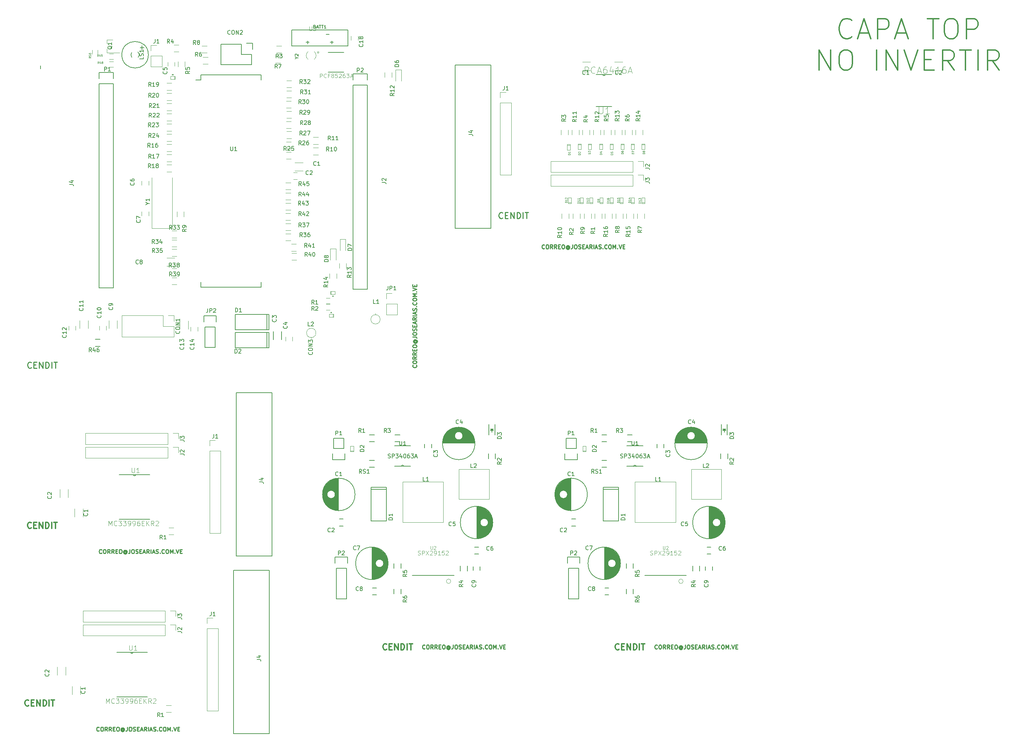
<source format=gbr>
G04 #@! TF.FileFunction,Legend,Top*
%FSLAX46Y46*%
G04 Gerber Fmt 4.6, Leading zero omitted, Abs format (unit mm)*
G04 Created by KiCad (PCBNEW 4.0.6-e0-6349~53~ubuntu14.04.1) date Thu Feb  1 14:09:59 2018*
%MOMM*%
%LPD*%
G01*
G04 APERTURE LIST*
%ADD10C,0.100000*%
%ADD11C,0.300000*%
%ADD12C,0.250000*%
%ADD13C,0.200000*%
%ADD14C,0.120000*%
%ADD15C,0.150000*%
%ADD16C,0.050000*%
%ADD17C,0.127000*%
%ADD18C,0.152400*%
%ADD19C,0.203200*%
%ADD20C,0.125000*%
G04 APERTURE END LIST*
D10*
D11*
X223831334Y-22142714D02*
X223593239Y-22380810D01*
X222878953Y-22618905D01*
X222402763Y-22618905D01*
X221688477Y-22380810D01*
X221212286Y-21904619D01*
X220974191Y-21428429D01*
X220736096Y-20476048D01*
X220736096Y-19761762D01*
X220974191Y-18809381D01*
X221212286Y-18333190D01*
X221688477Y-17857000D01*
X222402763Y-17618905D01*
X222878953Y-17618905D01*
X223593239Y-17857000D01*
X223831334Y-18095095D01*
X225736096Y-21190333D02*
X228117048Y-21190333D01*
X225259905Y-22618905D02*
X226926572Y-17618905D01*
X228593239Y-22618905D01*
X230259905Y-22618905D02*
X230259905Y-17618905D01*
X232164667Y-17618905D01*
X232640858Y-17857000D01*
X232878953Y-18095095D01*
X233117048Y-18571286D01*
X233117048Y-19285571D01*
X232878953Y-19761762D01*
X232640858Y-19999857D01*
X232164667Y-20237952D01*
X230259905Y-20237952D01*
X235021810Y-21190333D02*
X237402762Y-21190333D01*
X234545619Y-22618905D02*
X236212286Y-17618905D01*
X237878953Y-22618905D01*
X242640857Y-17618905D02*
X245498000Y-17618905D01*
X244069429Y-22618905D02*
X244069429Y-17618905D01*
X248117048Y-17618905D02*
X249069429Y-17618905D01*
X249545620Y-17857000D01*
X250021810Y-18333190D01*
X250259905Y-19285571D01*
X250259905Y-20952238D01*
X250021810Y-21904619D01*
X249545620Y-22380810D01*
X249069429Y-22618905D01*
X248117048Y-22618905D01*
X247640858Y-22380810D01*
X247164667Y-21904619D01*
X246926572Y-20952238D01*
X246926572Y-19285571D01*
X247164667Y-18333190D01*
X247640858Y-17857000D01*
X248117048Y-17618905D01*
X252402762Y-22618905D02*
X252402762Y-17618905D01*
X254307524Y-17618905D01*
X254783715Y-17857000D01*
X255021810Y-18095095D01*
X255259905Y-18571286D01*
X255259905Y-19285571D01*
X255021810Y-19761762D01*
X254783715Y-19999857D01*
X254307524Y-20237952D01*
X252402762Y-20237952D01*
X215736096Y-30418905D02*
X215736096Y-25418905D01*
X218593239Y-30418905D01*
X218593239Y-25418905D01*
X221926572Y-25418905D02*
X222878953Y-25418905D01*
X223355144Y-25657000D01*
X223831334Y-26133190D01*
X224069429Y-27085571D01*
X224069429Y-28752238D01*
X223831334Y-29704619D01*
X223355144Y-30180810D01*
X222878953Y-30418905D01*
X221926572Y-30418905D01*
X221450382Y-30180810D01*
X220974191Y-29704619D01*
X220736096Y-28752238D01*
X220736096Y-27085571D01*
X220974191Y-26133190D01*
X221450382Y-25657000D01*
X221926572Y-25418905D01*
X230021810Y-30418905D02*
X230021810Y-25418905D01*
X232402762Y-30418905D02*
X232402762Y-25418905D01*
X235259905Y-30418905D01*
X235259905Y-25418905D01*
X236926571Y-25418905D02*
X238593238Y-30418905D01*
X240259905Y-25418905D01*
X241926571Y-27799857D02*
X243593238Y-27799857D01*
X244307524Y-30418905D02*
X241926571Y-30418905D01*
X241926571Y-25418905D01*
X244307524Y-25418905D01*
X249307524Y-30418905D02*
X247640857Y-28037952D01*
X246450381Y-30418905D02*
X246450381Y-25418905D01*
X248355143Y-25418905D01*
X248831334Y-25657000D01*
X249069429Y-25895095D01*
X249307524Y-26371286D01*
X249307524Y-27085571D01*
X249069429Y-27561762D01*
X248831334Y-27799857D01*
X248355143Y-28037952D01*
X246450381Y-28037952D01*
X250736095Y-25418905D02*
X253593238Y-25418905D01*
X252164667Y-30418905D02*
X252164667Y-25418905D01*
X255259905Y-30418905D02*
X255259905Y-25418905D01*
X260498000Y-30418905D02*
X258831333Y-28037952D01*
X257640857Y-30418905D02*
X257640857Y-25418905D01*
X259545619Y-25418905D01*
X260021810Y-25657000D01*
X260259905Y-25895095D01*
X260498000Y-26371286D01*
X260498000Y-27085571D01*
X260259905Y-27561762D01*
X260021810Y-27799857D01*
X259545619Y-28037952D01*
X257640857Y-28037952D01*
D12*
X115546143Y-103797475D02*
X115593762Y-103845094D01*
X115641381Y-103987951D01*
X115641381Y-104083189D01*
X115593762Y-104226047D01*
X115498524Y-104321285D01*
X115403286Y-104368904D01*
X115212810Y-104416523D01*
X115069952Y-104416523D01*
X114879476Y-104368904D01*
X114784238Y-104321285D01*
X114689000Y-104226047D01*
X114641381Y-104083189D01*
X114641381Y-103987951D01*
X114689000Y-103845094D01*
X114736619Y-103797475D01*
X114641381Y-103178428D02*
X114641381Y-102987951D01*
X114689000Y-102892713D01*
X114784238Y-102797475D01*
X114974714Y-102749856D01*
X115308048Y-102749856D01*
X115498524Y-102797475D01*
X115593762Y-102892713D01*
X115641381Y-102987951D01*
X115641381Y-103178428D01*
X115593762Y-103273666D01*
X115498524Y-103368904D01*
X115308048Y-103416523D01*
X114974714Y-103416523D01*
X114784238Y-103368904D01*
X114689000Y-103273666D01*
X114641381Y-103178428D01*
X115641381Y-101749856D02*
X115165190Y-102083190D01*
X115641381Y-102321285D02*
X114641381Y-102321285D01*
X114641381Y-101940332D01*
X114689000Y-101845094D01*
X114736619Y-101797475D01*
X114831857Y-101749856D01*
X114974714Y-101749856D01*
X115069952Y-101797475D01*
X115117571Y-101845094D01*
X115165190Y-101940332D01*
X115165190Y-102321285D01*
X115641381Y-100749856D02*
X115165190Y-101083190D01*
X115641381Y-101321285D02*
X114641381Y-101321285D01*
X114641381Y-100940332D01*
X114689000Y-100845094D01*
X114736619Y-100797475D01*
X114831857Y-100749856D01*
X114974714Y-100749856D01*
X115069952Y-100797475D01*
X115117571Y-100845094D01*
X115165190Y-100940332D01*
X115165190Y-101321285D01*
X115117571Y-100321285D02*
X115117571Y-99987951D01*
X115641381Y-99845094D02*
X115641381Y-100321285D01*
X114641381Y-100321285D01*
X114641381Y-99845094D01*
X114641381Y-99226047D02*
X114641381Y-99035570D01*
X114689000Y-98940332D01*
X114784238Y-98845094D01*
X114974714Y-98797475D01*
X115308048Y-98797475D01*
X115498524Y-98845094D01*
X115593762Y-98940332D01*
X115641381Y-99035570D01*
X115641381Y-99226047D01*
X115593762Y-99321285D01*
X115498524Y-99416523D01*
X115308048Y-99464142D01*
X114974714Y-99464142D01*
X114784238Y-99416523D01*
X114689000Y-99321285D01*
X114641381Y-99226047D01*
X115165190Y-97749856D02*
X115117571Y-97797475D01*
X115069952Y-97892713D01*
X115069952Y-97987951D01*
X115117571Y-98083189D01*
X115165190Y-98130809D01*
X115260429Y-98178428D01*
X115355667Y-98178428D01*
X115450905Y-98130809D01*
X115498524Y-98083189D01*
X115546143Y-97987951D01*
X115546143Y-97892713D01*
X115498524Y-97797475D01*
X115450905Y-97749856D01*
X115069952Y-97749856D02*
X115450905Y-97749856D01*
X115498524Y-97702237D01*
X115498524Y-97654618D01*
X115450905Y-97559380D01*
X115355667Y-97511761D01*
X115117571Y-97511761D01*
X114974714Y-97606999D01*
X114879476Y-97749856D01*
X114831857Y-97940332D01*
X114879476Y-98130809D01*
X114974714Y-98273666D01*
X115117571Y-98368904D01*
X115308048Y-98416523D01*
X115498524Y-98368904D01*
X115641381Y-98273666D01*
X115736619Y-98130809D01*
X115784238Y-97940332D01*
X115736619Y-97749856D01*
X115641381Y-97606999D01*
X114641381Y-96797475D02*
X115355667Y-96797475D01*
X115498524Y-96845095D01*
X115593762Y-96940333D01*
X115641381Y-97083190D01*
X115641381Y-97178428D01*
X114641381Y-96130809D02*
X114641381Y-95940332D01*
X114689000Y-95845094D01*
X114784238Y-95749856D01*
X114974714Y-95702237D01*
X115308048Y-95702237D01*
X115498524Y-95749856D01*
X115593762Y-95845094D01*
X115641381Y-95940332D01*
X115641381Y-96130809D01*
X115593762Y-96226047D01*
X115498524Y-96321285D01*
X115308048Y-96368904D01*
X114974714Y-96368904D01*
X114784238Y-96321285D01*
X114689000Y-96226047D01*
X114641381Y-96130809D01*
X115593762Y-95321285D02*
X115641381Y-95178428D01*
X115641381Y-94940332D01*
X115593762Y-94845094D01*
X115546143Y-94797475D01*
X115450905Y-94749856D01*
X115355667Y-94749856D01*
X115260429Y-94797475D01*
X115212810Y-94845094D01*
X115165190Y-94940332D01*
X115117571Y-95130809D01*
X115069952Y-95226047D01*
X115022333Y-95273666D01*
X114927095Y-95321285D01*
X114831857Y-95321285D01*
X114736619Y-95273666D01*
X114689000Y-95226047D01*
X114641381Y-95130809D01*
X114641381Y-94892713D01*
X114689000Y-94749856D01*
X115117571Y-94321285D02*
X115117571Y-93987951D01*
X115641381Y-93845094D02*
X115641381Y-94321285D01*
X114641381Y-94321285D01*
X114641381Y-93845094D01*
X115355667Y-93464142D02*
X115355667Y-92987951D01*
X115641381Y-93559380D02*
X114641381Y-93226047D01*
X115641381Y-92892713D01*
X115641381Y-91987951D02*
X115165190Y-92321285D01*
X115641381Y-92559380D02*
X114641381Y-92559380D01*
X114641381Y-92178427D01*
X114689000Y-92083189D01*
X114736619Y-92035570D01*
X114831857Y-91987951D01*
X114974714Y-91987951D01*
X115069952Y-92035570D01*
X115117571Y-92083189D01*
X115165190Y-92178427D01*
X115165190Y-92559380D01*
X115641381Y-91559380D02*
X114641381Y-91559380D01*
X115355667Y-91130809D02*
X115355667Y-90654618D01*
X115641381Y-91226047D02*
X114641381Y-90892714D01*
X115641381Y-90559380D01*
X115593762Y-90273666D02*
X115641381Y-90130809D01*
X115641381Y-89892713D01*
X115593762Y-89797475D01*
X115546143Y-89749856D01*
X115450905Y-89702237D01*
X115355667Y-89702237D01*
X115260429Y-89749856D01*
X115212810Y-89797475D01*
X115165190Y-89892713D01*
X115117571Y-90083190D01*
X115069952Y-90178428D01*
X115022333Y-90226047D01*
X114927095Y-90273666D01*
X114831857Y-90273666D01*
X114736619Y-90226047D01*
X114689000Y-90178428D01*
X114641381Y-90083190D01*
X114641381Y-89845094D01*
X114689000Y-89702237D01*
X115546143Y-89273666D02*
X115593762Y-89226047D01*
X115641381Y-89273666D01*
X115593762Y-89321285D01*
X115546143Y-89273666D01*
X115641381Y-89273666D01*
X115546143Y-88226047D02*
X115593762Y-88273666D01*
X115641381Y-88416523D01*
X115641381Y-88511761D01*
X115593762Y-88654619D01*
X115498524Y-88749857D01*
X115403286Y-88797476D01*
X115212810Y-88845095D01*
X115069952Y-88845095D01*
X114879476Y-88797476D01*
X114784238Y-88749857D01*
X114689000Y-88654619D01*
X114641381Y-88511761D01*
X114641381Y-88416523D01*
X114689000Y-88273666D01*
X114736619Y-88226047D01*
X114641381Y-87607000D02*
X114641381Y-87416523D01*
X114689000Y-87321285D01*
X114784238Y-87226047D01*
X114974714Y-87178428D01*
X115308048Y-87178428D01*
X115498524Y-87226047D01*
X115593762Y-87321285D01*
X115641381Y-87416523D01*
X115641381Y-87607000D01*
X115593762Y-87702238D01*
X115498524Y-87797476D01*
X115308048Y-87845095D01*
X114974714Y-87845095D01*
X114784238Y-87797476D01*
X114689000Y-87702238D01*
X114641381Y-87607000D01*
X115641381Y-86749857D02*
X114641381Y-86749857D01*
X115355667Y-86416523D01*
X114641381Y-86083190D01*
X115641381Y-86083190D01*
X115546143Y-85607000D02*
X115593762Y-85559381D01*
X115641381Y-85607000D01*
X115593762Y-85654619D01*
X115546143Y-85607000D01*
X115641381Y-85607000D01*
X114641381Y-85273667D02*
X115641381Y-84940334D01*
X114641381Y-84607000D01*
X115117571Y-84273667D02*
X115117571Y-83940333D01*
X115641381Y-83797476D02*
X115641381Y-84273667D01*
X114641381Y-84273667D01*
X114641381Y-83797476D01*
X19800429Y-104421714D02*
X19729000Y-104493143D01*
X19514714Y-104564571D01*
X19371857Y-104564571D01*
X19157572Y-104493143D01*
X19014714Y-104350286D01*
X18943286Y-104207429D01*
X18871857Y-103921714D01*
X18871857Y-103707429D01*
X18943286Y-103421714D01*
X19014714Y-103278857D01*
X19157572Y-103136000D01*
X19371857Y-103064571D01*
X19514714Y-103064571D01*
X19729000Y-103136000D01*
X19800429Y-103207429D01*
X20443286Y-103778857D02*
X20943286Y-103778857D01*
X21157572Y-104564571D02*
X20443286Y-104564571D01*
X20443286Y-103064571D01*
X21157572Y-103064571D01*
X21800429Y-104564571D02*
X21800429Y-103064571D01*
X22657572Y-104564571D01*
X22657572Y-103064571D01*
X23371858Y-104564571D02*
X23371858Y-103064571D01*
X23729001Y-103064571D01*
X23943286Y-103136000D01*
X24086144Y-103278857D01*
X24157572Y-103421714D01*
X24229001Y-103707429D01*
X24229001Y-103921714D01*
X24157572Y-104207429D01*
X24086144Y-104350286D01*
X23943286Y-104493143D01*
X23729001Y-104564571D01*
X23371858Y-104564571D01*
X24871858Y-104564571D02*
X24871858Y-103064571D01*
X25371858Y-103064571D02*
X26229001Y-103064571D01*
X25800430Y-104564571D02*
X25800430Y-103064571D01*
D13*
X22098000Y-30099000D02*
X22098000Y-29349700D01*
D12*
X147408525Y-74779143D02*
X147360906Y-74826762D01*
X147218049Y-74874381D01*
X147122811Y-74874381D01*
X146979953Y-74826762D01*
X146884715Y-74731524D01*
X146837096Y-74636286D01*
X146789477Y-74445810D01*
X146789477Y-74302952D01*
X146837096Y-74112476D01*
X146884715Y-74017238D01*
X146979953Y-73922000D01*
X147122811Y-73874381D01*
X147218049Y-73874381D01*
X147360906Y-73922000D01*
X147408525Y-73969619D01*
X148027572Y-73874381D02*
X148218049Y-73874381D01*
X148313287Y-73922000D01*
X148408525Y-74017238D01*
X148456144Y-74207714D01*
X148456144Y-74541048D01*
X148408525Y-74731524D01*
X148313287Y-74826762D01*
X148218049Y-74874381D01*
X148027572Y-74874381D01*
X147932334Y-74826762D01*
X147837096Y-74731524D01*
X147789477Y-74541048D01*
X147789477Y-74207714D01*
X147837096Y-74017238D01*
X147932334Y-73922000D01*
X148027572Y-73874381D01*
X149456144Y-74874381D02*
X149122810Y-74398190D01*
X148884715Y-74874381D02*
X148884715Y-73874381D01*
X149265668Y-73874381D01*
X149360906Y-73922000D01*
X149408525Y-73969619D01*
X149456144Y-74064857D01*
X149456144Y-74207714D01*
X149408525Y-74302952D01*
X149360906Y-74350571D01*
X149265668Y-74398190D01*
X148884715Y-74398190D01*
X150456144Y-74874381D02*
X150122810Y-74398190D01*
X149884715Y-74874381D02*
X149884715Y-73874381D01*
X150265668Y-73874381D01*
X150360906Y-73922000D01*
X150408525Y-73969619D01*
X150456144Y-74064857D01*
X150456144Y-74207714D01*
X150408525Y-74302952D01*
X150360906Y-74350571D01*
X150265668Y-74398190D01*
X149884715Y-74398190D01*
X150884715Y-74350571D02*
X151218049Y-74350571D01*
X151360906Y-74874381D02*
X150884715Y-74874381D01*
X150884715Y-73874381D01*
X151360906Y-73874381D01*
X151979953Y-73874381D02*
X152170430Y-73874381D01*
X152265668Y-73922000D01*
X152360906Y-74017238D01*
X152408525Y-74207714D01*
X152408525Y-74541048D01*
X152360906Y-74731524D01*
X152265668Y-74826762D01*
X152170430Y-74874381D01*
X151979953Y-74874381D01*
X151884715Y-74826762D01*
X151789477Y-74731524D01*
X151741858Y-74541048D01*
X151741858Y-74207714D01*
X151789477Y-74017238D01*
X151884715Y-73922000D01*
X151979953Y-73874381D01*
X153456144Y-74398190D02*
X153408525Y-74350571D01*
X153313287Y-74302952D01*
X153218049Y-74302952D01*
X153122811Y-74350571D01*
X153075191Y-74398190D01*
X153027572Y-74493429D01*
X153027572Y-74588667D01*
X153075191Y-74683905D01*
X153122811Y-74731524D01*
X153218049Y-74779143D01*
X153313287Y-74779143D01*
X153408525Y-74731524D01*
X153456144Y-74683905D01*
X153456144Y-74302952D02*
X153456144Y-74683905D01*
X153503763Y-74731524D01*
X153551382Y-74731524D01*
X153646620Y-74683905D01*
X153694239Y-74588667D01*
X153694239Y-74350571D01*
X153599001Y-74207714D01*
X153456144Y-74112476D01*
X153265668Y-74064857D01*
X153075191Y-74112476D01*
X152932334Y-74207714D01*
X152837096Y-74350571D01*
X152789477Y-74541048D01*
X152837096Y-74731524D01*
X152932334Y-74874381D01*
X153075191Y-74969619D01*
X153265668Y-75017238D01*
X153456144Y-74969619D01*
X153599001Y-74874381D01*
X154408525Y-73874381D02*
X154408525Y-74588667D01*
X154360905Y-74731524D01*
X154265667Y-74826762D01*
X154122810Y-74874381D01*
X154027572Y-74874381D01*
X155075191Y-73874381D02*
X155265668Y-73874381D01*
X155360906Y-73922000D01*
X155456144Y-74017238D01*
X155503763Y-74207714D01*
X155503763Y-74541048D01*
X155456144Y-74731524D01*
X155360906Y-74826762D01*
X155265668Y-74874381D01*
X155075191Y-74874381D01*
X154979953Y-74826762D01*
X154884715Y-74731524D01*
X154837096Y-74541048D01*
X154837096Y-74207714D01*
X154884715Y-74017238D01*
X154979953Y-73922000D01*
X155075191Y-73874381D01*
X155884715Y-74826762D02*
X156027572Y-74874381D01*
X156265668Y-74874381D01*
X156360906Y-74826762D01*
X156408525Y-74779143D01*
X156456144Y-74683905D01*
X156456144Y-74588667D01*
X156408525Y-74493429D01*
X156360906Y-74445810D01*
X156265668Y-74398190D01*
X156075191Y-74350571D01*
X155979953Y-74302952D01*
X155932334Y-74255333D01*
X155884715Y-74160095D01*
X155884715Y-74064857D01*
X155932334Y-73969619D01*
X155979953Y-73922000D01*
X156075191Y-73874381D01*
X156313287Y-73874381D01*
X156456144Y-73922000D01*
X156884715Y-74350571D02*
X157218049Y-74350571D01*
X157360906Y-74874381D02*
X156884715Y-74874381D01*
X156884715Y-73874381D01*
X157360906Y-73874381D01*
X157741858Y-74588667D02*
X158218049Y-74588667D01*
X157646620Y-74874381D02*
X157979953Y-73874381D01*
X158313287Y-74874381D01*
X159218049Y-74874381D02*
X158884715Y-74398190D01*
X158646620Y-74874381D02*
X158646620Y-73874381D01*
X159027573Y-73874381D01*
X159122811Y-73922000D01*
X159170430Y-73969619D01*
X159218049Y-74064857D01*
X159218049Y-74207714D01*
X159170430Y-74302952D01*
X159122811Y-74350571D01*
X159027573Y-74398190D01*
X158646620Y-74398190D01*
X159646620Y-74874381D02*
X159646620Y-73874381D01*
X160075191Y-74588667D02*
X160551382Y-74588667D01*
X159979953Y-74874381D02*
X160313286Y-73874381D01*
X160646620Y-74874381D01*
X160932334Y-74826762D02*
X161075191Y-74874381D01*
X161313287Y-74874381D01*
X161408525Y-74826762D01*
X161456144Y-74779143D01*
X161503763Y-74683905D01*
X161503763Y-74588667D01*
X161456144Y-74493429D01*
X161408525Y-74445810D01*
X161313287Y-74398190D01*
X161122810Y-74350571D01*
X161027572Y-74302952D01*
X160979953Y-74255333D01*
X160932334Y-74160095D01*
X160932334Y-74064857D01*
X160979953Y-73969619D01*
X161027572Y-73922000D01*
X161122810Y-73874381D01*
X161360906Y-73874381D01*
X161503763Y-73922000D01*
X161932334Y-74779143D02*
X161979953Y-74826762D01*
X161932334Y-74874381D01*
X161884715Y-74826762D01*
X161932334Y-74779143D01*
X161932334Y-74874381D01*
X162979953Y-74779143D02*
X162932334Y-74826762D01*
X162789477Y-74874381D01*
X162694239Y-74874381D01*
X162551381Y-74826762D01*
X162456143Y-74731524D01*
X162408524Y-74636286D01*
X162360905Y-74445810D01*
X162360905Y-74302952D01*
X162408524Y-74112476D01*
X162456143Y-74017238D01*
X162551381Y-73922000D01*
X162694239Y-73874381D01*
X162789477Y-73874381D01*
X162932334Y-73922000D01*
X162979953Y-73969619D01*
X163599000Y-73874381D02*
X163789477Y-73874381D01*
X163884715Y-73922000D01*
X163979953Y-74017238D01*
X164027572Y-74207714D01*
X164027572Y-74541048D01*
X163979953Y-74731524D01*
X163884715Y-74826762D01*
X163789477Y-74874381D01*
X163599000Y-74874381D01*
X163503762Y-74826762D01*
X163408524Y-74731524D01*
X163360905Y-74541048D01*
X163360905Y-74207714D01*
X163408524Y-74017238D01*
X163503762Y-73922000D01*
X163599000Y-73874381D01*
X164456143Y-74874381D02*
X164456143Y-73874381D01*
X164789477Y-74588667D01*
X165122810Y-73874381D01*
X165122810Y-74874381D01*
X165599000Y-74779143D02*
X165646619Y-74826762D01*
X165599000Y-74874381D01*
X165551381Y-74826762D01*
X165599000Y-74779143D01*
X165599000Y-74874381D01*
X165932333Y-73874381D02*
X166265666Y-74874381D01*
X166599000Y-73874381D01*
X166932333Y-74350571D02*
X167265667Y-74350571D01*
X167408524Y-74874381D02*
X166932333Y-74874381D01*
X166932333Y-73874381D01*
X167408524Y-73874381D01*
X137021429Y-67210714D02*
X136950000Y-67282143D01*
X136735714Y-67353571D01*
X136592857Y-67353571D01*
X136378572Y-67282143D01*
X136235714Y-67139286D01*
X136164286Y-66996429D01*
X136092857Y-66710714D01*
X136092857Y-66496429D01*
X136164286Y-66210714D01*
X136235714Y-66067857D01*
X136378572Y-65925000D01*
X136592857Y-65853571D01*
X136735714Y-65853571D01*
X136950000Y-65925000D01*
X137021429Y-65996429D01*
X137664286Y-66567857D02*
X138164286Y-66567857D01*
X138378572Y-67353571D02*
X137664286Y-67353571D01*
X137664286Y-65853571D01*
X138378572Y-65853571D01*
X139021429Y-67353571D02*
X139021429Y-65853571D01*
X139878572Y-67353571D01*
X139878572Y-65853571D01*
X140592858Y-67353571D02*
X140592858Y-65853571D01*
X140950001Y-65853571D01*
X141164286Y-65925000D01*
X141307144Y-66067857D01*
X141378572Y-66210714D01*
X141450001Y-66496429D01*
X141450001Y-66710714D01*
X141378572Y-66996429D01*
X141307144Y-67139286D01*
X141164286Y-67282143D01*
X140950001Y-67353571D01*
X140592858Y-67353571D01*
X142092858Y-67353571D02*
X142092858Y-65853571D01*
X142592858Y-65853571D02*
X143450001Y-65853571D01*
X143021430Y-67353571D02*
X143021430Y-65853571D01*
X37299525Y-150598143D02*
X37251906Y-150645762D01*
X37109049Y-150693381D01*
X37013811Y-150693381D01*
X36870953Y-150645762D01*
X36775715Y-150550524D01*
X36728096Y-150455286D01*
X36680477Y-150264810D01*
X36680477Y-150121952D01*
X36728096Y-149931476D01*
X36775715Y-149836238D01*
X36870953Y-149741000D01*
X37013811Y-149693381D01*
X37109049Y-149693381D01*
X37251906Y-149741000D01*
X37299525Y-149788619D01*
X37918572Y-149693381D02*
X38109049Y-149693381D01*
X38204287Y-149741000D01*
X38299525Y-149836238D01*
X38347144Y-150026714D01*
X38347144Y-150360048D01*
X38299525Y-150550524D01*
X38204287Y-150645762D01*
X38109049Y-150693381D01*
X37918572Y-150693381D01*
X37823334Y-150645762D01*
X37728096Y-150550524D01*
X37680477Y-150360048D01*
X37680477Y-150026714D01*
X37728096Y-149836238D01*
X37823334Y-149741000D01*
X37918572Y-149693381D01*
X39347144Y-150693381D02*
X39013810Y-150217190D01*
X38775715Y-150693381D02*
X38775715Y-149693381D01*
X39156668Y-149693381D01*
X39251906Y-149741000D01*
X39299525Y-149788619D01*
X39347144Y-149883857D01*
X39347144Y-150026714D01*
X39299525Y-150121952D01*
X39251906Y-150169571D01*
X39156668Y-150217190D01*
X38775715Y-150217190D01*
X40347144Y-150693381D02*
X40013810Y-150217190D01*
X39775715Y-150693381D02*
X39775715Y-149693381D01*
X40156668Y-149693381D01*
X40251906Y-149741000D01*
X40299525Y-149788619D01*
X40347144Y-149883857D01*
X40347144Y-150026714D01*
X40299525Y-150121952D01*
X40251906Y-150169571D01*
X40156668Y-150217190D01*
X39775715Y-150217190D01*
X40775715Y-150169571D02*
X41109049Y-150169571D01*
X41251906Y-150693381D02*
X40775715Y-150693381D01*
X40775715Y-149693381D01*
X41251906Y-149693381D01*
X41870953Y-149693381D02*
X42061430Y-149693381D01*
X42156668Y-149741000D01*
X42251906Y-149836238D01*
X42299525Y-150026714D01*
X42299525Y-150360048D01*
X42251906Y-150550524D01*
X42156668Y-150645762D01*
X42061430Y-150693381D01*
X41870953Y-150693381D01*
X41775715Y-150645762D01*
X41680477Y-150550524D01*
X41632858Y-150360048D01*
X41632858Y-150026714D01*
X41680477Y-149836238D01*
X41775715Y-149741000D01*
X41870953Y-149693381D01*
X43347144Y-150217190D02*
X43299525Y-150169571D01*
X43204287Y-150121952D01*
X43109049Y-150121952D01*
X43013811Y-150169571D01*
X42966191Y-150217190D01*
X42918572Y-150312429D01*
X42918572Y-150407667D01*
X42966191Y-150502905D01*
X43013811Y-150550524D01*
X43109049Y-150598143D01*
X43204287Y-150598143D01*
X43299525Y-150550524D01*
X43347144Y-150502905D01*
X43347144Y-150121952D02*
X43347144Y-150502905D01*
X43394763Y-150550524D01*
X43442382Y-150550524D01*
X43537620Y-150502905D01*
X43585239Y-150407667D01*
X43585239Y-150169571D01*
X43490001Y-150026714D01*
X43347144Y-149931476D01*
X43156668Y-149883857D01*
X42966191Y-149931476D01*
X42823334Y-150026714D01*
X42728096Y-150169571D01*
X42680477Y-150360048D01*
X42728096Y-150550524D01*
X42823334Y-150693381D01*
X42966191Y-150788619D01*
X43156668Y-150836238D01*
X43347144Y-150788619D01*
X43490001Y-150693381D01*
X44299525Y-149693381D02*
X44299525Y-150407667D01*
X44251905Y-150550524D01*
X44156667Y-150645762D01*
X44013810Y-150693381D01*
X43918572Y-150693381D01*
X44966191Y-149693381D02*
X45156668Y-149693381D01*
X45251906Y-149741000D01*
X45347144Y-149836238D01*
X45394763Y-150026714D01*
X45394763Y-150360048D01*
X45347144Y-150550524D01*
X45251906Y-150645762D01*
X45156668Y-150693381D01*
X44966191Y-150693381D01*
X44870953Y-150645762D01*
X44775715Y-150550524D01*
X44728096Y-150360048D01*
X44728096Y-150026714D01*
X44775715Y-149836238D01*
X44870953Y-149741000D01*
X44966191Y-149693381D01*
X45775715Y-150645762D02*
X45918572Y-150693381D01*
X46156668Y-150693381D01*
X46251906Y-150645762D01*
X46299525Y-150598143D01*
X46347144Y-150502905D01*
X46347144Y-150407667D01*
X46299525Y-150312429D01*
X46251906Y-150264810D01*
X46156668Y-150217190D01*
X45966191Y-150169571D01*
X45870953Y-150121952D01*
X45823334Y-150074333D01*
X45775715Y-149979095D01*
X45775715Y-149883857D01*
X45823334Y-149788619D01*
X45870953Y-149741000D01*
X45966191Y-149693381D01*
X46204287Y-149693381D01*
X46347144Y-149741000D01*
X46775715Y-150169571D02*
X47109049Y-150169571D01*
X47251906Y-150693381D02*
X46775715Y-150693381D01*
X46775715Y-149693381D01*
X47251906Y-149693381D01*
X47632858Y-150407667D02*
X48109049Y-150407667D01*
X47537620Y-150693381D02*
X47870953Y-149693381D01*
X48204287Y-150693381D01*
X49109049Y-150693381D02*
X48775715Y-150217190D01*
X48537620Y-150693381D02*
X48537620Y-149693381D01*
X48918573Y-149693381D01*
X49013811Y-149741000D01*
X49061430Y-149788619D01*
X49109049Y-149883857D01*
X49109049Y-150026714D01*
X49061430Y-150121952D01*
X49013811Y-150169571D01*
X48918573Y-150217190D01*
X48537620Y-150217190D01*
X49537620Y-150693381D02*
X49537620Y-149693381D01*
X49966191Y-150407667D02*
X50442382Y-150407667D01*
X49870953Y-150693381D02*
X50204286Y-149693381D01*
X50537620Y-150693381D01*
X50823334Y-150645762D02*
X50966191Y-150693381D01*
X51204287Y-150693381D01*
X51299525Y-150645762D01*
X51347144Y-150598143D01*
X51394763Y-150502905D01*
X51394763Y-150407667D01*
X51347144Y-150312429D01*
X51299525Y-150264810D01*
X51204287Y-150217190D01*
X51013810Y-150169571D01*
X50918572Y-150121952D01*
X50870953Y-150074333D01*
X50823334Y-149979095D01*
X50823334Y-149883857D01*
X50870953Y-149788619D01*
X50918572Y-149741000D01*
X51013810Y-149693381D01*
X51251906Y-149693381D01*
X51394763Y-149741000D01*
X51823334Y-150598143D02*
X51870953Y-150645762D01*
X51823334Y-150693381D01*
X51775715Y-150645762D01*
X51823334Y-150598143D01*
X51823334Y-150693381D01*
X52870953Y-150598143D02*
X52823334Y-150645762D01*
X52680477Y-150693381D01*
X52585239Y-150693381D01*
X52442381Y-150645762D01*
X52347143Y-150550524D01*
X52299524Y-150455286D01*
X52251905Y-150264810D01*
X52251905Y-150121952D01*
X52299524Y-149931476D01*
X52347143Y-149836238D01*
X52442381Y-149741000D01*
X52585239Y-149693381D01*
X52680477Y-149693381D01*
X52823334Y-149741000D01*
X52870953Y-149788619D01*
X53490000Y-149693381D02*
X53680477Y-149693381D01*
X53775715Y-149741000D01*
X53870953Y-149836238D01*
X53918572Y-150026714D01*
X53918572Y-150360048D01*
X53870953Y-150550524D01*
X53775715Y-150645762D01*
X53680477Y-150693381D01*
X53490000Y-150693381D01*
X53394762Y-150645762D01*
X53299524Y-150550524D01*
X53251905Y-150360048D01*
X53251905Y-150026714D01*
X53299524Y-149836238D01*
X53394762Y-149741000D01*
X53490000Y-149693381D01*
X54347143Y-150693381D02*
X54347143Y-149693381D01*
X54680477Y-150407667D01*
X55013810Y-149693381D01*
X55013810Y-150693381D01*
X55490000Y-150598143D02*
X55537619Y-150645762D01*
X55490000Y-150693381D01*
X55442381Y-150645762D01*
X55490000Y-150598143D01*
X55490000Y-150693381D01*
X55823333Y-149693381D02*
X56156666Y-150693381D01*
X56490000Y-149693381D01*
X56823333Y-150169571D02*
X57156667Y-150169571D01*
X57299524Y-150693381D02*
X56823333Y-150693381D01*
X56823333Y-149693381D01*
X57299524Y-149693381D01*
D11*
X19800429Y-144299714D02*
X19729000Y-144371143D01*
X19514714Y-144442571D01*
X19371857Y-144442571D01*
X19157572Y-144371143D01*
X19014714Y-144228286D01*
X18943286Y-144085429D01*
X18871857Y-143799714D01*
X18871857Y-143585429D01*
X18943286Y-143299714D01*
X19014714Y-143156857D01*
X19157572Y-143014000D01*
X19371857Y-142942571D01*
X19514714Y-142942571D01*
X19729000Y-143014000D01*
X19800429Y-143085429D01*
X20443286Y-143656857D02*
X20943286Y-143656857D01*
X21157572Y-144442571D02*
X20443286Y-144442571D01*
X20443286Y-142942571D01*
X21157572Y-142942571D01*
X21800429Y-144442571D02*
X21800429Y-142942571D01*
X22657572Y-144442571D01*
X22657572Y-142942571D01*
X23371858Y-144442571D02*
X23371858Y-142942571D01*
X23729001Y-142942571D01*
X23943286Y-143014000D01*
X24086144Y-143156857D01*
X24157572Y-143299714D01*
X24229001Y-143585429D01*
X24229001Y-143799714D01*
X24157572Y-144085429D01*
X24086144Y-144228286D01*
X23943286Y-144371143D01*
X23729001Y-144442571D01*
X23371858Y-144442571D01*
X24871858Y-144442571D02*
X24871858Y-142942571D01*
X25371858Y-142942571D02*
X26229001Y-142942571D01*
X25800430Y-144442571D02*
X25800430Y-142942571D01*
D12*
X36664525Y-194794143D02*
X36616906Y-194841762D01*
X36474049Y-194889381D01*
X36378811Y-194889381D01*
X36235953Y-194841762D01*
X36140715Y-194746524D01*
X36093096Y-194651286D01*
X36045477Y-194460810D01*
X36045477Y-194317952D01*
X36093096Y-194127476D01*
X36140715Y-194032238D01*
X36235953Y-193937000D01*
X36378811Y-193889381D01*
X36474049Y-193889381D01*
X36616906Y-193937000D01*
X36664525Y-193984619D01*
X37283572Y-193889381D02*
X37474049Y-193889381D01*
X37569287Y-193937000D01*
X37664525Y-194032238D01*
X37712144Y-194222714D01*
X37712144Y-194556048D01*
X37664525Y-194746524D01*
X37569287Y-194841762D01*
X37474049Y-194889381D01*
X37283572Y-194889381D01*
X37188334Y-194841762D01*
X37093096Y-194746524D01*
X37045477Y-194556048D01*
X37045477Y-194222714D01*
X37093096Y-194032238D01*
X37188334Y-193937000D01*
X37283572Y-193889381D01*
X38712144Y-194889381D02*
X38378810Y-194413190D01*
X38140715Y-194889381D02*
X38140715Y-193889381D01*
X38521668Y-193889381D01*
X38616906Y-193937000D01*
X38664525Y-193984619D01*
X38712144Y-194079857D01*
X38712144Y-194222714D01*
X38664525Y-194317952D01*
X38616906Y-194365571D01*
X38521668Y-194413190D01*
X38140715Y-194413190D01*
X39712144Y-194889381D02*
X39378810Y-194413190D01*
X39140715Y-194889381D02*
X39140715Y-193889381D01*
X39521668Y-193889381D01*
X39616906Y-193937000D01*
X39664525Y-193984619D01*
X39712144Y-194079857D01*
X39712144Y-194222714D01*
X39664525Y-194317952D01*
X39616906Y-194365571D01*
X39521668Y-194413190D01*
X39140715Y-194413190D01*
X40140715Y-194365571D02*
X40474049Y-194365571D01*
X40616906Y-194889381D02*
X40140715Y-194889381D01*
X40140715Y-193889381D01*
X40616906Y-193889381D01*
X41235953Y-193889381D02*
X41426430Y-193889381D01*
X41521668Y-193937000D01*
X41616906Y-194032238D01*
X41664525Y-194222714D01*
X41664525Y-194556048D01*
X41616906Y-194746524D01*
X41521668Y-194841762D01*
X41426430Y-194889381D01*
X41235953Y-194889381D01*
X41140715Y-194841762D01*
X41045477Y-194746524D01*
X40997858Y-194556048D01*
X40997858Y-194222714D01*
X41045477Y-194032238D01*
X41140715Y-193937000D01*
X41235953Y-193889381D01*
X42712144Y-194413190D02*
X42664525Y-194365571D01*
X42569287Y-194317952D01*
X42474049Y-194317952D01*
X42378811Y-194365571D01*
X42331191Y-194413190D01*
X42283572Y-194508429D01*
X42283572Y-194603667D01*
X42331191Y-194698905D01*
X42378811Y-194746524D01*
X42474049Y-194794143D01*
X42569287Y-194794143D01*
X42664525Y-194746524D01*
X42712144Y-194698905D01*
X42712144Y-194317952D02*
X42712144Y-194698905D01*
X42759763Y-194746524D01*
X42807382Y-194746524D01*
X42902620Y-194698905D01*
X42950239Y-194603667D01*
X42950239Y-194365571D01*
X42855001Y-194222714D01*
X42712144Y-194127476D01*
X42521668Y-194079857D01*
X42331191Y-194127476D01*
X42188334Y-194222714D01*
X42093096Y-194365571D01*
X42045477Y-194556048D01*
X42093096Y-194746524D01*
X42188334Y-194889381D01*
X42331191Y-194984619D01*
X42521668Y-195032238D01*
X42712144Y-194984619D01*
X42855001Y-194889381D01*
X43664525Y-193889381D02*
X43664525Y-194603667D01*
X43616905Y-194746524D01*
X43521667Y-194841762D01*
X43378810Y-194889381D01*
X43283572Y-194889381D01*
X44331191Y-193889381D02*
X44521668Y-193889381D01*
X44616906Y-193937000D01*
X44712144Y-194032238D01*
X44759763Y-194222714D01*
X44759763Y-194556048D01*
X44712144Y-194746524D01*
X44616906Y-194841762D01*
X44521668Y-194889381D01*
X44331191Y-194889381D01*
X44235953Y-194841762D01*
X44140715Y-194746524D01*
X44093096Y-194556048D01*
X44093096Y-194222714D01*
X44140715Y-194032238D01*
X44235953Y-193937000D01*
X44331191Y-193889381D01*
X45140715Y-194841762D02*
X45283572Y-194889381D01*
X45521668Y-194889381D01*
X45616906Y-194841762D01*
X45664525Y-194794143D01*
X45712144Y-194698905D01*
X45712144Y-194603667D01*
X45664525Y-194508429D01*
X45616906Y-194460810D01*
X45521668Y-194413190D01*
X45331191Y-194365571D01*
X45235953Y-194317952D01*
X45188334Y-194270333D01*
X45140715Y-194175095D01*
X45140715Y-194079857D01*
X45188334Y-193984619D01*
X45235953Y-193937000D01*
X45331191Y-193889381D01*
X45569287Y-193889381D01*
X45712144Y-193937000D01*
X46140715Y-194365571D02*
X46474049Y-194365571D01*
X46616906Y-194889381D02*
X46140715Y-194889381D01*
X46140715Y-193889381D01*
X46616906Y-193889381D01*
X46997858Y-194603667D02*
X47474049Y-194603667D01*
X46902620Y-194889381D02*
X47235953Y-193889381D01*
X47569287Y-194889381D01*
X48474049Y-194889381D02*
X48140715Y-194413190D01*
X47902620Y-194889381D02*
X47902620Y-193889381D01*
X48283573Y-193889381D01*
X48378811Y-193937000D01*
X48426430Y-193984619D01*
X48474049Y-194079857D01*
X48474049Y-194222714D01*
X48426430Y-194317952D01*
X48378811Y-194365571D01*
X48283573Y-194413190D01*
X47902620Y-194413190D01*
X48902620Y-194889381D02*
X48902620Y-193889381D01*
X49331191Y-194603667D02*
X49807382Y-194603667D01*
X49235953Y-194889381D02*
X49569286Y-193889381D01*
X49902620Y-194889381D01*
X50188334Y-194841762D02*
X50331191Y-194889381D01*
X50569287Y-194889381D01*
X50664525Y-194841762D01*
X50712144Y-194794143D01*
X50759763Y-194698905D01*
X50759763Y-194603667D01*
X50712144Y-194508429D01*
X50664525Y-194460810D01*
X50569287Y-194413190D01*
X50378810Y-194365571D01*
X50283572Y-194317952D01*
X50235953Y-194270333D01*
X50188334Y-194175095D01*
X50188334Y-194079857D01*
X50235953Y-193984619D01*
X50283572Y-193937000D01*
X50378810Y-193889381D01*
X50616906Y-193889381D01*
X50759763Y-193937000D01*
X51188334Y-194794143D02*
X51235953Y-194841762D01*
X51188334Y-194889381D01*
X51140715Y-194841762D01*
X51188334Y-194794143D01*
X51188334Y-194889381D01*
X52235953Y-194794143D02*
X52188334Y-194841762D01*
X52045477Y-194889381D01*
X51950239Y-194889381D01*
X51807381Y-194841762D01*
X51712143Y-194746524D01*
X51664524Y-194651286D01*
X51616905Y-194460810D01*
X51616905Y-194317952D01*
X51664524Y-194127476D01*
X51712143Y-194032238D01*
X51807381Y-193937000D01*
X51950239Y-193889381D01*
X52045477Y-193889381D01*
X52188334Y-193937000D01*
X52235953Y-193984619D01*
X52855000Y-193889381D02*
X53045477Y-193889381D01*
X53140715Y-193937000D01*
X53235953Y-194032238D01*
X53283572Y-194222714D01*
X53283572Y-194556048D01*
X53235953Y-194746524D01*
X53140715Y-194841762D01*
X53045477Y-194889381D01*
X52855000Y-194889381D01*
X52759762Y-194841762D01*
X52664524Y-194746524D01*
X52616905Y-194556048D01*
X52616905Y-194222714D01*
X52664524Y-194032238D01*
X52759762Y-193937000D01*
X52855000Y-193889381D01*
X53712143Y-194889381D02*
X53712143Y-193889381D01*
X54045477Y-194603667D01*
X54378810Y-193889381D01*
X54378810Y-194889381D01*
X54855000Y-194794143D02*
X54902619Y-194841762D01*
X54855000Y-194889381D01*
X54807381Y-194841762D01*
X54855000Y-194794143D01*
X54855000Y-194889381D01*
X55188333Y-193889381D02*
X55521666Y-194889381D01*
X55855000Y-193889381D01*
X56188333Y-194365571D02*
X56521667Y-194365571D01*
X56664524Y-194889381D02*
X56188333Y-194889381D01*
X56188333Y-193889381D01*
X56664524Y-193889381D01*
D11*
X19165429Y-188495714D02*
X19094000Y-188567143D01*
X18879714Y-188638571D01*
X18736857Y-188638571D01*
X18522572Y-188567143D01*
X18379714Y-188424286D01*
X18308286Y-188281429D01*
X18236857Y-187995714D01*
X18236857Y-187781429D01*
X18308286Y-187495714D01*
X18379714Y-187352857D01*
X18522572Y-187210000D01*
X18736857Y-187138571D01*
X18879714Y-187138571D01*
X19094000Y-187210000D01*
X19165429Y-187281429D01*
X19808286Y-187852857D02*
X20308286Y-187852857D01*
X20522572Y-188638571D02*
X19808286Y-188638571D01*
X19808286Y-187138571D01*
X20522572Y-187138571D01*
X21165429Y-188638571D02*
X21165429Y-187138571D01*
X22022572Y-188638571D01*
X22022572Y-187138571D01*
X22736858Y-188638571D02*
X22736858Y-187138571D01*
X23094001Y-187138571D01*
X23308286Y-187210000D01*
X23451144Y-187352857D01*
X23522572Y-187495714D01*
X23594001Y-187781429D01*
X23594001Y-187995714D01*
X23522572Y-188281429D01*
X23451144Y-188424286D01*
X23308286Y-188567143D01*
X23094001Y-188638571D01*
X22736858Y-188638571D01*
X24236858Y-188638571D02*
X24236858Y-187138571D01*
X24736858Y-187138571D02*
X25594001Y-187138571D01*
X25165430Y-188638571D02*
X25165430Y-187138571D01*
D12*
X117690525Y-174347143D02*
X117642906Y-174394762D01*
X117500049Y-174442381D01*
X117404811Y-174442381D01*
X117261953Y-174394762D01*
X117166715Y-174299524D01*
X117119096Y-174204286D01*
X117071477Y-174013810D01*
X117071477Y-173870952D01*
X117119096Y-173680476D01*
X117166715Y-173585238D01*
X117261953Y-173490000D01*
X117404811Y-173442381D01*
X117500049Y-173442381D01*
X117642906Y-173490000D01*
X117690525Y-173537619D01*
X118309572Y-173442381D02*
X118500049Y-173442381D01*
X118595287Y-173490000D01*
X118690525Y-173585238D01*
X118738144Y-173775714D01*
X118738144Y-174109048D01*
X118690525Y-174299524D01*
X118595287Y-174394762D01*
X118500049Y-174442381D01*
X118309572Y-174442381D01*
X118214334Y-174394762D01*
X118119096Y-174299524D01*
X118071477Y-174109048D01*
X118071477Y-173775714D01*
X118119096Y-173585238D01*
X118214334Y-173490000D01*
X118309572Y-173442381D01*
X119738144Y-174442381D02*
X119404810Y-173966190D01*
X119166715Y-174442381D02*
X119166715Y-173442381D01*
X119547668Y-173442381D01*
X119642906Y-173490000D01*
X119690525Y-173537619D01*
X119738144Y-173632857D01*
X119738144Y-173775714D01*
X119690525Y-173870952D01*
X119642906Y-173918571D01*
X119547668Y-173966190D01*
X119166715Y-173966190D01*
X120738144Y-174442381D02*
X120404810Y-173966190D01*
X120166715Y-174442381D02*
X120166715Y-173442381D01*
X120547668Y-173442381D01*
X120642906Y-173490000D01*
X120690525Y-173537619D01*
X120738144Y-173632857D01*
X120738144Y-173775714D01*
X120690525Y-173870952D01*
X120642906Y-173918571D01*
X120547668Y-173966190D01*
X120166715Y-173966190D01*
X121166715Y-173918571D02*
X121500049Y-173918571D01*
X121642906Y-174442381D02*
X121166715Y-174442381D01*
X121166715Y-173442381D01*
X121642906Y-173442381D01*
X122261953Y-173442381D02*
X122452430Y-173442381D01*
X122547668Y-173490000D01*
X122642906Y-173585238D01*
X122690525Y-173775714D01*
X122690525Y-174109048D01*
X122642906Y-174299524D01*
X122547668Y-174394762D01*
X122452430Y-174442381D01*
X122261953Y-174442381D01*
X122166715Y-174394762D01*
X122071477Y-174299524D01*
X122023858Y-174109048D01*
X122023858Y-173775714D01*
X122071477Y-173585238D01*
X122166715Y-173490000D01*
X122261953Y-173442381D01*
X123738144Y-173966190D02*
X123690525Y-173918571D01*
X123595287Y-173870952D01*
X123500049Y-173870952D01*
X123404811Y-173918571D01*
X123357191Y-173966190D01*
X123309572Y-174061429D01*
X123309572Y-174156667D01*
X123357191Y-174251905D01*
X123404811Y-174299524D01*
X123500049Y-174347143D01*
X123595287Y-174347143D01*
X123690525Y-174299524D01*
X123738144Y-174251905D01*
X123738144Y-173870952D02*
X123738144Y-174251905D01*
X123785763Y-174299524D01*
X123833382Y-174299524D01*
X123928620Y-174251905D01*
X123976239Y-174156667D01*
X123976239Y-173918571D01*
X123881001Y-173775714D01*
X123738144Y-173680476D01*
X123547668Y-173632857D01*
X123357191Y-173680476D01*
X123214334Y-173775714D01*
X123119096Y-173918571D01*
X123071477Y-174109048D01*
X123119096Y-174299524D01*
X123214334Y-174442381D01*
X123357191Y-174537619D01*
X123547668Y-174585238D01*
X123738144Y-174537619D01*
X123881001Y-174442381D01*
X124690525Y-173442381D02*
X124690525Y-174156667D01*
X124642905Y-174299524D01*
X124547667Y-174394762D01*
X124404810Y-174442381D01*
X124309572Y-174442381D01*
X125357191Y-173442381D02*
X125547668Y-173442381D01*
X125642906Y-173490000D01*
X125738144Y-173585238D01*
X125785763Y-173775714D01*
X125785763Y-174109048D01*
X125738144Y-174299524D01*
X125642906Y-174394762D01*
X125547668Y-174442381D01*
X125357191Y-174442381D01*
X125261953Y-174394762D01*
X125166715Y-174299524D01*
X125119096Y-174109048D01*
X125119096Y-173775714D01*
X125166715Y-173585238D01*
X125261953Y-173490000D01*
X125357191Y-173442381D01*
X126166715Y-174394762D02*
X126309572Y-174442381D01*
X126547668Y-174442381D01*
X126642906Y-174394762D01*
X126690525Y-174347143D01*
X126738144Y-174251905D01*
X126738144Y-174156667D01*
X126690525Y-174061429D01*
X126642906Y-174013810D01*
X126547668Y-173966190D01*
X126357191Y-173918571D01*
X126261953Y-173870952D01*
X126214334Y-173823333D01*
X126166715Y-173728095D01*
X126166715Y-173632857D01*
X126214334Y-173537619D01*
X126261953Y-173490000D01*
X126357191Y-173442381D01*
X126595287Y-173442381D01*
X126738144Y-173490000D01*
X127166715Y-173918571D02*
X127500049Y-173918571D01*
X127642906Y-174442381D02*
X127166715Y-174442381D01*
X127166715Y-173442381D01*
X127642906Y-173442381D01*
X128023858Y-174156667D02*
X128500049Y-174156667D01*
X127928620Y-174442381D02*
X128261953Y-173442381D01*
X128595287Y-174442381D01*
X129500049Y-174442381D02*
X129166715Y-173966190D01*
X128928620Y-174442381D02*
X128928620Y-173442381D01*
X129309573Y-173442381D01*
X129404811Y-173490000D01*
X129452430Y-173537619D01*
X129500049Y-173632857D01*
X129500049Y-173775714D01*
X129452430Y-173870952D01*
X129404811Y-173918571D01*
X129309573Y-173966190D01*
X128928620Y-173966190D01*
X129928620Y-174442381D02*
X129928620Y-173442381D01*
X130357191Y-174156667D02*
X130833382Y-174156667D01*
X130261953Y-174442381D02*
X130595286Y-173442381D01*
X130928620Y-174442381D01*
X131214334Y-174394762D02*
X131357191Y-174442381D01*
X131595287Y-174442381D01*
X131690525Y-174394762D01*
X131738144Y-174347143D01*
X131785763Y-174251905D01*
X131785763Y-174156667D01*
X131738144Y-174061429D01*
X131690525Y-174013810D01*
X131595287Y-173966190D01*
X131404810Y-173918571D01*
X131309572Y-173870952D01*
X131261953Y-173823333D01*
X131214334Y-173728095D01*
X131214334Y-173632857D01*
X131261953Y-173537619D01*
X131309572Y-173490000D01*
X131404810Y-173442381D01*
X131642906Y-173442381D01*
X131785763Y-173490000D01*
X132214334Y-174347143D02*
X132261953Y-174394762D01*
X132214334Y-174442381D01*
X132166715Y-174394762D01*
X132214334Y-174347143D01*
X132214334Y-174442381D01*
X133261953Y-174347143D02*
X133214334Y-174394762D01*
X133071477Y-174442381D01*
X132976239Y-174442381D01*
X132833381Y-174394762D01*
X132738143Y-174299524D01*
X132690524Y-174204286D01*
X132642905Y-174013810D01*
X132642905Y-173870952D01*
X132690524Y-173680476D01*
X132738143Y-173585238D01*
X132833381Y-173490000D01*
X132976239Y-173442381D01*
X133071477Y-173442381D01*
X133214334Y-173490000D01*
X133261953Y-173537619D01*
X133881000Y-173442381D02*
X134071477Y-173442381D01*
X134166715Y-173490000D01*
X134261953Y-173585238D01*
X134309572Y-173775714D01*
X134309572Y-174109048D01*
X134261953Y-174299524D01*
X134166715Y-174394762D01*
X134071477Y-174442381D01*
X133881000Y-174442381D01*
X133785762Y-174394762D01*
X133690524Y-174299524D01*
X133642905Y-174109048D01*
X133642905Y-173775714D01*
X133690524Y-173585238D01*
X133785762Y-173490000D01*
X133881000Y-173442381D01*
X134738143Y-174442381D02*
X134738143Y-173442381D01*
X135071477Y-174156667D01*
X135404810Y-173442381D01*
X135404810Y-174442381D01*
X135881000Y-174347143D02*
X135928619Y-174394762D01*
X135881000Y-174442381D01*
X135833381Y-174394762D01*
X135881000Y-174347143D01*
X135881000Y-174442381D01*
X136214333Y-173442381D02*
X136547666Y-174442381D01*
X136881000Y-173442381D01*
X137214333Y-173918571D02*
X137547667Y-173918571D01*
X137690524Y-174442381D02*
X137214333Y-174442381D01*
X137214333Y-173442381D01*
X137690524Y-173442381D01*
D11*
X108192429Y-174525714D02*
X108121000Y-174597143D01*
X107906714Y-174668571D01*
X107763857Y-174668571D01*
X107549572Y-174597143D01*
X107406714Y-174454286D01*
X107335286Y-174311429D01*
X107263857Y-174025714D01*
X107263857Y-173811429D01*
X107335286Y-173525714D01*
X107406714Y-173382857D01*
X107549572Y-173240000D01*
X107763857Y-173168571D01*
X107906714Y-173168571D01*
X108121000Y-173240000D01*
X108192429Y-173311429D01*
X108835286Y-173882857D02*
X109335286Y-173882857D01*
X109549572Y-174668571D02*
X108835286Y-174668571D01*
X108835286Y-173168571D01*
X109549572Y-173168571D01*
X110192429Y-174668571D02*
X110192429Y-173168571D01*
X111049572Y-174668571D01*
X111049572Y-173168571D01*
X111763858Y-174668571D02*
X111763858Y-173168571D01*
X112121001Y-173168571D01*
X112335286Y-173240000D01*
X112478144Y-173382857D01*
X112549572Y-173525714D01*
X112621001Y-173811429D01*
X112621001Y-174025714D01*
X112549572Y-174311429D01*
X112478144Y-174454286D01*
X112335286Y-174597143D01*
X112121001Y-174668571D01*
X111763858Y-174668571D01*
X113263858Y-174668571D02*
X113263858Y-173168571D01*
X113763858Y-173168571D02*
X114621001Y-173168571D01*
X114192430Y-174668571D02*
X114192430Y-173168571D01*
D12*
X175475525Y-174347143D02*
X175427906Y-174394762D01*
X175285049Y-174442381D01*
X175189811Y-174442381D01*
X175046953Y-174394762D01*
X174951715Y-174299524D01*
X174904096Y-174204286D01*
X174856477Y-174013810D01*
X174856477Y-173870952D01*
X174904096Y-173680476D01*
X174951715Y-173585238D01*
X175046953Y-173490000D01*
X175189811Y-173442381D01*
X175285049Y-173442381D01*
X175427906Y-173490000D01*
X175475525Y-173537619D01*
X176094572Y-173442381D02*
X176285049Y-173442381D01*
X176380287Y-173490000D01*
X176475525Y-173585238D01*
X176523144Y-173775714D01*
X176523144Y-174109048D01*
X176475525Y-174299524D01*
X176380287Y-174394762D01*
X176285049Y-174442381D01*
X176094572Y-174442381D01*
X175999334Y-174394762D01*
X175904096Y-174299524D01*
X175856477Y-174109048D01*
X175856477Y-173775714D01*
X175904096Y-173585238D01*
X175999334Y-173490000D01*
X176094572Y-173442381D01*
X177523144Y-174442381D02*
X177189810Y-173966190D01*
X176951715Y-174442381D02*
X176951715Y-173442381D01*
X177332668Y-173442381D01*
X177427906Y-173490000D01*
X177475525Y-173537619D01*
X177523144Y-173632857D01*
X177523144Y-173775714D01*
X177475525Y-173870952D01*
X177427906Y-173918571D01*
X177332668Y-173966190D01*
X176951715Y-173966190D01*
X178523144Y-174442381D02*
X178189810Y-173966190D01*
X177951715Y-174442381D02*
X177951715Y-173442381D01*
X178332668Y-173442381D01*
X178427906Y-173490000D01*
X178475525Y-173537619D01*
X178523144Y-173632857D01*
X178523144Y-173775714D01*
X178475525Y-173870952D01*
X178427906Y-173918571D01*
X178332668Y-173966190D01*
X177951715Y-173966190D01*
X178951715Y-173918571D02*
X179285049Y-173918571D01*
X179427906Y-174442381D02*
X178951715Y-174442381D01*
X178951715Y-173442381D01*
X179427906Y-173442381D01*
X180046953Y-173442381D02*
X180237430Y-173442381D01*
X180332668Y-173490000D01*
X180427906Y-173585238D01*
X180475525Y-173775714D01*
X180475525Y-174109048D01*
X180427906Y-174299524D01*
X180332668Y-174394762D01*
X180237430Y-174442381D01*
X180046953Y-174442381D01*
X179951715Y-174394762D01*
X179856477Y-174299524D01*
X179808858Y-174109048D01*
X179808858Y-173775714D01*
X179856477Y-173585238D01*
X179951715Y-173490000D01*
X180046953Y-173442381D01*
X181523144Y-173966190D02*
X181475525Y-173918571D01*
X181380287Y-173870952D01*
X181285049Y-173870952D01*
X181189811Y-173918571D01*
X181142191Y-173966190D01*
X181094572Y-174061429D01*
X181094572Y-174156667D01*
X181142191Y-174251905D01*
X181189811Y-174299524D01*
X181285049Y-174347143D01*
X181380287Y-174347143D01*
X181475525Y-174299524D01*
X181523144Y-174251905D01*
X181523144Y-173870952D02*
X181523144Y-174251905D01*
X181570763Y-174299524D01*
X181618382Y-174299524D01*
X181713620Y-174251905D01*
X181761239Y-174156667D01*
X181761239Y-173918571D01*
X181666001Y-173775714D01*
X181523144Y-173680476D01*
X181332668Y-173632857D01*
X181142191Y-173680476D01*
X180999334Y-173775714D01*
X180904096Y-173918571D01*
X180856477Y-174109048D01*
X180904096Y-174299524D01*
X180999334Y-174442381D01*
X181142191Y-174537619D01*
X181332668Y-174585238D01*
X181523144Y-174537619D01*
X181666001Y-174442381D01*
X182475525Y-173442381D02*
X182475525Y-174156667D01*
X182427905Y-174299524D01*
X182332667Y-174394762D01*
X182189810Y-174442381D01*
X182094572Y-174442381D01*
X183142191Y-173442381D02*
X183332668Y-173442381D01*
X183427906Y-173490000D01*
X183523144Y-173585238D01*
X183570763Y-173775714D01*
X183570763Y-174109048D01*
X183523144Y-174299524D01*
X183427906Y-174394762D01*
X183332668Y-174442381D01*
X183142191Y-174442381D01*
X183046953Y-174394762D01*
X182951715Y-174299524D01*
X182904096Y-174109048D01*
X182904096Y-173775714D01*
X182951715Y-173585238D01*
X183046953Y-173490000D01*
X183142191Y-173442381D01*
X183951715Y-174394762D02*
X184094572Y-174442381D01*
X184332668Y-174442381D01*
X184427906Y-174394762D01*
X184475525Y-174347143D01*
X184523144Y-174251905D01*
X184523144Y-174156667D01*
X184475525Y-174061429D01*
X184427906Y-174013810D01*
X184332668Y-173966190D01*
X184142191Y-173918571D01*
X184046953Y-173870952D01*
X183999334Y-173823333D01*
X183951715Y-173728095D01*
X183951715Y-173632857D01*
X183999334Y-173537619D01*
X184046953Y-173490000D01*
X184142191Y-173442381D01*
X184380287Y-173442381D01*
X184523144Y-173490000D01*
X184951715Y-173918571D02*
X185285049Y-173918571D01*
X185427906Y-174442381D02*
X184951715Y-174442381D01*
X184951715Y-173442381D01*
X185427906Y-173442381D01*
X185808858Y-174156667D02*
X186285049Y-174156667D01*
X185713620Y-174442381D02*
X186046953Y-173442381D01*
X186380287Y-174442381D01*
X187285049Y-174442381D02*
X186951715Y-173966190D01*
X186713620Y-174442381D02*
X186713620Y-173442381D01*
X187094573Y-173442381D01*
X187189811Y-173490000D01*
X187237430Y-173537619D01*
X187285049Y-173632857D01*
X187285049Y-173775714D01*
X187237430Y-173870952D01*
X187189811Y-173918571D01*
X187094573Y-173966190D01*
X186713620Y-173966190D01*
X187713620Y-174442381D02*
X187713620Y-173442381D01*
X188142191Y-174156667D02*
X188618382Y-174156667D01*
X188046953Y-174442381D02*
X188380286Y-173442381D01*
X188713620Y-174442381D01*
X188999334Y-174394762D02*
X189142191Y-174442381D01*
X189380287Y-174442381D01*
X189475525Y-174394762D01*
X189523144Y-174347143D01*
X189570763Y-174251905D01*
X189570763Y-174156667D01*
X189523144Y-174061429D01*
X189475525Y-174013810D01*
X189380287Y-173966190D01*
X189189810Y-173918571D01*
X189094572Y-173870952D01*
X189046953Y-173823333D01*
X188999334Y-173728095D01*
X188999334Y-173632857D01*
X189046953Y-173537619D01*
X189094572Y-173490000D01*
X189189810Y-173442381D01*
X189427906Y-173442381D01*
X189570763Y-173490000D01*
X189999334Y-174347143D02*
X190046953Y-174394762D01*
X189999334Y-174442381D01*
X189951715Y-174394762D01*
X189999334Y-174347143D01*
X189999334Y-174442381D01*
X191046953Y-174347143D02*
X190999334Y-174394762D01*
X190856477Y-174442381D01*
X190761239Y-174442381D01*
X190618381Y-174394762D01*
X190523143Y-174299524D01*
X190475524Y-174204286D01*
X190427905Y-174013810D01*
X190427905Y-173870952D01*
X190475524Y-173680476D01*
X190523143Y-173585238D01*
X190618381Y-173490000D01*
X190761239Y-173442381D01*
X190856477Y-173442381D01*
X190999334Y-173490000D01*
X191046953Y-173537619D01*
X191666000Y-173442381D02*
X191856477Y-173442381D01*
X191951715Y-173490000D01*
X192046953Y-173585238D01*
X192094572Y-173775714D01*
X192094572Y-174109048D01*
X192046953Y-174299524D01*
X191951715Y-174394762D01*
X191856477Y-174442381D01*
X191666000Y-174442381D01*
X191570762Y-174394762D01*
X191475524Y-174299524D01*
X191427905Y-174109048D01*
X191427905Y-173775714D01*
X191475524Y-173585238D01*
X191570762Y-173490000D01*
X191666000Y-173442381D01*
X192523143Y-174442381D02*
X192523143Y-173442381D01*
X192856477Y-174156667D01*
X193189810Y-173442381D01*
X193189810Y-174442381D01*
X193666000Y-174347143D02*
X193713619Y-174394762D01*
X193666000Y-174442381D01*
X193618381Y-174394762D01*
X193666000Y-174347143D01*
X193666000Y-174442381D01*
X193999333Y-173442381D02*
X194332666Y-174442381D01*
X194666000Y-173442381D01*
X194999333Y-173918571D02*
X195332667Y-173918571D01*
X195475524Y-174442381D02*
X194999333Y-174442381D01*
X194999333Y-173442381D01*
X195475524Y-173442381D01*
D11*
X165977429Y-174525714D02*
X165906000Y-174597143D01*
X165691714Y-174668571D01*
X165548857Y-174668571D01*
X165334572Y-174597143D01*
X165191714Y-174454286D01*
X165120286Y-174311429D01*
X165048857Y-174025714D01*
X165048857Y-173811429D01*
X165120286Y-173525714D01*
X165191714Y-173382857D01*
X165334572Y-173240000D01*
X165548857Y-173168571D01*
X165691714Y-173168571D01*
X165906000Y-173240000D01*
X165977429Y-173311429D01*
X166620286Y-173882857D02*
X167120286Y-173882857D01*
X167334572Y-174668571D02*
X166620286Y-174668571D01*
X166620286Y-173168571D01*
X167334572Y-173168571D01*
X167977429Y-174668571D02*
X167977429Y-173168571D01*
X168834572Y-174668571D01*
X168834572Y-173168571D01*
X169548858Y-174668571D02*
X169548858Y-173168571D01*
X169906001Y-173168571D01*
X170120286Y-173240000D01*
X170263144Y-173382857D01*
X170334572Y-173525714D01*
X170406001Y-173811429D01*
X170406001Y-174025714D01*
X170334572Y-174311429D01*
X170263144Y-174454286D01*
X170120286Y-174597143D01*
X169906001Y-174668571D01*
X169548858Y-174668571D01*
X171048858Y-174668571D02*
X171048858Y-173168571D01*
X171548858Y-173168571D02*
X172406001Y-173168571D01*
X171977430Y-174668571D02*
X171977430Y-173168571D01*
D14*
X97982000Y-72495000D02*
X96582000Y-72495000D01*
X96582000Y-72495000D02*
X96582000Y-75295000D01*
X97982000Y-72495000D02*
X97982000Y-75295000D01*
X90593400Y-95834200D02*
G75*
G03X90593400Y-95834200I-1160000J0D01*
G01*
X89433400Y-96994200D02*
X89433400Y-97274200D01*
X30822000Y-95115000D02*
X30822000Y-94115000D01*
X29122000Y-94115000D02*
X29122000Y-95115000D01*
D15*
X40255600Y-33820100D02*
X40255600Y-84620100D01*
X40255600Y-84620100D02*
X36655600Y-84620100D01*
X36655600Y-84620100D02*
X36655600Y-33820100D01*
X40255600Y-31000100D02*
X40255600Y-32550100D01*
X40255600Y-33820100D02*
X36655600Y-33820100D01*
X36655600Y-32550100D02*
X36655600Y-31000100D01*
X36655600Y-31000100D02*
X40255600Y-31000100D01*
D14*
X94099000Y-88500500D02*
X93099000Y-88500500D01*
X93099000Y-87140500D02*
X94099000Y-87140500D01*
X87360000Y-53463000D02*
X85360000Y-53463000D01*
X85360000Y-55503000D02*
X87360000Y-55503000D01*
X85971000Y-55919000D02*
X84971000Y-55919000D01*
X84971000Y-57619000D02*
X85971000Y-57619000D01*
X84746200Y-97858200D02*
X84746200Y-96858200D01*
X83046200Y-96858200D02*
X83046200Y-97858200D01*
X55460000Y-29456000D02*
X55460000Y-28456000D01*
X53760000Y-28456000D02*
X53760000Y-29456000D01*
X55483000Y-77186600D02*
X53483000Y-77186600D01*
X53483000Y-79226600D02*
X55483000Y-79226600D01*
X41152000Y-94726000D02*
X41152000Y-92726000D01*
X39112000Y-92726000D02*
X39112000Y-94726000D01*
X38442000Y-95115000D02*
X38442000Y-94115000D01*
X36742000Y-94115000D02*
X36742000Y-95115000D01*
X33913000Y-94726000D02*
X33913000Y-92726000D01*
X31873000Y-92726000D02*
X31873000Y-94726000D01*
X58805000Y-94853000D02*
X58805000Y-92853000D01*
X56765000Y-92853000D02*
X56765000Y-94853000D01*
X61175000Y-95369000D02*
X61175000Y-94369000D01*
X59475000Y-94369000D02*
X59475000Y-95369000D01*
X99353000Y-21953600D02*
X99353000Y-22953600D01*
X101053000Y-22953600D02*
X101053000Y-21953600D01*
X49537000Y-26924000D02*
X49537000Y-29584000D01*
X49537000Y-29584000D02*
X52317000Y-29584000D01*
X52317000Y-29584000D02*
X52317000Y-26924000D01*
X52317000Y-26924000D02*
X49537000Y-26924000D01*
X49537000Y-25654000D02*
X49537000Y-24264000D01*
X49537000Y-24264000D02*
X50927000Y-24264000D01*
X108084000Y-88646000D02*
X108084000Y-91306000D01*
X108084000Y-91306000D02*
X110864000Y-91306000D01*
X110864000Y-91306000D02*
X110864000Y-88646000D01*
X110864000Y-88646000D02*
X108084000Y-88646000D01*
X108084000Y-87376000D02*
X108084000Y-85986000D01*
X108084000Y-85986000D02*
X109474000Y-85986000D01*
X94099000Y-90088000D02*
X93099000Y-90088000D01*
X93099000Y-88728000D02*
X94099000Y-88728000D01*
X80807000Y-24393000D02*
X82007000Y-24393000D01*
X82007000Y-26153000D02*
X80807000Y-26153000D01*
X55280000Y-24139000D02*
X56480000Y-24139000D01*
X56480000Y-25899000D02*
X55280000Y-25899000D01*
X58030000Y-28356000D02*
X58030000Y-29556000D01*
X56270000Y-29556000D02*
X56270000Y-28356000D01*
X63719000Y-28947000D02*
X62519000Y-28947000D01*
X62519000Y-27187000D02*
X63719000Y-27187000D01*
X80553000Y-26933000D02*
X81753000Y-26933000D01*
X81753000Y-28693000D02*
X80553000Y-28693000D01*
X63465000Y-26153000D02*
X62265000Y-26153000D01*
X62265000Y-24393000D02*
X63465000Y-24393000D01*
X56016000Y-66894000D02*
X56016000Y-65694000D01*
X57776000Y-65694000D02*
X57776000Y-66894000D01*
X90189814Y-27756761D02*
G75*
G03X90189281Y-25857200I-781814J949561D01*
G01*
X88626186Y-27756761D02*
G75*
G02X88626719Y-25857200I781814J949561D01*
G01*
X106570000Y-92456000D02*
G75*
G03X106570000Y-92456000I-1160000J0D01*
G01*
X105410000Y-91296000D02*
X105410000Y-91016000D01*
X48983000Y-59047000D02*
X48983000Y-58047000D01*
X47283000Y-58047000D02*
X47283000Y-59047000D01*
X47283000Y-65667000D02*
X47283000Y-66667000D01*
X48983000Y-66667000D02*
X48983000Y-65667000D01*
X111825000Y-30331000D02*
X110425000Y-30331000D01*
X110425000Y-30331000D02*
X110425000Y-33131000D01*
X111825000Y-30331000D02*
X111825000Y-33131000D01*
X107705000Y-32223000D02*
X107705000Y-31023000D01*
X109465000Y-31023000D02*
X109465000Y-32223000D01*
X98162000Y-78521000D02*
X98162000Y-79721000D01*
X96402000Y-79721000D02*
X96402000Y-78521000D01*
D15*
X47368460Y-25369520D02*
X47368460Y-24368760D01*
X46868080Y-24869140D02*
X47868840Y-24869140D01*
X46319440Y-25918160D02*
X46418500Y-26019760D01*
X46418500Y-26019760D02*
X46517560Y-26220420D01*
X46517560Y-26220420D02*
X46619160Y-26520140D01*
X46619160Y-26520140D02*
X46619160Y-26718260D01*
X46619160Y-26718260D02*
X46517560Y-27017980D01*
X46517560Y-27017980D02*
X46418500Y-27218640D01*
X44818300Y-26019760D02*
X44719240Y-26220420D01*
X44719240Y-26220420D02*
X44617640Y-26520140D01*
X44617640Y-26520140D02*
X44617640Y-26718260D01*
X44617640Y-26718260D02*
X44719240Y-27017980D01*
X44719240Y-27017980D02*
X44818300Y-27218640D01*
X48917860Y-26619200D02*
G75*
G03X48917860Y-26619200I-3299460J0D01*
G01*
X72009000Y-24003000D02*
X66929000Y-24003000D01*
X74829000Y-23723000D02*
X74829000Y-25273000D01*
X74549000Y-26543000D02*
X72009000Y-26543000D01*
X72009000Y-26543000D02*
X72009000Y-24003000D01*
X66929000Y-24003000D02*
X66929000Y-29083000D01*
X66929000Y-29083000D02*
X72009000Y-29083000D01*
X74829000Y-23723000D02*
X73279000Y-23723000D01*
X74549000Y-29083000D02*
X74549000Y-26543000D01*
X72009000Y-29083000D02*
X74549000Y-29083000D01*
X36922000Y-99173000D02*
X35722000Y-99173000D01*
X35722000Y-97423000D02*
X36922000Y-97423000D01*
X61984000Y-31614000D02*
X61984000Y-32884000D01*
X76954000Y-31614000D02*
X76954000Y-32884000D01*
X76954000Y-84464000D02*
X76954000Y-83194000D01*
X61984000Y-84464000D02*
X61984000Y-83194000D01*
X61984000Y-31614000D02*
X76954000Y-31614000D01*
X61984000Y-84464000D02*
X76954000Y-84464000D01*
X61984000Y-32884000D02*
X60699000Y-32884000D01*
D16*
X94861000Y-91903500D02*
X94961000Y-91903500D01*
X94961000Y-91903500D02*
X94961000Y-91103500D01*
X94961000Y-91103500D02*
X94861000Y-91103500D01*
X94861000Y-91103500D02*
X94861000Y-91903500D01*
X93861000Y-91903500D02*
X93861000Y-91103500D01*
X93861000Y-91103500D02*
X94861000Y-91103500D01*
X94861000Y-91903500D02*
X93861000Y-91903500D01*
X94305500Y-85452000D02*
X94205500Y-85452000D01*
X94205500Y-85452000D02*
X94205500Y-86252000D01*
X94205500Y-86252000D02*
X94305500Y-86252000D01*
X94305500Y-86252000D02*
X94305500Y-85452000D01*
X95305500Y-85452000D02*
X95305500Y-86252000D01*
X95305500Y-86252000D02*
X94305500Y-86252000D01*
X94305500Y-85452000D02*
X95305500Y-85452000D01*
X55440200Y-32734200D02*
X55540200Y-32734200D01*
X55540200Y-32734200D02*
X55540200Y-31934200D01*
X55540200Y-31934200D02*
X55440200Y-31934200D01*
X55440200Y-31934200D02*
X55440200Y-32734200D01*
X54440200Y-32734200D02*
X54440200Y-31934200D01*
X54440200Y-31934200D02*
X55440200Y-31934200D01*
X55440200Y-32734200D02*
X54440200Y-32734200D01*
D15*
X103400000Y-34163000D02*
X103400000Y-84963000D01*
X103400000Y-84963000D02*
X99800000Y-84963000D01*
X99800000Y-84963000D02*
X99800000Y-34163000D01*
X103400000Y-31343000D02*
X103400000Y-32893000D01*
X103400000Y-34163000D02*
X99800000Y-34163000D01*
X99800000Y-32893000D02*
X99800000Y-31343000D01*
X99800000Y-31343000D02*
X103400000Y-31343000D01*
D10*
X91335200Y-26019200D02*
G75*
G03X91335200Y-26019200I-200000J0D01*
G01*
D17*
X93630200Y-26074200D02*
X97530200Y-26074200D01*
X93630200Y-30974200D02*
X97530200Y-30974200D01*
D15*
X62992000Y-94361000D02*
X62992000Y-99441000D01*
X62992000Y-99441000D02*
X65532000Y-99441000D01*
X65532000Y-99441000D02*
X65532000Y-94361000D01*
X65812000Y-91541000D02*
X65812000Y-93091000D01*
X65532000Y-94361000D02*
X62992000Y-94361000D01*
X62712000Y-93091000D02*
X62712000Y-91541000D01*
X62712000Y-91541000D02*
X65812000Y-91541000D01*
X78422500Y-91249500D02*
X78422500Y-95059500D01*
X70548500Y-91249500D02*
X70548500Y-95059500D01*
X70548500Y-95059500D02*
X78930500Y-95059500D01*
X78930500Y-95059500D02*
X78930500Y-91249500D01*
X78930500Y-91249500D02*
X70548500Y-91249500D01*
X78422500Y-95758000D02*
X78422500Y-99568000D01*
X70548500Y-95758000D02*
X70548500Y-99568000D01*
X70548500Y-99568000D02*
X78930500Y-99568000D01*
X78930500Y-99568000D02*
X78930500Y-95758000D01*
X78930500Y-95758000D02*
X70548500Y-95758000D01*
X82025600Y-97494600D02*
X82025600Y-95494600D01*
X79975600Y-95494600D02*
X79975600Y-97494600D01*
D14*
X52603400Y-91497800D02*
X42323400Y-91497800D01*
X42323400Y-91497800D02*
X42323400Y-96817800D01*
X42323400Y-96817800D02*
X55263400Y-96817800D01*
X55263400Y-96817800D02*
X55263400Y-94157800D01*
X55263400Y-94157800D02*
X52603400Y-94157800D01*
X52603400Y-94157800D02*
X52603400Y-91497800D01*
X53873400Y-91497800D02*
X55263400Y-91497800D01*
X55263400Y-91497800D02*
X55263400Y-92887800D01*
X39174800Y-28326800D02*
X40174800Y-28326800D01*
X40174800Y-29686800D02*
X39174800Y-29686800D01*
X39174800Y-26396400D02*
X40174800Y-26396400D01*
X40174800Y-27756400D02*
X39174800Y-27756400D01*
X36316200Y-25458800D02*
X36316200Y-26458800D01*
X34956200Y-26458800D02*
X34956200Y-25458800D01*
D15*
X84541600Y-20453600D02*
X84541600Y-24453600D01*
X84541600Y-24453600D02*
X98541600Y-24453600D01*
X98541600Y-24453600D02*
X98541600Y-20453600D01*
X98541600Y-20453600D02*
X84541600Y-20453600D01*
D14*
X54702000Y-50664000D02*
X53502000Y-50664000D01*
X53502000Y-48904000D02*
X54702000Y-48904000D01*
X54702000Y-53204000D02*
X53502000Y-53204000D01*
X53502000Y-51444000D02*
X54702000Y-51444000D01*
X54702000Y-55744000D02*
X53502000Y-55744000D01*
X53502000Y-53984000D02*
X54702000Y-53984000D01*
X53502000Y-33664000D02*
X54702000Y-33664000D01*
X54702000Y-35424000D02*
X53502000Y-35424000D01*
X53502000Y-36204000D02*
X54702000Y-36204000D01*
X54702000Y-37964000D02*
X53502000Y-37964000D01*
X53502000Y-38744000D02*
X54702000Y-38744000D01*
X54702000Y-40504000D02*
X53502000Y-40504000D01*
X53502000Y-41284000D02*
X54702000Y-41284000D01*
X54702000Y-43044000D02*
X53502000Y-43044000D01*
X53502000Y-43824000D02*
X54702000Y-43824000D01*
X54702000Y-45584000D02*
X53502000Y-45584000D01*
X53502000Y-46364000D02*
X54702000Y-46364000D01*
X54702000Y-48124000D02*
X53502000Y-48124000D01*
X84445400Y-52569000D02*
X83245400Y-52569000D01*
X83245400Y-50809000D02*
X84445400Y-50809000D01*
X84394600Y-50029000D02*
X83194600Y-50029000D01*
X83194600Y-48269000D02*
X84394600Y-48269000D01*
X84496200Y-47438200D02*
X83296200Y-47438200D01*
X83296200Y-45678200D02*
X84496200Y-45678200D01*
X84445400Y-44949000D02*
X83245400Y-44949000D01*
X83245400Y-43189000D02*
X84445400Y-43189000D01*
X84496200Y-42409000D02*
X83296200Y-42409000D01*
X83296200Y-40649000D02*
X84496200Y-40649000D01*
X84445400Y-39869000D02*
X83245400Y-39869000D01*
X83245400Y-38109000D02*
X84445400Y-38109000D01*
X84496200Y-37329000D02*
X83296200Y-37329000D01*
X83296200Y-35569000D02*
X84496200Y-35569000D01*
X84496200Y-34789000D02*
X83296200Y-34789000D01*
X83296200Y-33029000D02*
X84496200Y-33029000D01*
X55997400Y-72177800D02*
X54797400Y-72177800D01*
X54797400Y-70417800D02*
X55997400Y-70417800D01*
X55997400Y-74413000D02*
X54797400Y-74413000D01*
X54797400Y-72653000D02*
X55997400Y-72653000D01*
X55946600Y-76749800D02*
X54746600Y-76749800D01*
X54746600Y-74989800D02*
X55946600Y-74989800D01*
X83093000Y-71129000D02*
X84293000Y-71129000D01*
X84293000Y-72889000D02*
X83093000Y-72889000D01*
X83093000Y-68589000D02*
X84293000Y-68589000D01*
X84293000Y-70349000D02*
X83093000Y-70349000D01*
X55946600Y-81575800D02*
X54746600Y-81575800D01*
X54746600Y-79815800D02*
X55946600Y-79815800D01*
X55997400Y-83811000D02*
X54797400Y-83811000D01*
X54797400Y-82051000D02*
X55997400Y-82051000D01*
X84566200Y-75955000D02*
X85766200Y-75955000D01*
X85766200Y-77715000D02*
X84566200Y-77715000D01*
X84515400Y-73719800D02*
X85715400Y-73719800D01*
X85715400Y-75479800D02*
X84515400Y-75479800D01*
X83042200Y-66049000D02*
X84242200Y-66049000D01*
X84242200Y-67809000D02*
X83042200Y-67809000D01*
X83093000Y-63509000D02*
X84293000Y-63509000D01*
X84293000Y-65269000D02*
X83093000Y-65269000D01*
X83093000Y-60969000D02*
X84293000Y-60969000D01*
X84293000Y-62729000D02*
X83093000Y-62729000D01*
X83093000Y-58429000D02*
X84293000Y-58429000D01*
X84293000Y-60189000D02*
X83093000Y-60189000D01*
X89951000Y-49742200D02*
X91151000Y-49742200D01*
X91151000Y-51502200D02*
X89951000Y-51502200D01*
X89951000Y-47151400D02*
X91151000Y-47151400D01*
X91151000Y-48911400D02*
X89951000Y-48911400D01*
X95569000Y-74908000D02*
X94169000Y-74908000D01*
X94169000Y-74908000D02*
X94169000Y-77708000D01*
X95569000Y-74908000D02*
X95569000Y-77708000D01*
X95749000Y-81061000D02*
X95749000Y-82261000D01*
X93989000Y-82261000D02*
X93989000Y-81061000D01*
X38610000Y-22931000D02*
X38610000Y-23861000D01*
X38610000Y-26091000D02*
X38610000Y-25161000D01*
X38610000Y-26091000D02*
X41770000Y-26091000D01*
X38610000Y-22931000D02*
X40070000Y-22931000D01*
X49774000Y-57219000D02*
X49774000Y-69819000D01*
X49774000Y-69819000D02*
X54874000Y-69819000D01*
X54874000Y-69819000D02*
X54874000Y-57219000D01*
X158861000Y-28444000D02*
X156861000Y-28444000D01*
X156861000Y-30484000D02*
X158861000Y-30484000D01*
X159965500Y-67338500D02*
X159965500Y-66138500D01*
X161725500Y-66138500D02*
X161725500Y-67338500D01*
X154504500Y-67338500D02*
X154504500Y-66138500D01*
X156264500Y-66138500D02*
X156264500Y-67338500D01*
X153343500Y-45310500D02*
X153343500Y-46510500D01*
X151583500Y-46510500D02*
X151583500Y-45310500D01*
X158677500Y-45310500D02*
X158677500Y-46510500D01*
X156917500Y-46510500D02*
X156917500Y-45310500D01*
X164011500Y-45310500D02*
X164011500Y-46510500D01*
X162251500Y-46510500D02*
X162251500Y-45310500D01*
X169218500Y-45310500D02*
X169218500Y-46510500D01*
X167458500Y-46510500D02*
X167458500Y-45310500D01*
X170506500Y-67338500D02*
X170506500Y-66138500D01*
X172266500Y-66138500D02*
X172266500Y-67338500D01*
X165172500Y-67338500D02*
X165172500Y-66138500D01*
X166932500Y-66138500D02*
X166932500Y-67338500D01*
X157298500Y-67338500D02*
X157298500Y-66138500D01*
X159058500Y-66138500D02*
X159058500Y-67338500D01*
X151710500Y-67338500D02*
X151710500Y-66138500D01*
X153470500Y-66138500D02*
X153470500Y-67338500D01*
X156010500Y-45310500D02*
X156010500Y-46510500D01*
X154250500Y-46510500D02*
X154250500Y-45310500D01*
X161344500Y-45310500D02*
X161344500Y-46510500D01*
X159584500Y-46510500D02*
X159584500Y-45310500D01*
X166678500Y-45310500D02*
X166678500Y-46510500D01*
X164918500Y-46510500D02*
X164918500Y-45310500D01*
X171885500Y-45310500D02*
X171885500Y-46510500D01*
X170125500Y-46510500D02*
X170125500Y-45310500D01*
X167839500Y-67338500D02*
X167839500Y-66138500D01*
X169599500Y-66138500D02*
X169599500Y-67338500D01*
X162505500Y-67338500D02*
X162505500Y-66138500D01*
X164265500Y-66138500D02*
X164265500Y-67338500D01*
D18*
X160312100Y-39458900D02*
X164172900Y-39458900D01*
X164172900Y-31534100D02*
X162547300Y-31534100D01*
X162547300Y-31534100D02*
X161937700Y-31534100D01*
X161937700Y-31534100D02*
X160312100Y-31534100D01*
X162547300Y-31534100D02*
G75*
G02X161937700Y-31534100I-304800J0D01*
G01*
D16*
X153079500Y-49120500D02*
X153879500Y-49120500D01*
X153879500Y-49120500D02*
X153879500Y-48920500D01*
X153879500Y-48920500D02*
X153079500Y-48920500D01*
X153079500Y-48920500D02*
X153079500Y-50320500D01*
X153079500Y-50320500D02*
X153879500Y-50320500D01*
X153879500Y-50320500D02*
X153879500Y-49120500D01*
X155746500Y-48993500D02*
X156546500Y-48993500D01*
X156546500Y-48993500D02*
X156546500Y-48793500D01*
X156546500Y-48793500D02*
X155746500Y-48793500D01*
X155746500Y-48793500D02*
X155746500Y-50193500D01*
X155746500Y-50193500D02*
X156546500Y-50193500D01*
X156546500Y-50193500D02*
X156546500Y-48993500D01*
X158286500Y-48993500D02*
X159086500Y-48993500D01*
X159086500Y-48993500D02*
X159086500Y-48793500D01*
X159086500Y-48793500D02*
X158286500Y-48793500D01*
X158286500Y-48793500D02*
X158286500Y-50193500D01*
X158286500Y-50193500D02*
X159086500Y-50193500D01*
X159086500Y-50193500D02*
X159086500Y-48993500D01*
X161080500Y-48993500D02*
X161880500Y-48993500D01*
X161880500Y-48993500D02*
X161880500Y-48793500D01*
X161880500Y-48793500D02*
X161080500Y-48793500D01*
X161080500Y-48793500D02*
X161080500Y-50193500D01*
X161080500Y-50193500D02*
X161880500Y-50193500D01*
X161880500Y-50193500D02*
X161880500Y-48993500D01*
X163747500Y-48993500D02*
X164547500Y-48993500D01*
X164547500Y-48993500D02*
X164547500Y-48793500D01*
X164547500Y-48793500D02*
X163747500Y-48793500D01*
X163747500Y-48793500D02*
X163747500Y-50193500D01*
X163747500Y-50193500D02*
X164547500Y-50193500D01*
X164547500Y-50193500D02*
X164547500Y-48993500D01*
X166414500Y-48993500D02*
X167214500Y-48993500D01*
X167214500Y-48993500D02*
X167214500Y-48793500D01*
X167214500Y-48793500D02*
X166414500Y-48793500D01*
X166414500Y-48793500D02*
X166414500Y-50193500D01*
X166414500Y-50193500D02*
X167214500Y-50193500D01*
X167214500Y-50193500D02*
X167214500Y-48993500D01*
X168954500Y-48993500D02*
X169754500Y-48993500D01*
X169754500Y-48993500D02*
X169754500Y-48793500D01*
X169754500Y-48793500D02*
X168954500Y-48793500D01*
X168954500Y-48793500D02*
X168954500Y-50193500D01*
X168954500Y-50193500D02*
X169754500Y-50193500D01*
X169754500Y-50193500D02*
X169754500Y-48993500D01*
X171621500Y-48993500D02*
X172421500Y-48993500D01*
X172421500Y-48993500D02*
X172421500Y-48793500D01*
X172421500Y-48793500D02*
X171621500Y-48793500D01*
X171621500Y-48793500D02*
X171621500Y-50193500D01*
X171621500Y-50193500D02*
X172421500Y-50193500D01*
X172421500Y-50193500D02*
X172421500Y-48993500D01*
X162007500Y-63401500D02*
X161207500Y-63401500D01*
X161207500Y-63401500D02*
X161207500Y-63601500D01*
X161207500Y-63601500D02*
X162007500Y-63601500D01*
X162007500Y-63601500D02*
X162007500Y-62201500D01*
X162007500Y-62201500D02*
X161207500Y-62201500D01*
X161207500Y-62201500D02*
X161207500Y-63401500D01*
X159467500Y-63401500D02*
X158667500Y-63401500D01*
X158667500Y-63401500D02*
X158667500Y-63601500D01*
X158667500Y-63601500D02*
X159467500Y-63601500D01*
X159467500Y-63601500D02*
X159467500Y-62201500D01*
X159467500Y-62201500D02*
X158667500Y-62201500D01*
X158667500Y-62201500D02*
X158667500Y-63401500D01*
X157054500Y-63401500D02*
X156254500Y-63401500D01*
X156254500Y-63401500D02*
X156254500Y-63601500D01*
X156254500Y-63601500D02*
X157054500Y-63601500D01*
X157054500Y-63601500D02*
X157054500Y-62201500D01*
X157054500Y-62201500D02*
X156254500Y-62201500D01*
X156254500Y-62201500D02*
X156254500Y-63401500D01*
X154133500Y-63401500D02*
X153333500Y-63401500D01*
X153333500Y-63401500D02*
X153333500Y-63601500D01*
X153333500Y-63601500D02*
X154133500Y-63601500D01*
X154133500Y-63601500D02*
X154133500Y-62201500D01*
X154133500Y-62201500D02*
X153333500Y-62201500D01*
X153333500Y-62201500D02*
X153333500Y-63401500D01*
X172421500Y-63401500D02*
X171621500Y-63401500D01*
X171621500Y-63401500D02*
X171621500Y-63601500D01*
X171621500Y-63601500D02*
X172421500Y-63601500D01*
X172421500Y-63601500D02*
X172421500Y-62201500D01*
X172421500Y-62201500D02*
X171621500Y-62201500D01*
X171621500Y-62201500D02*
X171621500Y-63401500D01*
X169754500Y-63401500D02*
X168954500Y-63401500D01*
X168954500Y-63401500D02*
X168954500Y-63601500D01*
X168954500Y-63601500D02*
X169754500Y-63601500D01*
X169754500Y-63601500D02*
X169754500Y-62201500D01*
X169754500Y-62201500D02*
X168954500Y-62201500D01*
X168954500Y-62201500D02*
X168954500Y-63401500D01*
X166960500Y-63401500D02*
X166160500Y-63401500D01*
X166160500Y-63401500D02*
X166160500Y-63601500D01*
X166160500Y-63601500D02*
X166960500Y-63601500D01*
X166960500Y-63601500D02*
X166960500Y-62201500D01*
X166960500Y-62201500D02*
X166160500Y-62201500D01*
X166160500Y-62201500D02*
X166160500Y-63401500D01*
X164547500Y-63401500D02*
X163747500Y-63401500D01*
X163747500Y-63401500D02*
X163747500Y-63601500D01*
X163747500Y-63601500D02*
X164547500Y-63601500D01*
X164547500Y-63601500D02*
X164547500Y-62201500D01*
X164547500Y-62201500D02*
X163747500Y-62201500D01*
X163747500Y-62201500D02*
X163747500Y-63401500D01*
D14*
X164862000Y-30484000D02*
X166862000Y-30484000D01*
X166862000Y-28444000D02*
X164862000Y-28444000D01*
D15*
X125222000Y-29210000D02*
X125222000Y-69850000D01*
X125222000Y-69850000D02*
X134112000Y-69850000D01*
X134112000Y-69850000D02*
X134112000Y-29210000D01*
X134112000Y-29210000D02*
X125222000Y-29210000D01*
D14*
X136405000Y-38608000D02*
X136405000Y-56508000D01*
X136405000Y-56508000D02*
X139185000Y-56508000D01*
X139185000Y-56508000D02*
X139185000Y-38608000D01*
X139185000Y-38608000D02*
X136405000Y-38608000D01*
X136405000Y-37338000D02*
X136405000Y-35948000D01*
X136405000Y-35948000D02*
X137795000Y-35948000D01*
X169418000Y-53093000D02*
X148978000Y-53093000D01*
X148978000Y-53093000D02*
X148978000Y-55873000D01*
X148978000Y-55873000D02*
X169418000Y-55873000D01*
X169418000Y-55873000D02*
X169418000Y-53093000D01*
X170688000Y-53093000D02*
X172078000Y-53093000D01*
X172078000Y-53093000D02*
X172078000Y-54483000D01*
X169418000Y-56522000D02*
X148978000Y-56522000D01*
X148978000Y-56522000D02*
X148978000Y-59302000D01*
X148978000Y-59302000D02*
X169418000Y-59302000D01*
X169418000Y-59302000D02*
X169418000Y-56522000D01*
X170688000Y-56522000D02*
X172078000Y-56522000D01*
X172078000Y-56522000D02*
X172078000Y-57912000D01*
D15*
X79629000Y-151384000D02*
X79629000Y-110744000D01*
X79629000Y-110744000D02*
X70739000Y-110744000D01*
X70739000Y-110744000D02*
X70739000Y-151384000D01*
X70739000Y-151384000D02*
X79629000Y-151384000D01*
D18*
X41656000Y-142189200D02*
X49276000Y-142189200D01*
X49276000Y-131114800D02*
X45161200Y-131114800D01*
X45161200Y-131114800D02*
X41656000Y-131114800D01*
X45770800Y-131089400D02*
G75*
G02X45161200Y-131114800I-304800J-12700D01*
G01*
D14*
X28960000Y-136763000D02*
X28960000Y-134763000D01*
X26920000Y-134763000D02*
X26920000Y-136763000D01*
X54010000Y-144281000D02*
X55210000Y-144281000D01*
X55210000Y-146041000D02*
X54010000Y-146041000D01*
X32643000Y-141589000D02*
X32643000Y-139589000D01*
X30603000Y-139589000D02*
X30603000Y-141589000D01*
X64142000Y-125222000D02*
X64142000Y-145662000D01*
X64142000Y-145662000D02*
X66922000Y-145662000D01*
X66922000Y-145662000D02*
X66922000Y-125222000D01*
X66922000Y-125222000D02*
X64142000Y-125222000D01*
X64142000Y-123952000D02*
X64142000Y-122562000D01*
X64142000Y-122562000D02*
X65532000Y-122562000D01*
X53721000Y-124213000D02*
X33281000Y-124213000D01*
X33281000Y-124213000D02*
X33281000Y-126993000D01*
X33281000Y-126993000D02*
X53721000Y-126993000D01*
X53721000Y-126993000D02*
X53721000Y-124213000D01*
X54991000Y-124213000D02*
X56381000Y-124213000D01*
X56381000Y-124213000D02*
X56381000Y-125603000D01*
X53721000Y-120784000D02*
X33281000Y-120784000D01*
X33281000Y-120784000D02*
X33281000Y-123564000D01*
X33281000Y-123564000D02*
X53721000Y-123564000D01*
X53721000Y-123564000D02*
X53721000Y-120784000D01*
X54991000Y-120784000D02*
X56381000Y-120784000D01*
X56381000Y-120784000D02*
X56381000Y-122174000D01*
D15*
X78994000Y-195580000D02*
X78994000Y-154940000D01*
X78994000Y-154940000D02*
X70104000Y-154940000D01*
X70104000Y-154940000D02*
X70104000Y-195580000D01*
X70104000Y-195580000D02*
X78994000Y-195580000D01*
D18*
X41021000Y-186385200D02*
X48641000Y-186385200D01*
X48641000Y-175310800D02*
X44526200Y-175310800D01*
X44526200Y-175310800D02*
X41021000Y-175310800D01*
X45135800Y-175285400D02*
G75*
G02X44526200Y-175310800I-304800J-12700D01*
G01*
D14*
X28325000Y-180959000D02*
X28325000Y-178959000D01*
X26285000Y-178959000D02*
X26285000Y-180959000D01*
X53375000Y-188477000D02*
X54575000Y-188477000D01*
X54575000Y-190237000D02*
X53375000Y-190237000D01*
X32008000Y-185785000D02*
X32008000Y-183785000D01*
X29968000Y-183785000D02*
X29968000Y-185785000D01*
X63507000Y-169418000D02*
X63507000Y-189858000D01*
X63507000Y-189858000D02*
X66287000Y-189858000D01*
X66287000Y-189858000D02*
X66287000Y-169418000D01*
X66287000Y-169418000D02*
X63507000Y-169418000D01*
X63507000Y-168148000D02*
X63507000Y-166758000D01*
X63507000Y-166758000D02*
X64897000Y-166758000D01*
X53086000Y-168409000D02*
X32646000Y-168409000D01*
X32646000Y-168409000D02*
X32646000Y-171189000D01*
X32646000Y-171189000D02*
X53086000Y-171189000D01*
X53086000Y-171189000D02*
X53086000Y-168409000D01*
X54356000Y-168409000D02*
X55746000Y-168409000D01*
X55746000Y-168409000D02*
X55746000Y-169799000D01*
X53086000Y-164980000D02*
X32646000Y-164980000D01*
X32646000Y-164980000D02*
X32646000Y-167760000D01*
X32646000Y-167760000D02*
X53086000Y-167760000D01*
X53086000Y-167760000D02*
X53086000Y-164980000D01*
X54356000Y-164980000D02*
X55746000Y-164980000D01*
X55746000Y-164980000D02*
X55746000Y-166370000D01*
D15*
X94996000Y-124587000D02*
X94996000Y-122047000D01*
X94716000Y-127407000D02*
X94716000Y-125857000D01*
X94996000Y-124587000D02*
X97536000Y-124587000D01*
X97816000Y-125857000D02*
X97816000Y-127407000D01*
X97816000Y-127407000D02*
X94716000Y-127407000D01*
X97536000Y-124587000D02*
X97536000Y-122047000D01*
X97536000Y-122047000D02*
X94996000Y-122047000D01*
X95631000Y-154432000D02*
X95631000Y-162052000D01*
X98171000Y-154432000D02*
X98171000Y-162052000D01*
X98451000Y-151612000D02*
X98451000Y-153162000D01*
X95631000Y-162052000D02*
X98171000Y-162052000D01*
X98171000Y-154432000D02*
X95631000Y-154432000D01*
X95351000Y-153162000D02*
X95351000Y-151612000D01*
X95351000Y-151612000D02*
X98451000Y-151612000D01*
X103921000Y-127522000D02*
X105121000Y-127522000D01*
X105121000Y-129272000D02*
X103921000Y-129272000D01*
X104267000Y-134747000D02*
X108077000Y-134747000D01*
X104267000Y-142621000D02*
X108077000Y-142621000D01*
X108077000Y-142621000D02*
X108077000Y-134239000D01*
X108077000Y-134239000D02*
X104267000Y-134239000D01*
X104267000Y-134239000D02*
X104267000Y-142621000D01*
X96196000Y-140016000D02*
X96196000Y-132018000D01*
X96056000Y-140011000D02*
X96056000Y-132023000D01*
X95916000Y-140001000D02*
X95916000Y-132033000D01*
X95776000Y-139986000D02*
X95776000Y-132048000D01*
X95636000Y-139966000D02*
X95636000Y-132068000D01*
X95496000Y-139941000D02*
X95496000Y-132093000D01*
X95356000Y-139911000D02*
X95356000Y-136190000D01*
X95356000Y-135844000D02*
X95356000Y-132123000D01*
X95216000Y-139875000D02*
X95216000Y-136552000D01*
X95216000Y-135482000D02*
X95216000Y-132159000D01*
X95076000Y-139834000D02*
X95076000Y-136726000D01*
X95076000Y-135308000D02*
X95076000Y-132200000D01*
X94936000Y-139788000D02*
X94936000Y-136842000D01*
X94936000Y-135192000D02*
X94936000Y-132246000D01*
X94796000Y-139735000D02*
X94796000Y-136922000D01*
X94796000Y-135112000D02*
X94796000Y-132299000D01*
X94656000Y-139676000D02*
X94656000Y-136976000D01*
X94656000Y-135058000D02*
X94656000Y-132358000D01*
X94516000Y-139611000D02*
X94516000Y-137006000D01*
X94516000Y-135028000D02*
X94516000Y-132423000D01*
X94376000Y-139540000D02*
X94376000Y-137017000D01*
X94376000Y-135017000D02*
X94376000Y-132494000D01*
X94236000Y-139461000D02*
X94236000Y-137008000D01*
X94236000Y-135026000D02*
X94236000Y-132573000D01*
X94096000Y-139374000D02*
X94096000Y-136978000D01*
X94096000Y-135056000D02*
X94096000Y-132660000D01*
X93956000Y-139279000D02*
X93956000Y-136927000D01*
X93956000Y-135107000D02*
X93956000Y-132755000D01*
X93816000Y-139175000D02*
X93816000Y-136849000D01*
X93816000Y-135185000D02*
X93816000Y-132859000D01*
X93676000Y-139061000D02*
X93676000Y-136736000D01*
X93676000Y-135298000D02*
X93676000Y-132973000D01*
X93536000Y-138936000D02*
X93536000Y-136567000D01*
X93536000Y-135467000D02*
X93536000Y-133098000D01*
X93396000Y-138798000D02*
X93396000Y-136239000D01*
X93396000Y-135795000D02*
X93396000Y-133236000D01*
X93256000Y-138646000D02*
X93256000Y-133388000D01*
X93116000Y-138476000D02*
X93116000Y-133558000D01*
X92976000Y-138285000D02*
X92976000Y-133749000D01*
X92836000Y-138067000D02*
X92836000Y-133967000D01*
X92696000Y-137811000D02*
X92696000Y-134223000D01*
X92556000Y-137500000D02*
X92556000Y-134534000D01*
X92416000Y-137084000D02*
X92416000Y-134950000D01*
X92276000Y-136217000D02*
X92276000Y-135817000D01*
X95371000Y-136017000D02*
G75*
G03X95371000Y-136017000I-1000000J0D01*
G01*
X100308500Y-136017000D02*
G75*
G03X100308500Y-136017000I-4037500J0D01*
G01*
X96401000Y-143852000D02*
X97401000Y-143852000D01*
X97401000Y-142152000D02*
X96401000Y-142152000D01*
X117641000Y-123452000D02*
X117641000Y-124452000D01*
X119341000Y-124452000D02*
X119341000Y-123452000D01*
X122112000Y-123247000D02*
X130110000Y-123247000D01*
X122117000Y-123107000D02*
X130105000Y-123107000D01*
X122127000Y-122967000D02*
X130095000Y-122967000D01*
X122142000Y-122827000D02*
X130080000Y-122827000D01*
X122162000Y-122687000D02*
X130060000Y-122687000D01*
X122187000Y-122547000D02*
X130035000Y-122547000D01*
X122217000Y-122407000D02*
X125938000Y-122407000D01*
X126284000Y-122407000D02*
X130005000Y-122407000D01*
X122253000Y-122267000D02*
X125576000Y-122267000D01*
X126646000Y-122267000D02*
X129969000Y-122267000D01*
X122294000Y-122127000D02*
X125402000Y-122127000D01*
X126820000Y-122127000D02*
X129928000Y-122127000D01*
X122340000Y-121987000D02*
X125286000Y-121987000D01*
X126936000Y-121987000D02*
X129882000Y-121987000D01*
X122393000Y-121847000D02*
X125206000Y-121847000D01*
X127016000Y-121847000D02*
X129829000Y-121847000D01*
X122452000Y-121707000D02*
X125152000Y-121707000D01*
X127070000Y-121707000D02*
X129770000Y-121707000D01*
X122517000Y-121567000D02*
X125122000Y-121567000D01*
X127100000Y-121567000D02*
X129705000Y-121567000D01*
X122588000Y-121427000D02*
X125111000Y-121427000D01*
X127111000Y-121427000D02*
X129634000Y-121427000D01*
X122667000Y-121287000D02*
X125120000Y-121287000D01*
X127102000Y-121287000D02*
X129555000Y-121287000D01*
X122754000Y-121147000D02*
X125150000Y-121147000D01*
X127072000Y-121147000D02*
X129468000Y-121147000D01*
X122849000Y-121007000D02*
X125201000Y-121007000D01*
X127021000Y-121007000D02*
X129373000Y-121007000D01*
X122953000Y-120867000D02*
X125279000Y-120867000D01*
X126943000Y-120867000D02*
X129269000Y-120867000D01*
X123067000Y-120727000D02*
X125392000Y-120727000D01*
X126830000Y-120727000D02*
X129155000Y-120727000D01*
X123192000Y-120587000D02*
X125561000Y-120587000D01*
X126661000Y-120587000D02*
X129030000Y-120587000D01*
X123330000Y-120447000D02*
X125889000Y-120447000D01*
X126333000Y-120447000D02*
X128892000Y-120447000D01*
X123482000Y-120307000D02*
X128740000Y-120307000D01*
X123652000Y-120167000D02*
X128570000Y-120167000D01*
X123843000Y-120027000D02*
X128379000Y-120027000D01*
X124061000Y-119887000D02*
X128161000Y-119887000D01*
X124317000Y-119747000D02*
X127905000Y-119747000D01*
X124628000Y-119607000D02*
X127594000Y-119607000D01*
X125044000Y-119467000D02*
X127178000Y-119467000D01*
X125911000Y-119327000D02*
X126311000Y-119327000D01*
X127111000Y-121422000D02*
G75*
G03X127111000Y-121422000I-1000000J0D01*
G01*
X130148500Y-123322000D02*
G75*
G03X130148500Y-123322000I-4037500J0D01*
G01*
X130626000Y-139003000D02*
X130626000Y-147001000D01*
X130766000Y-139008000D02*
X130766000Y-146996000D01*
X130906000Y-139018000D02*
X130906000Y-146986000D01*
X131046000Y-139033000D02*
X131046000Y-146971000D01*
X131186000Y-139053000D02*
X131186000Y-146951000D01*
X131326000Y-139078000D02*
X131326000Y-146926000D01*
X131466000Y-139108000D02*
X131466000Y-142829000D01*
X131466000Y-143175000D02*
X131466000Y-146896000D01*
X131606000Y-139144000D02*
X131606000Y-142467000D01*
X131606000Y-143537000D02*
X131606000Y-146860000D01*
X131746000Y-139185000D02*
X131746000Y-142293000D01*
X131746000Y-143711000D02*
X131746000Y-146819000D01*
X131886000Y-139231000D02*
X131886000Y-142177000D01*
X131886000Y-143827000D02*
X131886000Y-146773000D01*
X132026000Y-139284000D02*
X132026000Y-142097000D01*
X132026000Y-143907000D02*
X132026000Y-146720000D01*
X132166000Y-139343000D02*
X132166000Y-142043000D01*
X132166000Y-143961000D02*
X132166000Y-146661000D01*
X132306000Y-139408000D02*
X132306000Y-142013000D01*
X132306000Y-143991000D02*
X132306000Y-146596000D01*
X132446000Y-139479000D02*
X132446000Y-142002000D01*
X132446000Y-144002000D02*
X132446000Y-146525000D01*
X132586000Y-139558000D02*
X132586000Y-142011000D01*
X132586000Y-143993000D02*
X132586000Y-146446000D01*
X132726000Y-139645000D02*
X132726000Y-142041000D01*
X132726000Y-143963000D02*
X132726000Y-146359000D01*
X132866000Y-139740000D02*
X132866000Y-142092000D01*
X132866000Y-143912000D02*
X132866000Y-146264000D01*
X133006000Y-139844000D02*
X133006000Y-142170000D01*
X133006000Y-143834000D02*
X133006000Y-146160000D01*
X133146000Y-139958000D02*
X133146000Y-142283000D01*
X133146000Y-143721000D02*
X133146000Y-146046000D01*
X133286000Y-140083000D02*
X133286000Y-142452000D01*
X133286000Y-143552000D02*
X133286000Y-145921000D01*
X133426000Y-140221000D02*
X133426000Y-142780000D01*
X133426000Y-143224000D02*
X133426000Y-145783000D01*
X133566000Y-140373000D02*
X133566000Y-145631000D01*
X133706000Y-140543000D02*
X133706000Y-145461000D01*
X133846000Y-140734000D02*
X133846000Y-145270000D01*
X133986000Y-140952000D02*
X133986000Y-145052000D01*
X134126000Y-141208000D02*
X134126000Y-144796000D01*
X134266000Y-141519000D02*
X134266000Y-144485000D01*
X134406000Y-141935000D02*
X134406000Y-144069000D01*
X134546000Y-142802000D02*
X134546000Y-143202000D01*
X133451000Y-143002000D02*
G75*
G03X133451000Y-143002000I-1000000J0D01*
G01*
X134588500Y-143002000D02*
G75*
G03X134588500Y-143002000I-4037500J0D01*
G01*
X131056000Y-149137000D02*
X130056000Y-149137000D01*
X130056000Y-150837000D02*
X131056000Y-150837000D01*
X104591000Y-149163000D02*
X104591000Y-157161000D01*
X104731000Y-149168000D02*
X104731000Y-157156000D01*
X104871000Y-149178000D02*
X104871000Y-157146000D01*
X105011000Y-149193000D02*
X105011000Y-157131000D01*
X105151000Y-149213000D02*
X105151000Y-157111000D01*
X105291000Y-149238000D02*
X105291000Y-157086000D01*
X105431000Y-149268000D02*
X105431000Y-152989000D01*
X105431000Y-153335000D02*
X105431000Y-157056000D01*
X105571000Y-149304000D02*
X105571000Y-152627000D01*
X105571000Y-153697000D02*
X105571000Y-157020000D01*
X105711000Y-149345000D02*
X105711000Y-152453000D01*
X105711000Y-153871000D02*
X105711000Y-156979000D01*
X105851000Y-149391000D02*
X105851000Y-152337000D01*
X105851000Y-153987000D02*
X105851000Y-156933000D01*
X105991000Y-149444000D02*
X105991000Y-152257000D01*
X105991000Y-154067000D02*
X105991000Y-156880000D01*
X106131000Y-149503000D02*
X106131000Y-152203000D01*
X106131000Y-154121000D02*
X106131000Y-156821000D01*
X106271000Y-149568000D02*
X106271000Y-152173000D01*
X106271000Y-154151000D02*
X106271000Y-156756000D01*
X106411000Y-149639000D02*
X106411000Y-152162000D01*
X106411000Y-154162000D02*
X106411000Y-156685000D01*
X106551000Y-149718000D02*
X106551000Y-152171000D01*
X106551000Y-154153000D02*
X106551000Y-156606000D01*
X106691000Y-149805000D02*
X106691000Y-152201000D01*
X106691000Y-154123000D02*
X106691000Y-156519000D01*
X106831000Y-149900000D02*
X106831000Y-152252000D01*
X106831000Y-154072000D02*
X106831000Y-156424000D01*
X106971000Y-150004000D02*
X106971000Y-152330000D01*
X106971000Y-153994000D02*
X106971000Y-156320000D01*
X107111000Y-150118000D02*
X107111000Y-152443000D01*
X107111000Y-153881000D02*
X107111000Y-156206000D01*
X107251000Y-150243000D02*
X107251000Y-152612000D01*
X107251000Y-153712000D02*
X107251000Y-156081000D01*
X107391000Y-150381000D02*
X107391000Y-152940000D01*
X107391000Y-153384000D02*
X107391000Y-155943000D01*
X107531000Y-150533000D02*
X107531000Y-155791000D01*
X107671000Y-150703000D02*
X107671000Y-155621000D01*
X107811000Y-150894000D02*
X107811000Y-155430000D01*
X107951000Y-151112000D02*
X107951000Y-155212000D01*
X108091000Y-151368000D02*
X108091000Y-154956000D01*
X108231000Y-151679000D02*
X108231000Y-154645000D01*
X108371000Y-152095000D02*
X108371000Y-154229000D01*
X108511000Y-152962000D02*
X108511000Y-153362000D01*
X107416000Y-153162000D02*
G75*
G03X107416000Y-153162000I-1000000J0D01*
G01*
X108553500Y-153162000D02*
G75*
G03X108553500Y-153162000I-4037500J0D01*
G01*
X105656000Y-159297000D02*
X104656000Y-159297000D01*
X104656000Y-160997000D02*
X105656000Y-160997000D01*
X129706000Y-153932000D02*
X129706000Y-154932000D01*
X131406000Y-154932000D02*
X131406000Y-153932000D01*
D16*
X99968000Y-125187000D02*
X99168000Y-125187000D01*
X99168000Y-125187000D02*
X99168000Y-125387000D01*
X99168000Y-125387000D02*
X99968000Y-125387000D01*
X99968000Y-125387000D02*
X99968000Y-123987000D01*
X99968000Y-123987000D02*
X99168000Y-123987000D01*
X99168000Y-123987000D02*
X99168000Y-125187000D01*
D15*
X133616000Y-118542000D02*
X133616000Y-121242000D01*
X135116000Y-118542000D02*
X135116000Y-121242000D01*
X134216000Y-120042000D02*
X134466000Y-120042000D01*
X134466000Y-120042000D02*
X134316000Y-119892000D01*
X134716000Y-119792000D02*
X134016000Y-119792000D01*
X134366000Y-120142000D02*
X134366000Y-120492000D01*
X134366000Y-119792000D02*
X134716000Y-120142000D01*
X134716000Y-120142000D02*
X134016000Y-120142000D01*
X134016000Y-120142000D02*
X134366000Y-119792000D01*
X103921000Y-121172000D02*
X105121000Y-121172000D01*
X105121000Y-122922000D02*
X103921000Y-122922000D01*
X135241000Y-125892000D02*
X135241000Y-127092000D01*
X133491000Y-127092000D02*
X133491000Y-125892000D01*
X110271000Y-121172000D02*
X111471000Y-121172000D01*
X111471000Y-122922000D02*
X110271000Y-122922000D01*
X128256000Y-153832000D02*
X128256000Y-155032000D01*
X126506000Y-155032000D02*
X126506000Y-153832000D01*
X111746000Y-153197000D02*
X111746000Y-154397000D01*
X109996000Y-154397000D02*
X109996000Y-153197000D01*
X111746000Y-159547000D02*
X111746000Y-160747000D01*
X109996000Y-160747000D02*
X109996000Y-159547000D01*
D18*
X114134900Y-123952000D02*
X110147100Y-123952000D01*
X110147100Y-129032000D02*
X114134900Y-129032000D01*
X112445800Y-129044700D02*
G75*
G03X111836200Y-129044700I-304800J0D01*
G01*
D16*
X133671000Y-137227000D02*
X126171000Y-137227000D01*
X126171000Y-137227000D02*
X126171000Y-129727000D01*
X133671000Y-129727000D02*
X126171000Y-129727000D01*
X133671000Y-137227000D02*
X133671000Y-129727000D01*
D19*
X114560390Y-156148070D02*
X124960390Y-156148070D01*
D10*
X124137590Y-157623070D02*
G75*
G03X124137590Y-157623070I-552200J0D01*
G01*
D16*
X112171000Y-132922000D02*
X122271000Y-132922000D01*
X122271000Y-132922000D02*
X122271000Y-142922000D01*
X112171000Y-142922000D02*
X122271000Y-142922000D01*
X112171000Y-142922000D02*
X112171000Y-132922000D01*
D15*
X152781000Y-124587000D02*
X152781000Y-122047000D01*
X152501000Y-127407000D02*
X152501000Y-125857000D01*
X152781000Y-124587000D02*
X155321000Y-124587000D01*
X155601000Y-125857000D02*
X155601000Y-127407000D01*
X155601000Y-127407000D02*
X152501000Y-127407000D01*
X155321000Y-124587000D02*
X155321000Y-122047000D01*
X155321000Y-122047000D02*
X152781000Y-122047000D01*
X153416000Y-154432000D02*
X153416000Y-162052000D01*
X155956000Y-154432000D02*
X155956000Y-162052000D01*
X156236000Y-151612000D02*
X156236000Y-153162000D01*
X153416000Y-162052000D02*
X155956000Y-162052000D01*
X155956000Y-154432000D02*
X153416000Y-154432000D01*
X153136000Y-153162000D02*
X153136000Y-151612000D01*
X153136000Y-151612000D02*
X156236000Y-151612000D01*
X161706000Y-127522000D02*
X162906000Y-127522000D01*
X162906000Y-129272000D02*
X161706000Y-129272000D01*
X162052000Y-134747000D02*
X165862000Y-134747000D01*
X162052000Y-142621000D02*
X165862000Y-142621000D01*
X165862000Y-142621000D02*
X165862000Y-134239000D01*
X165862000Y-134239000D02*
X162052000Y-134239000D01*
X162052000Y-134239000D02*
X162052000Y-142621000D01*
X153981000Y-140016000D02*
X153981000Y-132018000D01*
X153841000Y-140011000D02*
X153841000Y-132023000D01*
X153701000Y-140001000D02*
X153701000Y-132033000D01*
X153561000Y-139986000D02*
X153561000Y-132048000D01*
X153421000Y-139966000D02*
X153421000Y-132068000D01*
X153281000Y-139941000D02*
X153281000Y-132093000D01*
X153141000Y-139911000D02*
X153141000Y-136190000D01*
X153141000Y-135844000D02*
X153141000Y-132123000D01*
X153001000Y-139875000D02*
X153001000Y-136552000D01*
X153001000Y-135482000D02*
X153001000Y-132159000D01*
X152861000Y-139834000D02*
X152861000Y-136726000D01*
X152861000Y-135308000D02*
X152861000Y-132200000D01*
X152721000Y-139788000D02*
X152721000Y-136842000D01*
X152721000Y-135192000D02*
X152721000Y-132246000D01*
X152581000Y-139735000D02*
X152581000Y-136922000D01*
X152581000Y-135112000D02*
X152581000Y-132299000D01*
X152441000Y-139676000D02*
X152441000Y-136976000D01*
X152441000Y-135058000D02*
X152441000Y-132358000D01*
X152301000Y-139611000D02*
X152301000Y-137006000D01*
X152301000Y-135028000D02*
X152301000Y-132423000D01*
X152161000Y-139540000D02*
X152161000Y-137017000D01*
X152161000Y-135017000D02*
X152161000Y-132494000D01*
X152021000Y-139461000D02*
X152021000Y-137008000D01*
X152021000Y-135026000D02*
X152021000Y-132573000D01*
X151881000Y-139374000D02*
X151881000Y-136978000D01*
X151881000Y-135056000D02*
X151881000Y-132660000D01*
X151741000Y-139279000D02*
X151741000Y-136927000D01*
X151741000Y-135107000D02*
X151741000Y-132755000D01*
X151601000Y-139175000D02*
X151601000Y-136849000D01*
X151601000Y-135185000D02*
X151601000Y-132859000D01*
X151461000Y-139061000D02*
X151461000Y-136736000D01*
X151461000Y-135298000D02*
X151461000Y-132973000D01*
X151321000Y-138936000D02*
X151321000Y-136567000D01*
X151321000Y-135467000D02*
X151321000Y-133098000D01*
X151181000Y-138798000D02*
X151181000Y-136239000D01*
X151181000Y-135795000D02*
X151181000Y-133236000D01*
X151041000Y-138646000D02*
X151041000Y-133388000D01*
X150901000Y-138476000D02*
X150901000Y-133558000D01*
X150761000Y-138285000D02*
X150761000Y-133749000D01*
X150621000Y-138067000D02*
X150621000Y-133967000D01*
X150481000Y-137811000D02*
X150481000Y-134223000D01*
X150341000Y-137500000D02*
X150341000Y-134534000D01*
X150201000Y-137084000D02*
X150201000Y-134950000D01*
X150061000Y-136217000D02*
X150061000Y-135817000D01*
X153156000Y-136017000D02*
G75*
G03X153156000Y-136017000I-1000000J0D01*
G01*
X158093500Y-136017000D02*
G75*
G03X158093500Y-136017000I-4037500J0D01*
G01*
X154186000Y-143852000D02*
X155186000Y-143852000D01*
X155186000Y-142152000D02*
X154186000Y-142152000D01*
X175426000Y-123452000D02*
X175426000Y-124452000D01*
X177126000Y-124452000D02*
X177126000Y-123452000D01*
X179897000Y-123247000D02*
X187895000Y-123247000D01*
X179902000Y-123107000D02*
X187890000Y-123107000D01*
X179912000Y-122967000D02*
X187880000Y-122967000D01*
X179927000Y-122827000D02*
X187865000Y-122827000D01*
X179947000Y-122687000D02*
X187845000Y-122687000D01*
X179972000Y-122547000D02*
X187820000Y-122547000D01*
X180002000Y-122407000D02*
X183723000Y-122407000D01*
X184069000Y-122407000D02*
X187790000Y-122407000D01*
X180038000Y-122267000D02*
X183361000Y-122267000D01*
X184431000Y-122267000D02*
X187754000Y-122267000D01*
X180079000Y-122127000D02*
X183187000Y-122127000D01*
X184605000Y-122127000D02*
X187713000Y-122127000D01*
X180125000Y-121987000D02*
X183071000Y-121987000D01*
X184721000Y-121987000D02*
X187667000Y-121987000D01*
X180178000Y-121847000D02*
X182991000Y-121847000D01*
X184801000Y-121847000D02*
X187614000Y-121847000D01*
X180237000Y-121707000D02*
X182937000Y-121707000D01*
X184855000Y-121707000D02*
X187555000Y-121707000D01*
X180302000Y-121567000D02*
X182907000Y-121567000D01*
X184885000Y-121567000D02*
X187490000Y-121567000D01*
X180373000Y-121427000D02*
X182896000Y-121427000D01*
X184896000Y-121427000D02*
X187419000Y-121427000D01*
X180452000Y-121287000D02*
X182905000Y-121287000D01*
X184887000Y-121287000D02*
X187340000Y-121287000D01*
X180539000Y-121147000D02*
X182935000Y-121147000D01*
X184857000Y-121147000D02*
X187253000Y-121147000D01*
X180634000Y-121007000D02*
X182986000Y-121007000D01*
X184806000Y-121007000D02*
X187158000Y-121007000D01*
X180738000Y-120867000D02*
X183064000Y-120867000D01*
X184728000Y-120867000D02*
X187054000Y-120867000D01*
X180852000Y-120727000D02*
X183177000Y-120727000D01*
X184615000Y-120727000D02*
X186940000Y-120727000D01*
X180977000Y-120587000D02*
X183346000Y-120587000D01*
X184446000Y-120587000D02*
X186815000Y-120587000D01*
X181115000Y-120447000D02*
X183674000Y-120447000D01*
X184118000Y-120447000D02*
X186677000Y-120447000D01*
X181267000Y-120307000D02*
X186525000Y-120307000D01*
X181437000Y-120167000D02*
X186355000Y-120167000D01*
X181628000Y-120027000D02*
X186164000Y-120027000D01*
X181846000Y-119887000D02*
X185946000Y-119887000D01*
X182102000Y-119747000D02*
X185690000Y-119747000D01*
X182413000Y-119607000D02*
X185379000Y-119607000D01*
X182829000Y-119467000D02*
X184963000Y-119467000D01*
X183696000Y-119327000D02*
X184096000Y-119327000D01*
X184896000Y-121422000D02*
G75*
G03X184896000Y-121422000I-1000000J0D01*
G01*
X187933500Y-123322000D02*
G75*
G03X187933500Y-123322000I-4037500J0D01*
G01*
X188411000Y-139003000D02*
X188411000Y-147001000D01*
X188551000Y-139008000D02*
X188551000Y-146996000D01*
X188691000Y-139018000D02*
X188691000Y-146986000D01*
X188831000Y-139033000D02*
X188831000Y-146971000D01*
X188971000Y-139053000D02*
X188971000Y-146951000D01*
X189111000Y-139078000D02*
X189111000Y-146926000D01*
X189251000Y-139108000D02*
X189251000Y-142829000D01*
X189251000Y-143175000D02*
X189251000Y-146896000D01*
X189391000Y-139144000D02*
X189391000Y-142467000D01*
X189391000Y-143537000D02*
X189391000Y-146860000D01*
X189531000Y-139185000D02*
X189531000Y-142293000D01*
X189531000Y-143711000D02*
X189531000Y-146819000D01*
X189671000Y-139231000D02*
X189671000Y-142177000D01*
X189671000Y-143827000D02*
X189671000Y-146773000D01*
X189811000Y-139284000D02*
X189811000Y-142097000D01*
X189811000Y-143907000D02*
X189811000Y-146720000D01*
X189951000Y-139343000D02*
X189951000Y-142043000D01*
X189951000Y-143961000D02*
X189951000Y-146661000D01*
X190091000Y-139408000D02*
X190091000Y-142013000D01*
X190091000Y-143991000D02*
X190091000Y-146596000D01*
X190231000Y-139479000D02*
X190231000Y-142002000D01*
X190231000Y-144002000D02*
X190231000Y-146525000D01*
X190371000Y-139558000D02*
X190371000Y-142011000D01*
X190371000Y-143993000D02*
X190371000Y-146446000D01*
X190511000Y-139645000D02*
X190511000Y-142041000D01*
X190511000Y-143963000D02*
X190511000Y-146359000D01*
X190651000Y-139740000D02*
X190651000Y-142092000D01*
X190651000Y-143912000D02*
X190651000Y-146264000D01*
X190791000Y-139844000D02*
X190791000Y-142170000D01*
X190791000Y-143834000D02*
X190791000Y-146160000D01*
X190931000Y-139958000D02*
X190931000Y-142283000D01*
X190931000Y-143721000D02*
X190931000Y-146046000D01*
X191071000Y-140083000D02*
X191071000Y-142452000D01*
X191071000Y-143552000D02*
X191071000Y-145921000D01*
X191211000Y-140221000D02*
X191211000Y-142780000D01*
X191211000Y-143224000D02*
X191211000Y-145783000D01*
X191351000Y-140373000D02*
X191351000Y-145631000D01*
X191491000Y-140543000D02*
X191491000Y-145461000D01*
X191631000Y-140734000D02*
X191631000Y-145270000D01*
X191771000Y-140952000D02*
X191771000Y-145052000D01*
X191911000Y-141208000D02*
X191911000Y-144796000D01*
X192051000Y-141519000D02*
X192051000Y-144485000D01*
X192191000Y-141935000D02*
X192191000Y-144069000D01*
X192331000Y-142802000D02*
X192331000Y-143202000D01*
X191236000Y-143002000D02*
G75*
G03X191236000Y-143002000I-1000000J0D01*
G01*
X192373500Y-143002000D02*
G75*
G03X192373500Y-143002000I-4037500J0D01*
G01*
X188841000Y-149137000D02*
X187841000Y-149137000D01*
X187841000Y-150837000D02*
X188841000Y-150837000D01*
X162376000Y-149163000D02*
X162376000Y-157161000D01*
X162516000Y-149168000D02*
X162516000Y-157156000D01*
X162656000Y-149178000D02*
X162656000Y-157146000D01*
X162796000Y-149193000D02*
X162796000Y-157131000D01*
X162936000Y-149213000D02*
X162936000Y-157111000D01*
X163076000Y-149238000D02*
X163076000Y-157086000D01*
X163216000Y-149268000D02*
X163216000Y-152989000D01*
X163216000Y-153335000D02*
X163216000Y-157056000D01*
X163356000Y-149304000D02*
X163356000Y-152627000D01*
X163356000Y-153697000D02*
X163356000Y-157020000D01*
X163496000Y-149345000D02*
X163496000Y-152453000D01*
X163496000Y-153871000D02*
X163496000Y-156979000D01*
X163636000Y-149391000D02*
X163636000Y-152337000D01*
X163636000Y-153987000D02*
X163636000Y-156933000D01*
X163776000Y-149444000D02*
X163776000Y-152257000D01*
X163776000Y-154067000D02*
X163776000Y-156880000D01*
X163916000Y-149503000D02*
X163916000Y-152203000D01*
X163916000Y-154121000D02*
X163916000Y-156821000D01*
X164056000Y-149568000D02*
X164056000Y-152173000D01*
X164056000Y-154151000D02*
X164056000Y-156756000D01*
X164196000Y-149639000D02*
X164196000Y-152162000D01*
X164196000Y-154162000D02*
X164196000Y-156685000D01*
X164336000Y-149718000D02*
X164336000Y-152171000D01*
X164336000Y-154153000D02*
X164336000Y-156606000D01*
X164476000Y-149805000D02*
X164476000Y-152201000D01*
X164476000Y-154123000D02*
X164476000Y-156519000D01*
X164616000Y-149900000D02*
X164616000Y-152252000D01*
X164616000Y-154072000D02*
X164616000Y-156424000D01*
X164756000Y-150004000D02*
X164756000Y-152330000D01*
X164756000Y-153994000D02*
X164756000Y-156320000D01*
X164896000Y-150118000D02*
X164896000Y-152443000D01*
X164896000Y-153881000D02*
X164896000Y-156206000D01*
X165036000Y-150243000D02*
X165036000Y-152612000D01*
X165036000Y-153712000D02*
X165036000Y-156081000D01*
X165176000Y-150381000D02*
X165176000Y-152940000D01*
X165176000Y-153384000D02*
X165176000Y-155943000D01*
X165316000Y-150533000D02*
X165316000Y-155791000D01*
X165456000Y-150703000D02*
X165456000Y-155621000D01*
X165596000Y-150894000D02*
X165596000Y-155430000D01*
X165736000Y-151112000D02*
X165736000Y-155212000D01*
X165876000Y-151368000D02*
X165876000Y-154956000D01*
X166016000Y-151679000D02*
X166016000Y-154645000D01*
X166156000Y-152095000D02*
X166156000Y-154229000D01*
X166296000Y-152962000D02*
X166296000Y-153362000D01*
X165201000Y-153162000D02*
G75*
G03X165201000Y-153162000I-1000000J0D01*
G01*
X166338500Y-153162000D02*
G75*
G03X166338500Y-153162000I-4037500J0D01*
G01*
X163441000Y-159297000D02*
X162441000Y-159297000D01*
X162441000Y-160997000D02*
X163441000Y-160997000D01*
X187491000Y-153932000D02*
X187491000Y-154932000D01*
X189191000Y-154932000D02*
X189191000Y-153932000D01*
D16*
X157753000Y-125187000D02*
X156953000Y-125187000D01*
X156953000Y-125187000D02*
X156953000Y-125387000D01*
X156953000Y-125387000D02*
X157753000Y-125387000D01*
X157753000Y-125387000D02*
X157753000Y-123987000D01*
X157753000Y-123987000D02*
X156953000Y-123987000D01*
X156953000Y-123987000D02*
X156953000Y-125187000D01*
D15*
X191401000Y-118542000D02*
X191401000Y-121242000D01*
X192901000Y-118542000D02*
X192901000Y-121242000D01*
X192001000Y-120042000D02*
X192251000Y-120042000D01*
X192251000Y-120042000D02*
X192101000Y-119892000D01*
X192501000Y-119792000D02*
X191801000Y-119792000D01*
X192151000Y-120142000D02*
X192151000Y-120492000D01*
X192151000Y-119792000D02*
X192501000Y-120142000D01*
X192501000Y-120142000D02*
X191801000Y-120142000D01*
X191801000Y-120142000D02*
X192151000Y-119792000D01*
X161706000Y-121172000D02*
X162906000Y-121172000D01*
X162906000Y-122922000D02*
X161706000Y-122922000D01*
X193026000Y-125892000D02*
X193026000Y-127092000D01*
X191276000Y-127092000D02*
X191276000Y-125892000D01*
X168056000Y-121172000D02*
X169256000Y-121172000D01*
X169256000Y-122922000D02*
X168056000Y-122922000D01*
X186041000Y-153832000D02*
X186041000Y-155032000D01*
X184291000Y-155032000D02*
X184291000Y-153832000D01*
X169531000Y-153197000D02*
X169531000Y-154397000D01*
X167781000Y-154397000D02*
X167781000Y-153197000D01*
X169531000Y-159547000D02*
X169531000Y-160747000D01*
X167781000Y-160747000D02*
X167781000Y-159547000D01*
D18*
X171919900Y-123952000D02*
X167932100Y-123952000D01*
X167932100Y-129032000D02*
X171919900Y-129032000D01*
X170230800Y-129044700D02*
G75*
G03X169621200Y-129044700I-304800J0D01*
G01*
D16*
X191456000Y-137227000D02*
X183956000Y-137227000D01*
X183956000Y-137227000D02*
X183956000Y-129727000D01*
X191456000Y-129727000D02*
X183956000Y-129727000D01*
X191456000Y-137227000D02*
X191456000Y-129727000D01*
D19*
X172345390Y-156148070D02*
X182745390Y-156148070D01*
D10*
X181922590Y-157623070D02*
G75*
G03X181922590Y-157623070I-552200J0D01*
G01*
D16*
X169956000Y-132922000D02*
X180056000Y-132922000D01*
X180056000Y-132922000D02*
X180056000Y-142922000D01*
X169956000Y-142922000D02*
X180056000Y-142922000D01*
X169956000Y-142922000D02*
X169956000Y-132922000D01*
D15*
X99512381Y-75287095D02*
X98512381Y-75287095D01*
X98512381Y-75049000D01*
X98560000Y-74906142D01*
X98655238Y-74810904D01*
X98750476Y-74763285D01*
X98940952Y-74715666D01*
X99083810Y-74715666D01*
X99274286Y-74763285D01*
X99369524Y-74810904D01*
X99464762Y-74906142D01*
X99512381Y-75049000D01*
X99512381Y-75287095D01*
X98512381Y-74382333D02*
X98512381Y-73715666D01*
X99512381Y-74144238D01*
X89139734Y-94127581D02*
X88663543Y-94127581D01*
X88663543Y-93127581D01*
X89425448Y-93222819D02*
X89473067Y-93175200D01*
X89568305Y-93127581D01*
X89806401Y-93127581D01*
X89901639Y-93175200D01*
X89949258Y-93222819D01*
X89996877Y-93318057D01*
X89996877Y-93413295D01*
X89949258Y-93556152D01*
X89377829Y-94127581D01*
X89996877Y-94127581D01*
X28424143Y-96400857D02*
X28471762Y-96448476D01*
X28519381Y-96591333D01*
X28519381Y-96686571D01*
X28471762Y-96829429D01*
X28376524Y-96924667D01*
X28281286Y-96972286D01*
X28090810Y-97019905D01*
X27947952Y-97019905D01*
X27757476Y-96972286D01*
X27662238Y-96924667D01*
X27567000Y-96829429D01*
X27519381Y-96686571D01*
X27519381Y-96591333D01*
X27567000Y-96448476D01*
X27614619Y-96400857D01*
X28519381Y-95448476D02*
X28519381Y-96019905D01*
X28519381Y-95734191D02*
X27519381Y-95734191D01*
X27662238Y-95829429D01*
X27757476Y-95924667D01*
X27805095Y-96019905D01*
X27614619Y-95067524D02*
X27567000Y-95019905D01*
X27519381Y-94924667D01*
X27519381Y-94686571D01*
X27567000Y-94591333D01*
X27614619Y-94543714D01*
X27709857Y-94496095D01*
X27805095Y-94496095D01*
X27947952Y-94543714D01*
X28519381Y-95115143D01*
X28519381Y-94496095D01*
X37996905Y-30678381D02*
X37996905Y-29678381D01*
X38377858Y-29678381D01*
X38473096Y-29726000D01*
X38520715Y-29773619D01*
X38568334Y-29868857D01*
X38568334Y-30011714D01*
X38520715Y-30106952D01*
X38473096Y-30154571D01*
X38377858Y-30202190D01*
X37996905Y-30202190D01*
X39520715Y-30678381D02*
X38949286Y-30678381D01*
X39235000Y-30678381D02*
X39235000Y-29678381D01*
X39139762Y-29821238D01*
X39044524Y-29916476D01*
X38949286Y-29964095D01*
X90130334Y-88653881D02*
X89797000Y-88177690D01*
X89558905Y-88653881D02*
X89558905Y-87653881D01*
X89939858Y-87653881D01*
X90035096Y-87701500D01*
X90082715Y-87749119D01*
X90130334Y-87844357D01*
X90130334Y-87987214D01*
X90082715Y-88082452D01*
X90035096Y-88130071D01*
X89939858Y-88177690D01*
X89558905Y-88177690D01*
X91082715Y-88653881D02*
X90511286Y-88653881D01*
X90797000Y-88653881D02*
X90797000Y-87653881D01*
X90701762Y-87796738D01*
X90606524Y-87891976D01*
X90511286Y-87939595D01*
X90638334Y-54078143D02*
X90590715Y-54125762D01*
X90447858Y-54173381D01*
X90352620Y-54173381D01*
X90209762Y-54125762D01*
X90114524Y-54030524D01*
X90066905Y-53935286D01*
X90019286Y-53744810D01*
X90019286Y-53601952D01*
X90066905Y-53411476D01*
X90114524Y-53316238D01*
X90209762Y-53221000D01*
X90352620Y-53173381D01*
X90447858Y-53173381D01*
X90590715Y-53221000D01*
X90638334Y-53268619D01*
X91590715Y-54173381D02*
X91019286Y-54173381D01*
X91305000Y-54173381D02*
X91305000Y-53173381D01*
X91209762Y-53316238D01*
X91114524Y-53411476D01*
X91019286Y-53459095D01*
X88733334Y-56364143D02*
X88685715Y-56411762D01*
X88542858Y-56459381D01*
X88447620Y-56459381D01*
X88304762Y-56411762D01*
X88209524Y-56316524D01*
X88161905Y-56221286D01*
X88114286Y-56030810D01*
X88114286Y-55887952D01*
X88161905Y-55697476D01*
X88209524Y-55602238D01*
X88304762Y-55507000D01*
X88447620Y-55459381D01*
X88542858Y-55459381D01*
X88685715Y-55507000D01*
X88733334Y-55554619D01*
X89114286Y-55554619D02*
X89161905Y-55507000D01*
X89257143Y-55459381D01*
X89495239Y-55459381D01*
X89590477Y-55507000D01*
X89638096Y-55554619D01*
X89685715Y-55649857D01*
X89685715Y-55745095D01*
X89638096Y-55887952D01*
X89066667Y-56459381D01*
X89685715Y-56459381D01*
X83389743Y-94121266D02*
X83437362Y-94168885D01*
X83484981Y-94311742D01*
X83484981Y-94406980D01*
X83437362Y-94549838D01*
X83342124Y-94645076D01*
X83246886Y-94692695D01*
X83056410Y-94740314D01*
X82913552Y-94740314D01*
X82723076Y-94692695D01*
X82627838Y-94645076D01*
X82532600Y-94549838D01*
X82484981Y-94406980D01*
X82484981Y-94311742D01*
X82532600Y-94168885D01*
X82580219Y-94121266D01*
X82818314Y-93264123D02*
X83484981Y-93264123D01*
X82437362Y-93502219D02*
X83151648Y-93740314D01*
X83151648Y-93121266D01*
X53468543Y-30773666D02*
X53516162Y-30821285D01*
X53563781Y-30964142D01*
X53563781Y-31059380D01*
X53516162Y-31202238D01*
X53420924Y-31297476D01*
X53325686Y-31345095D01*
X53135210Y-31392714D01*
X52992352Y-31392714D01*
X52801876Y-31345095D01*
X52706638Y-31297476D01*
X52611400Y-31202238D01*
X52563781Y-31059380D01*
X52563781Y-30964142D01*
X52611400Y-30821285D01*
X52659019Y-30773666D01*
X52563781Y-29868904D02*
X52563781Y-30345095D01*
X53039971Y-30392714D01*
X52992352Y-30345095D01*
X52944733Y-30249857D01*
X52944733Y-30011761D01*
X52992352Y-29916523D01*
X53039971Y-29868904D01*
X53135210Y-29821285D01*
X53373305Y-29821285D01*
X53468543Y-29868904D01*
X53516162Y-29916523D01*
X53563781Y-30011761D01*
X53563781Y-30249857D01*
X53516162Y-30345095D01*
X53468543Y-30392714D01*
X46442334Y-78563743D02*
X46394715Y-78611362D01*
X46251858Y-78658981D01*
X46156620Y-78658981D01*
X46013762Y-78611362D01*
X45918524Y-78516124D01*
X45870905Y-78420886D01*
X45823286Y-78230410D01*
X45823286Y-78087552D01*
X45870905Y-77897076D01*
X45918524Y-77801838D01*
X46013762Y-77706600D01*
X46156620Y-77658981D01*
X46251858Y-77658981D01*
X46394715Y-77706600D01*
X46442334Y-77754219D01*
X47013762Y-78087552D02*
X46918524Y-78039933D01*
X46870905Y-77992314D01*
X46823286Y-77897076D01*
X46823286Y-77849457D01*
X46870905Y-77754219D01*
X46918524Y-77706600D01*
X47013762Y-77658981D01*
X47204239Y-77658981D01*
X47299477Y-77706600D01*
X47347096Y-77754219D01*
X47394715Y-77849457D01*
X47394715Y-77897076D01*
X47347096Y-77992314D01*
X47299477Y-78039933D01*
X47204239Y-78087552D01*
X47013762Y-78087552D01*
X46918524Y-78135171D01*
X46870905Y-78182790D01*
X46823286Y-78278029D01*
X46823286Y-78468505D01*
X46870905Y-78563743D01*
X46918524Y-78611362D01*
X47013762Y-78658981D01*
X47204239Y-78658981D01*
X47299477Y-78611362D01*
X47347096Y-78563743D01*
X47394715Y-78468505D01*
X47394715Y-78278029D01*
X47347096Y-78182790D01*
X47299477Y-78135171D01*
X47204239Y-78087552D01*
X39981143Y-89447666D02*
X40028762Y-89495285D01*
X40076381Y-89638142D01*
X40076381Y-89733380D01*
X40028762Y-89876238D01*
X39933524Y-89971476D01*
X39838286Y-90019095D01*
X39647810Y-90066714D01*
X39504952Y-90066714D01*
X39314476Y-90019095D01*
X39219238Y-89971476D01*
X39124000Y-89876238D01*
X39076381Y-89733380D01*
X39076381Y-89638142D01*
X39124000Y-89495285D01*
X39171619Y-89447666D01*
X40076381Y-88971476D02*
X40076381Y-88781000D01*
X40028762Y-88685761D01*
X39981143Y-88638142D01*
X39838286Y-88542904D01*
X39647810Y-88495285D01*
X39266857Y-88495285D01*
X39171619Y-88542904D01*
X39124000Y-88590523D01*
X39076381Y-88685761D01*
X39076381Y-88876238D01*
X39124000Y-88971476D01*
X39171619Y-89019095D01*
X39266857Y-89066714D01*
X39504952Y-89066714D01*
X39600190Y-89019095D01*
X39647810Y-88971476D01*
X39695429Y-88876238D01*
X39695429Y-88685761D01*
X39647810Y-88590523D01*
X39600190Y-88542904D01*
X39504952Y-88495285D01*
X37060143Y-91447857D02*
X37107762Y-91495476D01*
X37155381Y-91638333D01*
X37155381Y-91733571D01*
X37107762Y-91876429D01*
X37012524Y-91971667D01*
X36917286Y-92019286D01*
X36726810Y-92066905D01*
X36583952Y-92066905D01*
X36393476Y-92019286D01*
X36298238Y-91971667D01*
X36203000Y-91876429D01*
X36155381Y-91733571D01*
X36155381Y-91638333D01*
X36203000Y-91495476D01*
X36250619Y-91447857D01*
X37155381Y-90495476D02*
X37155381Y-91066905D01*
X37155381Y-90781191D02*
X36155381Y-90781191D01*
X36298238Y-90876429D01*
X36393476Y-90971667D01*
X36441095Y-91066905D01*
X36155381Y-89876429D02*
X36155381Y-89781190D01*
X36203000Y-89685952D01*
X36250619Y-89638333D01*
X36345857Y-89590714D01*
X36536333Y-89543095D01*
X36774429Y-89543095D01*
X36964905Y-89590714D01*
X37060143Y-89638333D01*
X37107762Y-89685952D01*
X37155381Y-89781190D01*
X37155381Y-89876429D01*
X37107762Y-89971667D01*
X37060143Y-90019286D01*
X36964905Y-90066905D01*
X36774429Y-90114524D01*
X36536333Y-90114524D01*
X36345857Y-90066905D01*
X36250619Y-90019286D01*
X36203000Y-89971667D01*
X36155381Y-89876429D01*
X32615143Y-89669857D02*
X32662762Y-89717476D01*
X32710381Y-89860333D01*
X32710381Y-89955571D01*
X32662762Y-90098429D01*
X32567524Y-90193667D01*
X32472286Y-90241286D01*
X32281810Y-90288905D01*
X32138952Y-90288905D01*
X31948476Y-90241286D01*
X31853238Y-90193667D01*
X31758000Y-90098429D01*
X31710381Y-89955571D01*
X31710381Y-89860333D01*
X31758000Y-89717476D01*
X31805619Y-89669857D01*
X32710381Y-88717476D02*
X32710381Y-89288905D01*
X32710381Y-89003191D02*
X31710381Y-89003191D01*
X31853238Y-89098429D01*
X31948476Y-89193667D01*
X31996095Y-89288905D01*
X32710381Y-87765095D02*
X32710381Y-88336524D01*
X32710381Y-88050810D02*
X31710381Y-88050810D01*
X31853238Y-88146048D01*
X31948476Y-88241286D01*
X31996095Y-88336524D01*
X57634143Y-99321857D02*
X57681762Y-99369476D01*
X57729381Y-99512333D01*
X57729381Y-99607571D01*
X57681762Y-99750429D01*
X57586524Y-99845667D01*
X57491286Y-99893286D01*
X57300810Y-99940905D01*
X57157952Y-99940905D01*
X56967476Y-99893286D01*
X56872238Y-99845667D01*
X56777000Y-99750429D01*
X56729381Y-99607571D01*
X56729381Y-99512333D01*
X56777000Y-99369476D01*
X56824619Y-99321857D01*
X57729381Y-98369476D02*
X57729381Y-98940905D01*
X57729381Y-98655191D02*
X56729381Y-98655191D01*
X56872238Y-98750429D01*
X56967476Y-98845667D01*
X57015095Y-98940905D01*
X56729381Y-98036143D02*
X56729381Y-97417095D01*
X57110333Y-97750429D01*
X57110333Y-97607571D01*
X57157952Y-97512333D01*
X57205571Y-97464714D01*
X57300810Y-97417095D01*
X57538905Y-97417095D01*
X57634143Y-97464714D01*
X57681762Y-97512333D01*
X57729381Y-97607571D01*
X57729381Y-97893286D01*
X57681762Y-97988524D01*
X57634143Y-98036143D01*
X60174143Y-99321857D02*
X60221762Y-99369476D01*
X60269381Y-99512333D01*
X60269381Y-99607571D01*
X60221762Y-99750429D01*
X60126524Y-99845667D01*
X60031286Y-99893286D01*
X59840810Y-99940905D01*
X59697952Y-99940905D01*
X59507476Y-99893286D01*
X59412238Y-99845667D01*
X59317000Y-99750429D01*
X59269381Y-99607571D01*
X59269381Y-99512333D01*
X59317000Y-99369476D01*
X59364619Y-99321857D01*
X60269381Y-98369476D02*
X60269381Y-98940905D01*
X60269381Y-98655191D02*
X59269381Y-98655191D01*
X59412238Y-98750429D01*
X59507476Y-98845667D01*
X59555095Y-98940905D01*
X59602714Y-97512333D02*
X60269381Y-97512333D01*
X59221762Y-97750429D02*
X59936048Y-97988524D01*
X59936048Y-97369476D01*
X102211143Y-24010857D02*
X102258762Y-24058476D01*
X102306381Y-24201333D01*
X102306381Y-24296571D01*
X102258762Y-24439429D01*
X102163524Y-24534667D01*
X102068286Y-24582286D01*
X101877810Y-24629905D01*
X101734952Y-24629905D01*
X101544476Y-24582286D01*
X101449238Y-24534667D01*
X101354000Y-24439429D01*
X101306381Y-24296571D01*
X101306381Y-24201333D01*
X101354000Y-24058476D01*
X101401619Y-24010857D01*
X102306381Y-23058476D02*
X102306381Y-23629905D01*
X102306381Y-23344191D02*
X101306381Y-23344191D01*
X101449238Y-23439429D01*
X101544476Y-23534667D01*
X101592095Y-23629905D01*
X101734952Y-22487048D02*
X101687333Y-22582286D01*
X101639714Y-22629905D01*
X101544476Y-22677524D01*
X101496857Y-22677524D01*
X101401619Y-22629905D01*
X101354000Y-22582286D01*
X101306381Y-22487048D01*
X101306381Y-22296571D01*
X101354000Y-22201333D01*
X101401619Y-22153714D01*
X101496857Y-22106095D01*
X101544476Y-22106095D01*
X101639714Y-22153714D01*
X101687333Y-22201333D01*
X101734952Y-22296571D01*
X101734952Y-22487048D01*
X101782571Y-22582286D01*
X101830190Y-22629905D01*
X101925429Y-22677524D01*
X102115905Y-22677524D01*
X102211143Y-22629905D01*
X102258762Y-22582286D01*
X102306381Y-22487048D01*
X102306381Y-22296571D01*
X102258762Y-22201333D01*
X102211143Y-22153714D01*
X102115905Y-22106095D01*
X101925429Y-22106095D01*
X101830190Y-22153714D01*
X101782571Y-22201333D01*
X101734952Y-22296571D01*
X50593667Y-22716381D02*
X50593667Y-23430667D01*
X50546047Y-23573524D01*
X50450809Y-23668762D01*
X50307952Y-23716381D01*
X50212714Y-23716381D01*
X51593667Y-23716381D02*
X51022238Y-23716381D01*
X51307952Y-23716381D02*
X51307952Y-22716381D01*
X51212714Y-22859238D01*
X51117476Y-22954476D01*
X51022238Y-23002095D01*
X108513667Y-84161381D02*
X108513667Y-84875667D01*
X108466047Y-85018524D01*
X108370809Y-85113762D01*
X108227952Y-85161381D01*
X108132714Y-85161381D01*
X108989857Y-85161381D02*
X108989857Y-84161381D01*
X109370810Y-84161381D01*
X109466048Y-84209000D01*
X109513667Y-84256619D01*
X109561286Y-84351857D01*
X109561286Y-84494714D01*
X109513667Y-84589952D01*
X109466048Y-84637571D01*
X109370810Y-84685190D01*
X108989857Y-84685190D01*
X110513667Y-85161381D02*
X109942238Y-85161381D01*
X110227952Y-85161381D02*
X110227952Y-84161381D01*
X110132714Y-84304238D01*
X110037476Y-84399476D01*
X109942238Y-84447095D01*
X90130334Y-90241381D02*
X89797000Y-89765190D01*
X89558905Y-90241381D02*
X89558905Y-89241381D01*
X89939858Y-89241381D01*
X90035096Y-89289000D01*
X90082715Y-89336619D01*
X90130334Y-89431857D01*
X90130334Y-89574714D01*
X90082715Y-89669952D01*
X90035096Y-89717571D01*
X89939858Y-89765190D01*
X89558905Y-89765190D01*
X90511286Y-89336619D02*
X90558905Y-89289000D01*
X90654143Y-89241381D01*
X90892239Y-89241381D01*
X90987477Y-89289000D01*
X91035096Y-89336619D01*
X91082715Y-89431857D01*
X91082715Y-89527095D01*
X91035096Y-89669952D01*
X90463667Y-90241381D01*
X91082715Y-90241381D01*
X81240334Y-27425381D02*
X80907000Y-26949190D01*
X80668905Y-27425381D02*
X80668905Y-26425381D01*
X81049858Y-26425381D01*
X81145096Y-26473000D01*
X81192715Y-26520619D01*
X81240334Y-26615857D01*
X81240334Y-26758714D01*
X81192715Y-26853952D01*
X81145096Y-26901571D01*
X81049858Y-26949190D01*
X80668905Y-26949190D01*
X81573667Y-26425381D02*
X82192715Y-26425381D01*
X81859381Y-26806333D01*
X82002239Y-26806333D01*
X82097477Y-26853952D01*
X82145096Y-26901571D01*
X82192715Y-26996810D01*
X82192715Y-27234905D01*
X82145096Y-27330143D01*
X82097477Y-27377762D01*
X82002239Y-27425381D01*
X81716524Y-27425381D01*
X81621286Y-27377762D01*
X81573667Y-27330143D01*
X54214734Y-23744181D02*
X53881400Y-23267990D01*
X53643305Y-23744181D02*
X53643305Y-22744181D01*
X54024258Y-22744181D01*
X54119496Y-22791800D01*
X54167115Y-22839419D01*
X54214734Y-22934657D01*
X54214734Y-23077514D01*
X54167115Y-23172752D01*
X54119496Y-23220371D01*
X54024258Y-23267990D01*
X53643305Y-23267990D01*
X55071877Y-23077514D02*
X55071877Y-23744181D01*
X54833781Y-22696562D02*
X54595686Y-23410848D01*
X55214734Y-23410848D01*
X59202581Y-30672066D02*
X58726390Y-31005400D01*
X59202581Y-31243495D02*
X58202581Y-31243495D01*
X58202581Y-30862542D01*
X58250200Y-30767304D01*
X58297819Y-30719685D01*
X58393057Y-30672066D01*
X58535914Y-30672066D01*
X58631152Y-30719685D01*
X58678771Y-30767304D01*
X58726390Y-30862542D01*
X58726390Y-31243495D01*
X58202581Y-29767304D02*
X58202581Y-30243495D01*
X58678771Y-30291114D01*
X58631152Y-30243495D01*
X58583533Y-30148257D01*
X58583533Y-29910161D01*
X58631152Y-29814923D01*
X58678771Y-29767304D01*
X58774010Y-29719685D01*
X59012105Y-29719685D01*
X59107343Y-29767304D01*
X59154962Y-29814923D01*
X59202581Y-29910161D01*
X59202581Y-30148257D01*
X59154962Y-30243495D01*
X59107343Y-30291114D01*
X61225134Y-26995381D02*
X60891800Y-26519190D01*
X60653705Y-26995381D02*
X60653705Y-25995381D01*
X61034658Y-25995381D01*
X61129896Y-26043000D01*
X61177515Y-26090619D01*
X61225134Y-26185857D01*
X61225134Y-26328714D01*
X61177515Y-26423952D01*
X61129896Y-26471571D01*
X61034658Y-26519190D01*
X60653705Y-26519190D01*
X62082277Y-25995381D02*
X61891800Y-25995381D01*
X61796562Y-26043000D01*
X61748943Y-26090619D01*
X61653705Y-26233476D01*
X61606086Y-26423952D01*
X61606086Y-26804905D01*
X61653705Y-26900143D01*
X61701324Y-26947762D01*
X61796562Y-26995381D01*
X61987039Y-26995381D01*
X62082277Y-26947762D01*
X62129896Y-26900143D01*
X62177515Y-26804905D01*
X62177515Y-26566810D01*
X62129896Y-26471571D01*
X62082277Y-26423952D01*
X61987039Y-26376333D01*
X61796562Y-26376333D01*
X61701324Y-26423952D01*
X61653705Y-26471571D01*
X61606086Y-26566810D01*
X80986334Y-29965381D02*
X80653000Y-29489190D01*
X80414905Y-29965381D02*
X80414905Y-28965381D01*
X80795858Y-28965381D01*
X80891096Y-29013000D01*
X80938715Y-29060619D01*
X80986334Y-29155857D01*
X80986334Y-29298714D01*
X80938715Y-29393952D01*
X80891096Y-29441571D01*
X80795858Y-29489190D01*
X80414905Y-29489190D01*
X81319667Y-28965381D02*
X81986334Y-28965381D01*
X81557762Y-29965381D01*
X60717134Y-24048981D02*
X60383800Y-23572790D01*
X60145705Y-24048981D02*
X60145705Y-23048981D01*
X60526658Y-23048981D01*
X60621896Y-23096600D01*
X60669515Y-23144219D01*
X60717134Y-23239457D01*
X60717134Y-23382314D01*
X60669515Y-23477552D01*
X60621896Y-23525171D01*
X60526658Y-23572790D01*
X60145705Y-23572790D01*
X61288562Y-23477552D02*
X61193324Y-23429933D01*
X61145705Y-23382314D01*
X61098086Y-23287076D01*
X61098086Y-23239457D01*
X61145705Y-23144219D01*
X61193324Y-23096600D01*
X61288562Y-23048981D01*
X61479039Y-23048981D01*
X61574277Y-23096600D01*
X61621896Y-23144219D01*
X61669515Y-23239457D01*
X61669515Y-23287076D01*
X61621896Y-23382314D01*
X61574277Y-23429933D01*
X61479039Y-23477552D01*
X61288562Y-23477552D01*
X61193324Y-23525171D01*
X61145705Y-23572790D01*
X61098086Y-23668029D01*
X61098086Y-23858505D01*
X61145705Y-23953743D01*
X61193324Y-24001362D01*
X61288562Y-24048981D01*
X61479039Y-24048981D01*
X61574277Y-24001362D01*
X61621896Y-23953743D01*
X61669515Y-23858505D01*
X61669515Y-23668029D01*
X61621896Y-23572790D01*
X61574277Y-23525171D01*
X61479039Y-23477552D01*
X58364381Y-70016666D02*
X57888190Y-70350000D01*
X58364381Y-70588095D02*
X57364381Y-70588095D01*
X57364381Y-70207142D01*
X57412000Y-70111904D01*
X57459619Y-70064285D01*
X57554857Y-70016666D01*
X57697714Y-70016666D01*
X57792952Y-70064285D01*
X57840571Y-70111904D01*
X57888190Y-70207142D01*
X57888190Y-70588095D01*
X58364381Y-69540476D02*
X58364381Y-69350000D01*
X58316762Y-69254761D01*
X58269143Y-69207142D01*
X58126286Y-69111904D01*
X57935810Y-69064285D01*
X57554857Y-69064285D01*
X57459619Y-69111904D01*
X57412000Y-69159523D01*
X57364381Y-69254761D01*
X57364381Y-69445238D01*
X57412000Y-69540476D01*
X57459619Y-69588095D01*
X57554857Y-69635714D01*
X57792952Y-69635714D01*
X57888190Y-69588095D01*
X57935810Y-69540476D01*
X57983429Y-69445238D01*
X57983429Y-69254761D01*
X57935810Y-69159523D01*
X57888190Y-69111904D01*
X57792952Y-69064285D01*
X85807552Y-27406552D02*
X86188505Y-27406552D01*
X85388505Y-27673219D02*
X85807552Y-27406552D01*
X85388505Y-27139885D01*
X85464695Y-26911314D02*
X85426600Y-26873219D01*
X85388505Y-26797028D01*
X85388505Y-26606552D01*
X85426600Y-26530362D01*
X85464695Y-26492266D01*
X85540886Y-26454171D01*
X85617076Y-26454171D01*
X85731362Y-26492266D01*
X86188505Y-26949409D01*
X86188505Y-26454171D01*
X105395734Y-88539581D02*
X104919543Y-88539581D01*
X104919543Y-87539581D01*
X106252877Y-88539581D02*
X105681448Y-88539581D01*
X105967162Y-88539581D02*
X105967162Y-87539581D01*
X105871924Y-87682438D01*
X105776686Y-87777676D01*
X105681448Y-87825295D01*
X45315143Y-58459666D02*
X45362762Y-58507285D01*
X45410381Y-58650142D01*
X45410381Y-58745380D01*
X45362762Y-58888238D01*
X45267524Y-58983476D01*
X45172286Y-59031095D01*
X44981810Y-59078714D01*
X44838952Y-59078714D01*
X44648476Y-59031095D01*
X44553238Y-58983476D01*
X44458000Y-58888238D01*
X44410381Y-58745380D01*
X44410381Y-58650142D01*
X44458000Y-58507285D01*
X44505619Y-58459666D01*
X44410381Y-57602523D02*
X44410381Y-57793000D01*
X44458000Y-57888238D01*
X44505619Y-57935857D01*
X44648476Y-58031095D01*
X44838952Y-58078714D01*
X45219905Y-58078714D01*
X45315143Y-58031095D01*
X45362762Y-57983476D01*
X45410381Y-57888238D01*
X45410381Y-57697761D01*
X45362762Y-57602523D01*
X45315143Y-57554904D01*
X45219905Y-57507285D01*
X44981810Y-57507285D01*
X44886571Y-57554904D01*
X44838952Y-57602523D01*
X44791333Y-57697761D01*
X44791333Y-57888238D01*
X44838952Y-57983476D01*
X44886571Y-58031095D01*
X44981810Y-58078714D01*
X46839143Y-67730666D02*
X46886762Y-67778285D01*
X46934381Y-67921142D01*
X46934381Y-68016380D01*
X46886762Y-68159238D01*
X46791524Y-68254476D01*
X46696286Y-68302095D01*
X46505810Y-68349714D01*
X46362952Y-68349714D01*
X46172476Y-68302095D01*
X46077238Y-68254476D01*
X45982000Y-68159238D01*
X45934381Y-68016380D01*
X45934381Y-67921142D01*
X45982000Y-67778285D01*
X46029619Y-67730666D01*
X45934381Y-67397333D02*
X45934381Y-66730666D01*
X46934381Y-67159238D01*
X111196381Y-29567095D02*
X110196381Y-29567095D01*
X110196381Y-29329000D01*
X110244000Y-29186142D01*
X110339238Y-29090904D01*
X110434476Y-29043285D01*
X110624952Y-28995666D01*
X110767810Y-28995666D01*
X110958286Y-29043285D01*
X111053524Y-29090904D01*
X111148762Y-29186142D01*
X111196381Y-29329000D01*
X111196381Y-29567095D01*
X110196381Y-28138523D02*
X110196381Y-28329000D01*
X110244000Y-28424238D01*
X110291619Y-28471857D01*
X110434476Y-28567095D01*
X110624952Y-28614714D01*
X111005905Y-28614714D01*
X111101143Y-28567095D01*
X111148762Y-28519476D01*
X111196381Y-28424238D01*
X111196381Y-28233761D01*
X111148762Y-28138523D01*
X111101143Y-28090904D01*
X111005905Y-28043285D01*
X110767810Y-28043285D01*
X110672571Y-28090904D01*
X110624952Y-28138523D01*
X110577333Y-28233761D01*
X110577333Y-28424238D01*
X110624952Y-28519476D01*
X110672571Y-28567095D01*
X110767810Y-28614714D01*
X110053381Y-36202857D02*
X109577190Y-36536191D01*
X110053381Y-36774286D02*
X109053381Y-36774286D01*
X109053381Y-36393333D01*
X109101000Y-36298095D01*
X109148619Y-36250476D01*
X109243857Y-36202857D01*
X109386714Y-36202857D01*
X109481952Y-36250476D01*
X109529571Y-36298095D01*
X109577190Y-36393333D01*
X109577190Y-36774286D01*
X110053381Y-35250476D02*
X110053381Y-35821905D01*
X110053381Y-35536191D02*
X109053381Y-35536191D01*
X109196238Y-35631429D01*
X109291476Y-35726667D01*
X109339095Y-35821905D01*
X109148619Y-34869524D02*
X109101000Y-34821905D01*
X109053381Y-34726667D01*
X109053381Y-34488571D01*
X109101000Y-34393333D01*
X109148619Y-34345714D01*
X109243857Y-34298095D01*
X109339095Y-34298095D01*
X109481952Y-34345714D01*
X110053381Y-34917143D01*
X110053381Y-34298095D01*
X99385381Y-81414857D02*
X98909190Y-81748191D01*
X99385381Y-81986286D02*
X98385381Y-81986286D01*
X98385381Y-81605333D01*
X98433000Y-81510095D01*
X98480619Y-81462476D01*
X98575857Y-81414857D01*
X98718714Y-81414857D01*
X98813952Y-81462476D01*
X98861571Y-81510095D01*
X98909190Y-81605333D01*
X98909190Y-81986286D01*
X99385381Y-80462476D02*
X99385381Y-81033905D01*
X99385381Y-80748191D02*
X98385381Y-80748191D01*
X98528238Y-80843429D01*
X98623476Y-80938667D01*
X98671095Y-81033905D01*
X98385381Y-80129143D02*
X98385381Y-79510095D01*
X98766333Y-79843429D01*
X98766333Y-79700571D01*
X98813952Y-79605333D01*
X98861571Y-79557714D01*
X98956810Y-79510095D01*
X99194905Y-79510095D01*
X99290143Y-79557714D01*
X99337762Y-79605333D01*
X99385381Y-79700571D01*
X99385381Y-79986286D01*
X99337762Y-80081524D01*
X99290143Y-80129143D01*
X47696381Y-27185857D02*
X47696381Y-27662048D01*
X46696381Y-27662048D01*
X47648762Y-26900143D02*
X47696381Y-26757286D01*
X47696381Y-26519190D01*
X47648762Y-26423952D01*
X47601143Y-26376333D01*
X47505905Y-26328714D01*
X47410667Y-26328714D01*
X47315429Y-26376333D01*
X47267810Y-26423952D01*
X47220190Y-26519190D01*
X47172571Y-26709667D01*
X47124952Y-26804905D01*
X47077333Y-26852524D01*
X46982095Y-26900143D01*
X46886857Y-26900143D01*
X46791619Y-26852524D01*
X46744000Y-26804905D01*
X46696381Y-26709667D01*
X46696381Y-26471571D01*
X46744000Y-26328714D01*
X47696381Y-25376333D02*
X47696381Y-25947762D01*
X47696381Y-25662048D02*
X46696381Y-25662048D01*
X46839238Y-25757286D01*
X46934476Y-25852524D01*
X46982095Y-25947762D01*
X69270715Y-21439143D02*
X69223096Y-21486762D01*
X69080239Y-21534381D01*
X68985001Y-21534381D01*
X68842143Y-21486762D01*
X68746905Y-21391524D01*
X68699286Y-21296286D01*
X68651667Y-21105810D01*
X68651667Y-20962952D01*
X68699286Y-20772476D01*
X68746905Y-20677238D01*
X68842143Y-20582000D01*
X68985001Y-20534381D01*
X69080239Y-20534381D01*
X69223096Y-20582000D01*
X69270715Y-20629619D01*
X69889762Y-20534381D02*
X70080239Y-20534381D01*
X70175477Y-20582000D01*
X70270715Y-20677238D01*
X70318334Y-20867714D01*
X70318334Y-21201048D01*
X70270715Y-21391524D01*
X70175477Y-21486762D01*
X70080239Y-21534381D01*
X69889762Y-21534381D01*
X69794524Y-21486762D01*
X69699286Y-21391524D01*
X69651667Y-21201048D01*
X69651667Y-20867714D01*
X69699286Y-20677238D01*
X69794524Y-20582000D01*
X69889762Y-20534381D01*
X70746905Y-21534381D02*
X70746905Y-20534381D01*
X71318334Y-21534381D01*
X71318334Y-20534381D01*
X71746905Y-20629619D02*
X71794524Y-20582000D01*
X71889762Y-20534381D01*
X72127858Y-20534381D01*
X72223096Y-20582000D01*
X72270715Y-20629619D01*
X72318334Y-20724857D01*
X72318334Y-20820095D01*
X72270715Y-20962952D01*
X71699286Y-21534381D01*
X72318334Y-21534381D01*
X34790143Y-100528381D02*
X34456809Y-100052190D01*
X34218714Y-100528381D02*
X34218714Y-99528381D01*
X34599667Y-99528381D01*
X34694905Y-99576000D01*
X34742524Y-99623619D01*
X34790143Y-99718857D01*
X34790143Y-99861714D01*
X34742524Y-99956952D01*
X34694905Y-100004571D01*
X34599667Y-100052190D01*
X34218714Y-100052190D01*
X35647286Y-99861714D02*
X35647286Y-100528381D01*
X35409190Y-99480762D02*
X35171095Y-100195048D01*
X35790143Y-100195048D01*
X36599667Y-99528381D02*
X36409190Y-99528381D01*
X36313952Y-99576000D01*
X36266333Y-99623619D01*
X36171095Y-99766476D01*
X36123476Y-99956952D01*
X36123476Y-100337905D01*
X36171095Y-100433143D01*
X36218714Y-100480762D01*
X36313952Y-100528381D01*
X36504429Y-100528381D01*
X36599667Y-100480762D01*
X36647286Y-100433143D01*
X36694905Y-100337905D01*
X36694905Y-100099810D01*
X36647286Y-100004571D01*
X36599667Y-99956952D01*
X36504429Y-99909333D01*
X36313952Y-99909333D01*
X36218714Y-99956952D01*
X36171095Y-100004571D01*
X36123476Y-100099810D01*
X69342095Y-49490381D02*
X69342095Y-50299905D01*
X69389714Y-50395143D01*
X69437333Y-50442762D01*
X69532571Y-50490381D01*
X69723048Y-50490381D01*
X69818286Y-50442762D01*
X69865905Y-50395143D01*
X69913524Y-50299905D01*
X69913524Y-49490381D01*
X70913524Y-50490381D02*
X70342095Y-50490381D01*
X70627809Y-50490381D02*
X70627809Y-49490381D01*
X70532571Y-49633238D01*
X70437333Y-49728476D01*
X70342095Y-49776095D01*
D16*
X94213381Y-90793976D02*
X94213381Y-90593976D01*
X94261000Y-90593976D01*
X94289572Y-90603500D01*
X94308619Y-90622548D01*
X94318143Y-90641595D01*
X94327667Y-90679690D01*
X94327667Y-90708262D01*
X94318143Y-90746357D01*
X94308619Y-90765405D01*
X94289572Y-90784452D01*
X94261000Y-90793976D01*
X94213381Y-90793976D01*
X94394333Y-90593976D02*
X94518143Y-90593976D01*
X94451476Y-90670167D01*
X94480048Y-90670167D01*
X94499095Y-90679690D01*
X94508619Y-90689214D01*
X94518143Y-90708262D01*
X94518143Y-90755881D01*
X94508619Y-90774929D01*
X94499095Y-90784452D01*
X94480048Y-90793976D01*
X94422905Y-90793976D01*
X94403857Y-90784452D01*
X94394333Y-90774929D01*
X94657881Y-86742476D02*
X94657881Y-86542476D01*
X94705500Y-86542476D01*
X94734072Y-86552000D01*
X94753119Y-86571048D01*
X94762643Y-86590095D01*
X94772167Y-86628190D01*
X94772167Y-86656762D01*
X94762643Y-86694857D01*
X94753119Y-86713905D01*
X94734072Y-86732952D01*
X94705500Y-86742476D01*
X94657881Y-86742476D01*
X94943595Y-86609143D02*
X94943595Y-86742476D01*
X94895976Y-86532952D02*
X94848357Y-86675810D01*
X94972167Y-86675810D01*
X54792581Y-31624676D02*
X54792581Y-31424676D01*
X54840200Y-31424676D01*
X54868772Y-31434200D01*
X54887819Y-31453248D01*
X54897343Y-31472295D01*
X54906867Y-31510390D01*
X54906867Y-31538962D01*
X54897343Y-31577057D01*
X54887819Y-31596105D01*
X54868772Y-31615152D01*
X54840200Y-31624676D01*
X54792581Y-31624676D01*
X55087819Y-31424676D02*
X54992581Y-31424676D01*
X54983057Y-31519914D01*
X54992581Y-31510390D01*
X55011629Y-31500867D01*
X55059248Y-31500867D01*
X55078295Y-31510390D01*
X55087819Y-31519914D01*
X55097343Y-31538962D01*
X55097343Y-31586581D01*
X55087819Y-31605629D01*
X55078295Y-31615152D01*
X55059248Y-31624676D01*
X55011629Y-31624676D01*
X54992581Y-31615152D01*
X54983057Y-31605629D01*
D15*
X107021381Y-58372333D02*
X107735667Y-58372333D01*
X107878524Y-58419953D01*
X107973762Y-58515191D01*
X108021381Y-58658048D01*
X108021381Y-58753286D01*
X107116619Y-57943762D02*
X107069000Y-57896143D01*
X107021381Y-57800905D01*
X107021381Y-57562809D01*
X107069000Y-57467571D01*
X107116619Y-57419952D01*
X107211857Y-57372333D01*
X107307095Y-57372333D01*
X107449952Y-57419952D01*
X108021381Y-57991381D01*
X108021381Y-57372333D01*
X29297381Y-58880333D02*
X30011667Y-58880333D01*
X30154524Y-58927953D01*
X30249762Y-59023191D01*
X30297381Y-59166048D01*
X30297381Y-59261286D01*
X29630714Y-57975571D02*
X30297381Y-57975571D01*
X29249762Y-58213667D02*
X29964048Y-58451762D01*
X29964048Y-57832714D01*
X100861905Y-30957781D02*
X100861905Y-29957781D01*
X101242858Y-29957781D01*
X101338096Y-30005400D01*
X101385715Y-30053019D01*
X101433334Y-30148257D01*
X101433334Y-30291114D01*
X101385715Y-30386352D01*
X101338096Y-30433971D01*
X101242858Y-30481590D01*
X100861905Y-30481590D01*
X101814286Y-30053019D02*
X101861905Y-30005400D01*
X101957143Y-29957781D01*
X102195239Y-29957781D01*
X102290477Y-30005400D01*
X102338096Y-30053019D01*
X102385715Y-30148257D01*
X102385715Y-30243495D01*
X102338096Y-30386352D01*
X101766667Y-30957781D01*
X102385715Y-30957781D01*
D16*
X88975137Y-19593749D02*
X88975137Y-20404503D01*
X89022829Y-20499886D01*
X89070520Y-20547577D01*
X89165903Y-20595269D01*
X89356669Y-20595269D01*
X89452051Y-20547577D01*
X89499743Y-20499886D01*
X89547434Y-20404503D01*
X89547434Y-19593749D01*
X89928965Y-19593749D02*
X90548954Y-19593749D01*
X90215114Y-19975280D01*
X90358188Y-19975280D01*
X90453571Y-20022971D01*
X90501262Y-20070663D01*
X90548954Y-20166046D01*
X90548954Y-20404503D01*
X90501262Y-20499886D01*
X90453571Y-20547577D01*
X90358188Y-20595269D01*
X90072040Y-20595269D01*
X89976657Y-20547577D01*
X89928965Y-20499886D01*
X91622840Y-32330304D02*
X91622840Y-31328264D01*
X92004569Y-31328264D01*
X92100002Y-31375980D01*
X92147718Y-31423696D01*
X92195434Y-31519129D01*
X92195434Y-31662277D01*
X92147718Y-31757710D01*
X92100002Y-31805426D01*
X92004569Y-31853142D01*
X91622840Y-31853142D01*
X93197474Y-32234871D02*
X93149758Y-32282588D01*
X93006609Y-32330304D01*
X92911177Y-32330304D01*
X92768029Y-32282588D01*
X92672596Y-32187155D01*
X92624880Y-32091723D01*
X92577164Y-31900858D01*
X92577164Y-31757710D01*
X92624880Y-31566845D01*
X92672596Y-31471412D01*
X92768029Y-31375980D01*
X92911177Y-31328264D01*
X93006609Y-31328264D01*
X93149758Y-31375980D01*
X93197474Y-31423696D01*
X93960933Y-31805426D02*
X93626920Y-31805426D01*
X93626920Y-32330304D02*
X93626920Y-31328264D01*
X94104082Y-31328264D01*
X94628960Y-31757710D02*
X94533527Y-31709993D01*
X94485811Y-31662277D01*
X94438095Y-31566845D01*
X94438095Y-31519129D01*
X94485811Y-31423696D01*
X94533527Y-31375980D01*
X94628960Y-31328264D01*
X94819824Y-31328264D01*
X94915257Y-31375980D01*
X94962973Y-31423696D01*
X95010689Y-31519129D01*
X95010689Y-31566845D01*
X94962973Y-31662277D01*
X94915257Y-31709993D01*
X94819824Y-31757710D01*
X94628960Y-31757710D01*
X94533527Y-31805426D01*
X94485811Y-31853142D01*
X94438095Y-31948574D01*
X94438095Y-32139439D01*
X94485811Y-32234871D01*
X94533527Y-32282588D01*
X94628960Y-32330304D01*
X94819824Y-32330304D01*
X94915257Y-32282588D01*
X94962973Y-32234871D01*
X95010689Y-32139439D01*
X95010689Y-31948574D01*
X94962973Y-31853142D01*
X94915257Y-31805426D01*
X94819824Y-31757710D01*
X95917297Y-31328264D02*
X95440135Y-31328264D01*
X95392419Y-31805426D01*
X95440135Y-31757710D01*
X95535567Y-31709993D01*
X95774148Y-31709993D01*
X95869581Y-31757710D01*
X95917297Y-31805426D01*
X95965013Y-31900858D01*
X95965013Y-32139439D01*
X95917297Y-32234871D01*
X95869581Y-32282588D01*
X95774148Y-32330304D01*
X95535567Y-32330304D01*
X95440135Y-32282588D01*
X95392419Y-32234871D01*
X96346743Y-31423696D02*
X96394459Y-31375980D01*
X96489891Y-31328264D01*
X96728472Y-31328264D01*
X96823905Y-31375980D01*
X96871621Y-31423696D01*
X96919337Y-31519129D01*
X96919337Y-31614561D01*
X96871621Y-31757710D01*
X96299027Y-32330304D01*
X96919337Y-32330304D01*
X97778229Y-31328264D02*
X97587364Y-31328264D01*
X97491932Y-31375980D01*
X97444215Y-31423696D01*
X97348783Y-31566845D01*
X97301067Y-31757710D01*
X97301067Y-32139439D01*
X97348783Y-32234871D01*
X97396499Y-32282588D01*
X97491932Y-32330304D01*
X97682796Y-32330304D01*
X97778229Y-32282588D01*
X97825945Y-32234871D01*
X97873661Y-32139439D01*
X97873661Y-31900858D01*
X97825945Y-31805426D01*
X97778229Y-31757710D01*
X97682796Y-31709993D01*
X97491932Y-31709993D01*
X97396499Y-31757710D01*
X97348783Y-31805426D01*
X97301067Y-31900858D01*
X98207675Y-31328264D02*
X98827985Y-31328264D01*
X98493972Y-31709993D01*
X98637120Y-31709993D01*
X98732553Y-31757710D01*
X98780269Y-31805426D01*
X98827985Y-31900858D01*
X98827985Y-32139439D01*
X98780269Y-32234871D01*
X98732553Y-32282588D01*
X98637120Y-32330304D01*
X98350823Y-32330304D01*
X98255391Y-32282588D01*
X98207675Y-32234871D01*
X99209715Y-32044007D02*
X99686877Y-32044007D01*
X99114282Y-32330304D02*
X99448296Y-31328264D01*
X99782309Y-32330304D01*
D15*
X63682667Y-89749381D02*
X63682667Y-90463667D01*
X63635047Y-90606524D01*
X63539809Y-90701762D01*
X63396952Y-90749381D01*
X63301714Y-90749381D01*
X64158857Y-90749381D02*
X64158857Y-89749381D01*
X64539810Y-89749381D01*
X64635048Y-89797000D01*
X64682667Y-89844619D01*
X64730286Y-89939857D01*
X64730286Y-90082714D01*
X64682667Y-90177952D01*
X64635048Y-90225571D01*
X64539810Y-90273190D01*
X64158857Y-90273190D01*
X65111238Y-89844619D02*
X65158857Y-89797000D01*
X65254095Y-89749381D01*
X65492191Y-89749381D01*
X65587429Y-89797000D01*
X65635048Y-89844619D01*
X65682667Y-89939857D01*
X65682667Y-90035095D01*
X65635048Y-90177952D01*
X65063619Y-90749381D01*
X65682667Y-90749381D01*
X70572405Y-90622381D02*
X70572405Y-89622381D01*
X70810500Y-89622381D01*
X70953358Y-89670000D01*
X71048596Y-89765238D01*
X71096215Y-89860476D01*
X71143834Y-90050952D01*
X71143834Y-90193810D01*
X71096215Y-90384286D01*
X71048596Y-90479524D01*
X70953358Y-90574762D01*
X70810500Y-90622381D01*
X70572405Y-90622381D01*
X72096215Y-90622381D02*
X71524786Y-90622381D01*
X71810500Y-90622381D02*
X71810500Y-89622381D01*
X71715262Y-89765238D01*
X71620024Y-89860476D01*
X71524786Y-89908095D01*
X70445405Y-100845881D02*
X70445405Y-99845881D01*
X70683500Y-99845881D01*
X70826358Y-99893500D01*
X70921596Y-99988738D01*
X70969215Y-100083976D01*
X71016834Y-100274452D01*
X71016834Y-100417310D01*
X70969215Y-100607786D01*
X70921596Y-100703024D01*
X70826358Y-100798262D01*
X70683500Y-100845881D01*
X70445405Y-100845881D01*
X71397786Y-99941119D02*
X71445405Y-99893500D01*
X71540643Y-99845881D01*
X71778739Y-99845881D01*
X71873977Y-99893500D01*
X71921596Y-99941119D01*
X71969215Y-100036357D01*
X71969215Y-100131595D01*
X71921596Y-100274452D01*
X71350167Y-100845881D01*
X71969215Y-100845881D01*
X80646543Y-92444866D02*
X80694162Y-92492485D01*
X80741781Y-92635342D01*
X80741781Y-92730580D01*
X80694162Y-92873438D01*
X80598924Y-92968676D01*
X80503686Y-93016295D01*
X80313210Y-93063914D01*
X80170352Y-93063914D01*
X79979876Y-93016295D01*
X79884638Y-92968676D01*
X79789400Y-92873438D01*
X79741781Y-92730580D01*
X79741781Y-92635342D01*
X79789400Y-92492485D01*
X79837019Y-92444866D01*
X79741781Y-92111533D02*
X79741781Y-91492485D01*
X80122733Y-91825819D01*
X80122733Y-91682961D01*
X80170352Y-91587723D01*
X80217971Y-91540104D01*
X80313210Y-91492485D01*
X80551305Y-91492485D01*
X80646543Y-91540104D01*
X80694162Y-91587723D01*
X80741781Y-91682961D01*
X80741781Y-91968676D01*
X80694162Y-92063914D01*
X80646543Y-92111533D01*
X56620543Y-95372085D02*
X56668162Y-95419704D01*
X56715781Y-95562561D01*
X56715781Y-95657799D01*
X56668162Y-95800657D01*
X56572924Y-95895895D01*
X56477686Y-95943514D01*
X56287210Y-95991133D01*
X56144352Y-95991133D01*
X55953876Y-95943514D01*
X55858638Y-95895895D01*
X55763400Y-95800657D01*
X55715781Y-95657799D01*
X55715781Y-95562561D01*
X55763400Y-95419704D01*
X55811019Y-95372085D01*
X55715781Y-94753038D02*
X55715781Y-94562561D01*
X55763400Y-94467323D01*
X55858638Y-94372085D01*
X56049114Y-94324466D01*
X56382448Y-94324466D01*
X56572924Y-94372085D01*
X56668162Y-94467323D01*
X56715781Y-94562561D01*
X56715781Y-94753038D01*
X56668162Y-94848276D01*
X56572924Y-94943514D01*
X56382448Y-94991133D01*
X56049114Y-94991133D01*
X55858638Y-94943514D01*
X55763400Y-94848276D01*
X55715781Y-94753038D01*
X56715781Y-93895895D02*
X55715781Y-93895895D01*
X56715781Y-93324466D01*
X55715781Y-93324466D01*
X56715781Y-92324466D02*
X56715781Y-92895895D01*
X56715781Y-92610181D02*
X55715781Y-92610181D01*
X55858638Y-92705419D01*
X55953876Y-92800657D01*
X56001495Y-92895895D01*
D20*
X36635572Y-28801190D02*
X36468905Y-28563095D01*
X36349858Y-28801190D02*
X36349858Y-28301190D01*
X36540334Y-28301190D01*
X36587953Y-28325000D01*
X36611762Y-28348810D01*
X36635572Y-28396429D01*
X36635572Y-28467857D01*
X36611762Y-28515476D01*
X36587953Y-28539286D01*
X36540334Y-28563095D01*
X36349858Y-28563095D01*
X37064143Y-28467857D02*
X37064143Y-28801190D01*
X36945096Y-28277381D02*
X36826048Y-28634524D01*
X37135572Y-28634524D01*
X37397476Y-28515476D02*
X37349857Y-28491667D01*
X37326048Y-28467857D01*
X37302238Y-28420238D01*
X37302238Y-28396429D01*
X37326048Y-28348810D01*
X37349857Y-28325000D01*
X37397476Y-28301190D01*
X37492714Y-28301190D01*
X37540333Y-28325000D01*
X37564143Y-28348810D01*
X37587952Y-28396429D01*
X37587952Y-28420238D01*
X37564143Y-28467857D01*
X37540333Y-28491667D01*
X37492714Y-28515476D01*
X37397476Y-28515476D01*
X37349857Y-28539286D01*
X37326048Y-28563095D01*
X37302238Y-28610714D01*
X37302238Y-28705952D01*
X37326048Y-28753571D01*
X37349857Y-28777381D01*
X37397476Y-28801190D01*
X37492714Y-28801190D01*
X37540333Y-28777381D01*
X37564143Y-28753571D01*
X37587952Y-28705952D01*
X37587952Y-28610714D01*
X37564143Y-28563095D01*
X37540333Y-28539286D01*
X37492714Y-28515476D01*
X36508572Y-27023190D02*
X36341905Y-26785095D01*
X36222858Y-27023190D02*
X36222858Y-26523190D01*
X36413334Y-26523190D01*
X36460953Y-26547000D01*
X36484762Y-26570810D01*
X36508572Y-26618429D01*
X36508572Y-26689857D01*
X36484762Y-26737476D01*
X36460953Y-26761286D01*
X36413334Y-26785095D01*
X36222858Y-26785095D01*
X36937143Y-26689857D02*
X36937143Y-27023190D01*
X36818096Y-26499381D02*
X36699048Y-26856524D01*
X37008572Y-26856524D01*
X37222857Y-27023190D02*
X37318095Y-27023190D01*
X37365714Y-26999381D01*
X37389524Y-26975571D01*
X37437143Y-26904143D01*
X37460952Y-26808905D01*
X37460952Y-26618429D01*
X37437143Y-26570810D01*
X37413333Y-26547000D01*
X37365714Y-26523190D01*
X37270476Y-26523190D01*
X37222857Y-26547000D01*
X37199048Y-26570810D01*
X37175238Y-26618429D01*
X37175238Y-26737476D01*
X37199048Y-26785095D01*
X37222857Y-26808905D01*
X37270476Y-26832714D01*
X37365714Y-26832714D01*
X37413333Y-26808905D01*
X37437143Y-26785095D01*
X37460952Y-26737476D01*
X34643190Y-27143828D02*
X34405095Y-27310495D01*
X34643190Y-27429542D02*
X34143190Y-27429542D01*
X34143190Y-27239066D01*
X34167000Y-27191447D01*
X34190810Y-27167638D01*
X34238429Y-27143828D01*
X34309857Y-27143828D01*
X34357476Y-27167638D01*
X34381286Y-27191447D01*
X34405095Y-27239066D01*
X34405095Y-27429542D01*
X34143190Y-26691447D02*
X34143190Y-26929542D01*
X34381286Y-26953352D01*
X34357476Y-26929542D01*
X34333667Y-26881923D01*
X34333667Y-26762876D01*
X34357476Y-26715257D01*
X34381286Y-26691447D01*
X34428905Y-26667638D01*
X34547952Y-26667638D01*
X34595571Y-26691447D01*
X34619381Y-26715257D01*
X34643190Y-26762876D01*
X34643190Y-26881923D01*
X34619381Y-26929542D01*
X34595571Y-26953352D01*
X34143190Y-26358114D02*
X34143190Y-26310495D01*
X34167000Y-26262876D01*
X34190810Y-26239067D01*
X34238429Y-26215257D01*
X34333667Y-26191448D01*
X34452714Y-26191448D01*
X34547952Y-26215257D01*
X34595571Y-26239067D01*
X34619381Y-26262876D01*
X34643190Y-26310495D01*
X34643190Y-26358114D01*
X34619381Y-26405733D01*
X34595571Y-26429543D01*
X34547952Y-26453352D01*
X34452714Y-26477162D01*
X34333667Y-26477162D01*
X34238429Y-26453352D01*
X34190810Y-26429543D01*
X34167000Y-26405733D01*
X34143190Y-26358114D01*
D15*
X90290810Y-19627857D02*
X90405096Y-19665952D01*
X90443191Y-19704048D01*
X90481286Y-19780238D01*
X90481286Y-19894524D01*
X90443191Y-19970714D01*
X90405096Y-20008810D01*
X90328905Y-20046905D01*
X90024143Y-20046905D01*
X90024143Y-19246905D01*
X90290810Y-19246905D01*
X90367000Y-19285000D01*
X90405096Y-19323095D01*
X90443191Y-19399286D01*
X90443191Y-19475476D01*
X90405096Y-19551667D01*
X90367000Y-19589762D01*
X90290810Y-19627857D01*
X90024143Y-19627857D01*
X90786048Y-19818333D02*
X91167000Y-19818333D01*
X90709857Y-20046905D02*
X90976524Y-19246905D01*
X91243191Y-20046905D01*
X91395571Y-19246905D02*
X91852714Y-19246905D01*
X91624143Y-20046905D02*
X91624143Y-19246905D01*
X92005095Y-19246905D02*
X92462238Y-19246905D01*
X92233667Y-20046905D02*
X92233667Y-19246905D01*
X93147953Y-20046905D02*
X92690810Y-20046905D01*
X92919381Y-20046905D02*
X92919381Y-19246905D01*
X92843191Y-19361190D01*
X92767000Y-19437381D01*
X92690810Y-19475476D01*
X94160648Y-23525029D02*
X94922553Y-23525029D01*
X94541601Y-23905981D02*
X94541601Y-23144076D01*
X88160648Y-23525029D02*
X88922553Y-23525029D01*
X88541601Y-23905981D02*
X88541601Y-23144076D01*
X93160648Y-21525029D02*
X93922553Y-21525029D01*
X49369743Y-49626781D02*
X49036409Y-49150590D01*
X48798314Y-49626781D02*
X48798314Y-48626781D01*
X49179267Y-48626781D01*
X49274505Y-48674400D01*
X49322124Y-48722019D01*
X49369743Y-48817257D01*
X49369743Y-48960114D01*
X49322124Y-49055352D01*
X49274505Y-49102971D01*
X49179267Y-49150590D01*
X48798314Y-49150590D01*
X50322124Y-49626781D02*
X49750695Y-49626781D01*
X50036409Y-49626781D02*
X50036409Y-48626781D01*
X49941171Y-48769638D01*
X49845933Y-48864876D01*
X49750695Y-48912495D01*
X51179267Y-48626781D02*
X50988790Y-48626781D01*
X50893552Y-48674400D01*
X50845933Y-48722019D01*
X50750695Y-48864876D01*
X50703076Y-49055352D01*
X50703076Y-49436305D01*
X50750695Y-49531543D01*
X50798314Y-49579162D01*
X50893552Y-49626781D01*
X51084029Y-49626781D01*
X51179267Y-49579162D01*
X51226886Y-49531543D01*
X51274505Y-49436305D01*
X51274505Y-49198210D01*
X51226886Y-49102971D01*
X51179267Y-49055352D01*
X51084029Y-49007733D01*
X50893552Y-49007733D01*
X50798314Y-49055352D01*
X50750695Y-49102971D01*
X50703076Y-49198210D01*
X49572943Y-52369981D02*
X49239609Y-51893790D01*
X49001514Y-52369981D02*
X49001514Y-51369981D01*
X49382467Y-51369981D01*
X49477705Y-51417600D01*
X49525324Y-51465219D01*
X49572943Y-51560457D01*
X49572943Y-51703314D01*
X49525324Y-51798552D01*
X49477705Y-51846171D01*
X49382467Y-51893790D01*
X49001514Y-51893790D01*
X50525324Y-52369981D02*
X49953895Y-52369981D01*
X50239609Y-52369981D02*
X50239609Y-51369981D01*
X50144371Y-51512838D01*
X50049133Y-51608076D01*
X49953895Y-51655695D01*
X50858657Y-51369981D02*
X51525324Y-51369981D01*
X51096752Y-52369981D01*
X49496743Y-54757581D02*
X49163409Y-54281390D01*
X48925314Y-54757581D02*
X48925314Y-53757581D01*
X49306267Y-53757581D01*
X49401505Y-53805200D01*
X49449124Y-53852819D01*
X49496743Y-53948057D01*
X49496743Y-54090914D01*
X49449124Y-54186152D01*
X49401505Y-54233771D01*
X49306267Y-54281390D01*
X48925314Y-54281390D01*
X50449124Y-54757581D02*
X49877695Y-54757581D01*
X50163409Y-54757581D02*
X50163409Y-53757581D01*
X50068171Y-53900438D01*
X49972933Y-53995676D01*
X49877695Y-54043295D01*
X51020552Y-54186152D02*
X50925314Y-54138533D01*
X50877695Y-54090914D01*
X50830076Y-53995676D01*
X50830076Y-53948057D01*
X50877695Y-53852819D01*
X50925314Y-53805200D01*
X51020552Y-53757581D01*
X51211029Y-53757581D01*
X51306267Y-53805200D01*
X51353886Y-53852819D01*
X51401505Y-53948057D01*
X51401505Y-53995676D01*
X51353886Y-54090914D01*
X51306267Y-54138533D01*
X51211029Y-54186152D01*
X51020552Y-54186152D01*
X50925314Y-54233771D01*
X50877695Y-54281390D01*
X50830076Y-54376629D01*
X50830076Y-54567105D01*
X50877695Y-54662343D01*
X50925314Y-54709962D01*
X51020552Y-54757581D01*
X51211029Y-54757581D01*
X51306267Y-54709962D01*
X51353886Y-54662343D01*
X51401505Y-54567105D01*
X51401505Y-54376629D01*
X51353886Y-54281390D01*
X51306267Y-54233771D01*
X51211029Y-54186152D01*
X49572943Y-34488381D02*
X49239609Y-34012190D01*
X49001514Y-34488381D02*
X49001514Y-33488381D01*
X49382467Y-33488381D01*
X49477705Y-33536000D01*
X49525324Y-33583619D01*
X49572943Y-33678857D01*
X49572943Y-33821714D01*
X49525324Y-33916952D01*
X49477705Y-33964571D01*
X49382467Y-34012190D01*
X49001514Y-34012190D01*
X50525324Y-34488381D02*
X49953895Y-34488381D01*
X50239609Y-34488381D02*
X50239609Y-33488381D01*
X50144371Y-33631238D01*
X50049133Y-33726476D01*
X49953895Y-33774095D01*
X51001514Y-34488381D02*
X51191990Y-34488381D01*
X51287229Y-34440762D01*
X51334848Y-34393143D01*
X51430086Y-34250286D01*
X51477705Y-34059810D01*
X51477705Y-33678857D01*
X51430086Y-33583619D01*
X51382467Y-33536000D01*
X51287229Y-33488381D01*
X51096752Y-33488381D01*
X51001514Y-33536000D01*
X50953895Y-33583619D01*
X50906276Y-33678857D01*
X50906276Y-33916952D01*
X50953895Y-34012190D01*
X51001514Y-34059810D01*
X51096752Y-34107429D01*
X51287229Y-34107429D01*
X51382467Y-34059810D01*
X51430086Y-34012190D01*
X51477705Y-33916952D01*
X49572943Y-37180781D02*
X49239609Y-36704590D01*
X49001514Y-37180781D02*
X49001514Y-36180781D01*
X49382467Y-36180781D01*
X49477705Y-36228400D01*
X49525324Y-36276019D01*
X49572943Y-36371257D01*
X49572943Y-36514114D01*
X49525324Y-36609352D01*
X49477705Y-36656971D01*
X49382467Y-36704590D01*
X49001514Y-36704590D01*
X49953895Y-36276019D02*
X50001514Y-36228400D01*
X50096752Y-36180781D01*
X50334848Y-36180781D01*
X50430086Y-36228400D01*
X50477705Y-36276019D01*
X50525324Y-36371257D01*
X50525324Y-36466495D01*
X50477705Y-36609352D01*
X49906276Y-37180781D01*
X50525324Y-37180781D01*
X51144371Y-36180781D02*
X51239610Y-36180781D01*
X51334848Y-36228400D01*
X51382467Y-36276019D01*
X51430086Y-36371257D01*
X51477705Y-36561733D01*
X51477705Y-36799829D01*
X51430086Y-36990305D01*
X51382467Y-37085543D01*
X51334848Y-37133162D01*
X51239610Y-37180781D01*
X51144371Y-37180781D01*
X51049133Y-37133162D01*
X51001514Y-37085543D01*
X50953895Y-36990305D01*
X50906276Y-36799829D01*
X50906276Y-36561733D01*
X50953895Y-36371257D01*
X51001514Y-36276019D01*
X51049133Y-36228400D01*
X51144371Y-36180781D01*
X49725343Y-39771581D02*
X49392009Y-39295390D01*
X49153914Y-39771581D02*
X49153914Y-38771581D01*
X49534867Y-38771581D01*
X49630105Y-38819200D01*
X49677724Y-38866819D01*
X49725343Y-38962057D01*
X49725343Y-39104914D01*
X49677724Y-39200152D01*
X49630105Y-39247771D01*
X49534867Y-39295390D01*
X49153914Y-39295390D01*
X50106295Y-38866819D02*
X50153914Y-38819200D01*
X50249152Y-38771581D01*
X50487248Y-38771581D01*
X50582486Y-38819200D01*
X50630105Y-38866819D01*
X50677724Y-38962057D01*
X50677724Y-39057295D01*
X50630105Y-39200152D01*
X50058676Y-39771581D01*
X50677724Y-39771581D01*
X51630105Y-39771581D02*
X51058676Y-39771581D01*
X51344390Y-39771581D02*
X51344390Y-38771581D01*
X51249152Y-38914438D01*
X51153914Y-39009676D01*
X51058676Y-39057295D01*
X49699943Y-42159181D02*
X49366609Y-41682990D01*
X49128514Y-42159181D02*
X49128514Y-41159181D01*
X49509467Y-41159181D01*
X49604705Y-41206800D01*
X49652324Y-41254419D01*
X49699943Y-41349657D01*
X49699943Y-41492514D01*
X49652324Y-41587752D01*
X49604705Y-41635371D01*
X49509467Y-41682990D01*
X49128514Y-41682990D01*
X50080895Y-41254419D02*
X50128514Y-41206800D01*
X50223752Y-41159181D01*
X50461848Y-41159181D01*
X50557086Y-41206800D01*
X50604705Y-41254419D01*
X50652324Y-41349657D01*
X50652324Y-41444895D01*
X50604705Y-41587752D01*
X50033276Y-42159181D01*
X50652324Y-42159181D01*
X51033276Y-41254419D02*
X51080895Y-41206800D01*
X51176133Y-41159181D01*
X51414229Y-41159181D01*
X51509467Y-41206800D01*
X51557086Y-41254419D01*
X51604705Y-41349657D01*
X51604705Y-41444895D01*
X51557086Y-41587752D01*
X50985657Y-42159181D01*
X51604705Y-42159181D01*
X49547543Y-44546781D02*
X49214209Y-44070590D01*
X48976114Y-44546781D02*
X48976114Y-43546781D01*
X49357067Y-43546781D01*
X49452305Y-43594400D01*
X49499924Y-43642019D01*
X49547543Y-43737257D01*
X49547543Y-43880114D01*
X49499924Y-43975352D01*
X49452305Y-44022971D01*
X49357067Y-44070590D01*
X48976114Y-44070590D01*
X49928495Y-43642019D02*
X49976114Y-43594400D01*
X50071352Y-43546781D01*
X50309448Y-43546781D01*
X50404686Y-43594400D01*
X50452305Y-43642019D01*
X50499924Y-43737257D01*
X50499924Y-43832495D01*
X50452305Y-43975352D01*
X49880876Y-44546781D01*
X50499924Y-44546781D01*
X50833257Y-43546781D02*
X51452305Y-43546781D01*
X51118971Y-43927733D01*
X51261829Y-43927733D01*
X51357067Y-43975352D01*
X51404686Y-44022971D01*
X51452305Y-44118210D01*
X51452305Y-44356305D01*
X51404686Y-44451543D01*
X51357067Y-44499162D01*
X51261829Y-44546781D01*
X50976114Y-44546781D01*
X50880876Y-44499162D01*
X50833257Y-44451543D01*
X49598343Y-47188381D02*
X49265009Y-46712190D01*
X49026914Y-47188381D02*
X49026914Y-46188381D01*
X49407867Y-46188381D01*
X49503105Y-46236000D01*
X49550724Y-46283619D01*
X49598343Y-46378857D01*
X49598343Y-46521714D01*
X49550724Y-46616952D01*
X49503105Y-46664571D01*
X49407867Y-46712190D01*
X49026914Y-46712190D01*
X49979295Y-46283619D02*
X50026914Y-46236000D01*
X50122152Y-46188381D01*
X50360248Y-46188381D01*
X50455486Y-46236000D01*
X50503105Y-46283619D01*
X50550724Y-46378857D01*
X50550724Y-46474095D01*
X50503105Y-46616952D01*
X49931676Y-47188381D01*
X50550724Y-47188381D01*
X51407867Y-46521714D02*
X51407867Y-47188381D01*
X51169771Y-46140762D02*
X50931676Y-46855048D01*
X51550724Y-46855048D01*
X83202543Y-50441381D02*
X82869209Y-49965190D01*
X82631114Y-50441381D02*
X82631114Y-49441381D01*
X83012067Y-49441381D01*
X83107305Y-49489000D01*
X83154924Y-49536619D01*
X83202543Y-49631857D01*
X83202543Y-49774714D01*
X83154924Y-49869952D01*
X83107305Y-49917571D01*
X83012067Y-49965190D01*
X82631114Y-49965190D01*
X83583495Y-49536619D02*
X83631114Y-49489000D01*
X83726352Y-49441381D01*
X83964448Y-49441381D01*
X84059686Y-49489000D01*
X84107305Y-49536619D01*
X84154924Y-49631857D01*
X84154924Y-49727095D01*
X84107305Y-49869952D01*
X83535876Y-50441381D01*
X84154924Y-50441381D01*
X85059686Y-49441381D02*
X84583495Y-49441381D01*
X84535876Y-49917571D01*
X84583495Y-49869952D01*
X84678733Y-49822333D01*
X84916829Y-49822333D01*
X85012067Y-49869952D01*
X85059686Y-49917571D01*
X85107305Y-50012810D01*
X85107305Y-50250905D01*
X85059686Y-50346143D01*
X85012067Y-50393762D01*
X84916829Y-50441381D01*
X84678733Y-50441381D01*
X84583495Y-50393762D01*
X84535876Y-50346143D01*
X86910943Y-49042581D02*
X86577609Y-48566390D01*
X86339514Y-49042581D02*
X86339514Y-48042581D01*
X86720467Y-48042581D01*
X86815705Y-48090200D01*
X86863324Y-48137819D01*
X86910943Y-48233057D01*
X86910943Y-48375914D01*
X86863324Y-48471152D01*
X86815705Y-48518771D01*
X86720467Y-48566390D01*
X86339514Y-48566390D01*
X87291895Y-48137819D02*
X87339514Y-48090200D01*
X87434752Y-48042581D01*
X87672848Y-48042581D01*
X87768086Y-48090200D01*
X87815705Y-48137819D01*
X87863324Y-48233057D01*
X87863324Y-48328295D01*
X87815705Y-48471152D01*
X87244276Y-49042581D01*
X87863324Y-49042581D01*
X88720467Y-48042581D02*
X88529990Y-48042581D01*
X88434752Y-48090200D01*
X88387133Y-48137819D01*
X88291895Y-48280676D01*
X88244276Y-48471152D01*
X88244276Y-48852105D01*
X88291895Y-48947343D01*
X88339514Y-48994962D01*
X88434752Y-49042581D01*
X88625229Y-49042581D01*
X88720467Y-48994962D01*
X88768086Y-48947343D01*
X88815705Y-48852105D01*
X88815705Y-48614010D01*
X88768086Y-48518771D01*
X88720467Y-48471152D01*
X88625229Y-48423533D01*
X88434752Y-48423533D01*
X88339514Y-48471152D01*
X88291895Y-48518771D01*
X88244276Y-48614010D01*
X87164943Y-46604181D02*
X86831609Y-46127990D01*
X86593514Y-46604181D02*
X86593514Y-45604181D01*
X86974467Y-45604181D01*
X87069705Y-45651800D01*
X87117324Y-45699419D01*
X87164943Y-45794657D01*
X87164943Y-45937514D01*
X87117324Y-46032752D01*
X87069705Y-46080371D01*
X86974467Y-46127990D01*
X86593514Y-46127990D01*
X87545895Y-45699419D02*
X87593514Y-45651800D01*
X87688752Y-45604181D01*
X87926848Y-45604181D01*
X88022086Y-45651800D01*
X88069705Y-45699419D01*
X88117324Y-45794657D01*
X88117324Y-45889895D01*
X88069705Y-46032752D01*
X87498276Y-46604181D01*
X88117324Y-46604181D01*
X88450657Y-45604181D02*
X89117324Y-45604181D01*
X88688752Y-46604181D01*
X87317343Y-44013381D02*
X86984009Y-43537190D01*
X86745914Y-44013381D02*
X86745914Y-43013381D01*
X87126867Y-43013381D01*
X87222105Y-43061000D01*
X87269724Y-43108619D01*
X87317343Y-43203857D01*
X87317343Y-43346714D01*
X87269724Y-43441952D01*
X87222105Y-43489571D01*
X87126867Y-43537190D01*
X86745914Y-43537190D01*
X87698295Y-43108619D02*
X87745914Y-43061000D01*
X87841152Y-43013381D01*
X88079248Y-43013381D01*
X88174486Y-43061000D01*
X88222105Y-43108619D01*
X88269724Y-43203857D01*
X88269724Y-43299095D01*
X88222105Y-43441952D01*
X87650676Y-44013381D01*
X88269724Y-44013381D01*
X88841152Y-43441952D02*
X88745914Y-43394333D01*
X88698295Y-43346714D01*
X88650676Y-43251476D01*
X88650676Y-43203857D01*
X88698295Y-43108619D01*
X88745914Y-43061000D01*
X88841152Y-43013381D01*
X89031629Y-43013381D01*
X89126867Y-43061000D01*
X89174486Y-43108619D01*
X89222105Y-43203857D01*
X89222105Y-43251476D01*
X89174486Y-43346714D01*
X89126867Y-43394333D01*
X89031629Y-43441952D01*
X88841152Y-43441952D01*
X88745914Y-43489571D01*
X88698295Y-43537190D01*
X88650676Y-43632429D01*
X88650676Y-43822905D01*
X88698295Y-43918143D01*
X88745914Y-43965762D01*
X88841152Y-44013381D01*
X89031629Y-44013381D01*
X89126867Y-43965762D01*
X89174486Y-43918143D01*
X89222105Y-43822905D01*
X89222105Y-43632429D01*
X89174486Y-43537190D01*
X89126867Y-43489571D01*
X89031629Y-43441952D01*
X87164943Y-41422581D02*
X86831609Y-40946390D01*
X86593514Y-41422581D02*
X86593514Y-40422581D01*
X86974467Y-40422581D01*
X87069705Y-40470200D01*
X87117324Y-40517819D01*
X87164943Y-40613057D01*
X87164943Y-40755914D01*
X87117324Y-40851152D01*
X87069705Y-40898771D01*
X86974467Y-40946390D01*
X86593514Y-40946390D01*
X87545895Y-40517819D02*
X87593514Y-40470200D01*
X87688752Y-40422581D01*
X87926848Y-40422581D01*
X88022086Y-40470200D01*
X88069705Y-40517819D01*
X88117324Y-40613057D01*
X88117324Y-40708295D01*
X88069705Y-40851152D01*
X87498276Y-41422581D01*
X88117324Y-41422581D01*
X88593514Y-41422581D02*
X88783990Y-41422581D01*
X88879229Y-41374962D01*
X88926848Y-41327343D01*
X89022086Y-41184486D01*
X89069705Y-40994010D01*
X89069705Y-40613057D01*
X89022086Y-40517819D01*
X88974467Y-40470200D01*
X88879229Y-40422581D01*
X88688752Y-40422581D01*
X88593514Y-40470200D01*
X88545895Y-40517819D01*
X88498276Y-40613057D01*
X88498276Y-40851152D01*
X88545895Y-40946390D01*
X88593514Y-40994010D01*
X88688752Y-41041629D01*
X88879229Y-41041629D01*
X88974467Y-40994010D01*
X89022086Y-40946390D01*
X89069705Y-40851152D01*
X86910943Y-38780981D02*
X86577609Y-38304790D01*
X86339514Y-38780981D02*
X86339514Y-37780981D01*
X86720467Y-37780981D01*
X86815705Y-37828600D01*
X86863324Y-37876219D01*
X86910943Y-37971457D01*
X86910943Y-38114314D01*
X86863324Y-38209552D01*
X86815705Y-38257171D01*
X86720467Y-38304790D01*
X86339514Y-38304790D01*
X87244276Y-37780981D02*
X87863324Y-37780981D01*
X87529990Y-38161933D01*
X87672848Y-38161933D01*
X87768086Y-38209552D01*
X87815705Y-38257171D01*
X87863324Y-38352410D01*
X87863324Y-38590505D01*
X87815705Y-38685743D01*
X87768086Y-38733362D01*
X87672848Y-38780981D01*
X87387133Y-38780981D01*
X87291895Y-38733362D01*
X87244276Y-38685743D01*
X88482371Y-37780981D02*
X88577610Y-37780981D01*
X88672848Y-37828600D01*
X88720467Y-37876219D01*
X88768086Y-37971457D01*
X88815705Y-38161933D01*
X88815705Y-38400029D01*
X88768086Y-38590505D01*
X88720467Y-38685743D01*
X88672848Y-38733362D01*
X88577610Y-38780981D01*
X88482371Y-38780981D01*
X88387133Y-38733362D01*
X88339514Y-38685743D01*
X88291895Y-38590505D01*
X88244276Y-38400029D01*
X88244276Y-38161933D01*
X88291895Y-37971457D01*
X88339514Y-37876219D01*
X88387133Y-37828600D01*
X88482371Y-37780981D01*
X87368143Y-36342581D02*
X87034809Y-35866390D01*
X86796714Y-36342581D02*
X86796714Y-35342581D01*
X87177667Y-35342581D01*
X87272905Y-35390200D01*
X87320524Y-35437819D01*
X87368143Y-35533057D01*
X87368143Y-35675914D01*
X87320524Y-35771152D01*
X87272905Y-35818771D01*
X87177667Y-35866390D01*
X86796714Y-35866390D01*
X87701476Y-35342581D02*
X88320524Y-35342581D01*
X87987190Y-35723533D01*
X88130048Y-35723533D01*
X88225286Y-35771152D01*
X88272905Y-35818771D01*
X88320524Y-35914010D01*
X88320524Y-36152105D01*
X88272905Y-36247343D01*
X88225286Y-36294962D01*
X88130048Y-36342581D01*
X87844333Y-36342581D01*
X87749095Y-36294962D01*
X87701476Y-36247343D01*
X89272905Y-36342581D02*
X88701476Y-36342581D01*
X88987190Y-36342581D02*
X88987190Y-35342581D01*
X88891952Y-35485438D01*
X88796714Y-35580676D01*
X88701476Y-35628295D01*
X87215743Y-33802581D02*
X86882409Y-33326390D01*
X86644314Y-33802581D02*
X86644314Y-32802581D01*
X87025267Y-32802581D01*
X87120505Y-32850200D01*
X87168124Y-32897819D01*
X87215743Y-32993057D01*
X87215743Y-33135914D01*
X87168124Y-33231152D01*
X87120505Y-33278771D01*
X87025267Y-33326390D01*
X86644314Y-33326390D01*
X87549076Y-32802581D02*
X88168124Y-32802581D01*
X87834790Y-33183533D01*
X87977648Y-33183533D01*
X88072886Y-33231152D01*
X88120505Y-33278771D01*
X88168124Y-33374010D01*
X88168124Y-33612105D01*
X88120505Y-33707343D01*
X88072886Y-33754962D01*
X87977648Y-33802581D01*
X87691933Y-33802581D01*
X87596695Y-33754962D01*
X87549076Y-33707343D01*
X88549076Y-32897819D02*
X88596695Y-32850200D01*
X88691933Y-32802581D01*
X88930029Y-32802581D01*
X89025267Y-32850200D01*
X89072886Y-32897819D01*
X89120505Y-32993057D01*
X89120505Y-33088295D01*
X89072886Y-33231152D01*
X88501457Y-33802581D01*
X89120505Y-33802581D01*
X54754543Y-70050181D02*
X54421209Y-69573990D01*
X54183114Y-70050181D02*
X54183114Y-69050181D01*
X54564067Y-69050181D01*
X54659305Y-69097800D01*
X54706924Y-69145419D01*
X54754543Y-69240657D01*
X54754543Y-69383514D01*
X54706924Y-69478752D01*
X54659305Y-69526371D01*
X54564067Y-69573990D01*
X54183114Y-69573990D01*
X55087876Y-69050181D02*
X55706924Y-69050181D01*
X55373590Y-69431133D01*
X55516448Y-69431133D01*
X55611686Y-69478752D01*
X55659305Y-69526371D01*
X55706924Y-69621610D01*
X55706924Y-69859705D01*
X55659305Y-69954943D01*
X55611686Y-70002562D01*
X55516448Y-70050181D01*
X55230733Y-70050181D01*
X55135495Y-70002562D01*
X55087876Y-69954943D01*
X56040257Y-69050181D02*
X56659305Y-69050181D01*
X56325971Y-69431133D01*
X56468829Y-69431133D01*
X56564067Y-69478752D01*
X56611686Y-69526371D01*
X56659305Y-69621610D01*
X56659305Y-69859705D01*
X56611686Y-69954943D01*
X56564067Y-70002562D01*
X56468829Y-70050181D01*
X56183114Y-70050181D01*
X56087876Y-70002562D01*
X56040257Y-69954943D01*
X50436543Y-73578981D02*
X50103209Y-73102790D01*
X49865114Y-73578981D02*
X49865114Y-72578981D01*
X50246067Y-72578981D01*
X50341305Y-72626600D01*
X50388924Y-72674219D01*
X50436543Y-72769457D01*
X50436543Y-72912314D01*
X50388924Y-73007552D01*
X50341305Y-73055171D01*
X50246067Y-73102790D01*
X49865114Y-73102790D01*
X50769876Y-72578981D02*
X51388924Y-72578981D01*
X51055590Y-72959933D01*
X51198448Y-72959933D01*
X51293686Y-73007552D01*
X51341305Y-73055171D01*
X51388924Y-73150410D01*
X51388924Y-73388505D01*
X51341305Y-73483743D01*
X51293686Y-73531362D01*
X51198448Y-73578981D01*
X50912733Y-73578981D01*
X50817495Y-73531362D01*
X50769876Y-73483743D01*
X52246067Y-72912314D02*
X52246067Y-73578981D01*
X52007971Y-72531362D02*
X51769876Y-73245648D01*
X52388924Y-73245648D01*
X50487343Y-75814181D02*
X50154009Y-75337990D01*
X49915914Y-75814181D02*
X49915914Y-74814181D01*
X50296867Y-74814181D01*
X50392105Y-74861800D01*
X50439724Y-74909419D01*
X50487343Y-75004657D01*
X50487343Y-75147514D01*
X50439724Y-75242752D01*
X50392105Y-75290371D01*
X50296867Y-75337990D01*
X49915914Y-75337990D01*
X50820676Y-74814181D02*
X51439724Y-74814181D01*
X51106390Y-75195133D01*
X51249248Y-75195133D01*
X51344486Y-75242752D01*
X51392105Y-75290371D01*
X51439724Y-75385610D01*
X51439724Y-75623705D01*
X51392105Y-75718943D01*
X51344486Y-75766562D01*
X51249248Y-75814181D01*
X50963533Y-75814181D01*
X50868295Y-75766562D01*
X50820676Y-75718943D01*
X52344486Y-74814181D02*
X51868295Y-74814181D01*
X51820676Y-75290371D01*
X51868295Y-75242752D01*
X51963533Y-75195133D01*
X52201629Y-75195133D01*
X52296867Y-75242752D01*
X52344486Y-75290371D01*
X52392105Y-75385610D01*
X52392105Y-75623705D01*
X52344486Y-75718943D01*
X52296867Y-75766562D01*
X52201629Y-75814181D01*
X51963533Y-75814181D01*
X51868295Y-75766562D01*
X51820676Y-75718943D01*
X87215743Y-71902581D02*
X86882409Y-71426390D01*
X86644314Y-71902581D02*
X86644314Y-70902581D01*
X87025267Y-70902581D01*
X87120505Y-70950200D01*
X87168124Y-70997819D01*
X87215743Y-71093057D01*
X87215743Y-71235914D01*
X87168124Y-71331152D01*
X87120505Y-71378771D01*
X87025267Y-71426390D01*
X86644314Y-71426390D01*
X87549076Y-70902581D02*
X88168124Y-70902581D01*
X87834790Y-71283533D01*
X87977648Y-71283533D01*
X88072886Y-71331152D01*
X88120505Y-71378771D01*
X88168124Y-71474010D01*
X88168124Y-71712105D01*
X88120505Y-71807343D01*
X88072886Y-71854962D01*
X87977648Y-71902581D01*
X87691933Y-71902581D01*
X87596695Y-71854962D01*
X87549076Y-71807343D01*
X89025267Y-70902581D02*
X88834790Y-70902581D01*
X88739552Y-70950200D01*
X88691933Y-70997819D01*
X88596695Y-71140676D01*
X88549076Y-71331152D01*
X88549076Y-71712105D01*
X88596695Y-71807343D01*
X88644314Y-71854962D01*
X88739552Y-71902581D01*
X88930029Y-71902581D01*
X89025267Y-71854962D01*
X89072886Y-71807343D01*
X89120505Y-71712105D01*
X89120505Y-71474010D01*
X89072886Y-71378771D01*
X89025267Y-71331152D01*
X88930029Y-71283533D01*
X88739552Y-71283533D01*
X88644314Y-71331152D01*
X88596695Y-71378771D01*
X88549076Y-71474010D01*
X86961743Y-69464181D02*
X86628409Y-68987990D01*
X86390314Y-69464181D02*
X86390314Y-68464181D01*
X86771267Y-68464181D01*
X86866505Y-68511800D01*
X86914124Y-68559419D01*
X86961743Y-68654657D01*
X86961743Y-68797514D01*
X86914124Y-68892752D01*
X86866505Y-68940371D01*
X86771267Y-68987990D01*
X86390314Y-68987990D01*
X87295076Y-68464181D02*
X87914124Y-68464181D01*
X87580790Y-68845133D01*
X87723648Y-68845133D01*
X87818886Y-68892752D01*
X87866505Y-68940371D01*
X87914124Y-69035610D01*
X87914124Y-69273705D01*
X87866505Y-69368943D01*
X87818886Y-69416562D01*
X87723648Y-69464181D01*
X87437933Y-69464181D01*
X87342695Y-69416562D01*
X87295076Y-69368943D01*
X88247457Y-68464181D02*
X88914124Y-68464181D01*
X88485552Y-69464181D01*
X54703743Y-79448181D02*
X54370409Y-78971990D01*
X54132314Y-79448181D02*
X54132314Y-78448181D01*
X54513267Y-78448181D01*
X54608505Y-78495800D01*
X54656124Y-78543419D01*
X54703743Y-78638657D01*
X54703743Y-78781514D01*
X54656124Y-78876752D01*
X54608505Y-78924371D01*
X54513267Y-78971990D01*
X54132314Y-78971990D01*
X55037076Y-78448181D02*
X55656124Y-78448181D01*
X55322790Y-78829133D01*
X55465648Y-78829133D01*
X55560886Y-78876752D01*
X55608505Y-78924371D01*
X55656124Y-79019610D01*
X55656124Y-79257705D01*
X55608505Y-79352943D01*
X55560886Y-79400562D01*
X55465648Y-79448181D01*
X55179933Y-79448181D01*
X55084695Y-79400562D01*
X55037076Y-79352943D01*
X56227552Y-78876752D02*
X56132314Y-78829133D01*
X56084695Y-78781514D01*
X56037076Y-78686276D01*
X56037076Y-78638657D01*
X56084695Y-78543419D01*
X56132314Y-78495800D01*
X56227552Y-78448181D01*
X56418029Y-78448181D01*
X56513267Y-78495800D01*
X56560886Y-78543419D01*
X56608505Y-78638657D01*
X56608505Y-78686276D01*
X56560886Y-78781514D01*
X56513267Y-78829133D01*
X56418029Y-78876752D01*
X56227552Y-78876752D01*
X56132314Y-78924371D01*
X56084695Y-78971990D01*
X56037076Y-79067229D01*
X56037076Y-79257705D01*
X56084695Y-79352943D01*
X56132314Y-79400562D01*
X56227552Y-79448181D01*
X56418029Y-79448181D01*
X56513267Y-79400562D01*
X56560886Y-79352943D01*
X56608505Y-79257705D01*
X56608505Y-79067229D01*
X56560886Y-78971990D01*
X56513267Y-78924371D01*
X56418029Y-78876752D01*
X54754543Y-81683381D02*
X54421209Y-81207190D01*
X54183114Y-81683381D02*
X54183114Y-80683381D01*
X54564067Y-80683381D01*
X54659305Y-80731000D01*
X54706924Y-80778619D01*
X54754543Y-80873857D01*
X54754543Y-81016714D01*
X54706924Y-81111952D01*
X54659305Y-81159571D01*
X54564067Y-81207190D01*
X54183114Y-81207190D01*
X55087876Y-80683381D02*
X55706924Y-80683381D01*
X55373590Y-81064333D01*
X55516448Y-81064333D01*
X55611686Y-81111952D01*
X55659305Y-81159571D01*
X55706924Y-81254810D01*
X55706924Y-81492905D01*
X55659305Y-81588143D01*
X55611686Y-81635762D01*
X55516448Y-81683381D01*
X55230733Y-81683381D01*
X55135495Y-81635762D01*
X55087876Y-81588143D01*
X56183114Y-81683381D02*
X56373590Y-81683381D01*
X56468829Y-81635762D01*
X56516448Y-81588143D01*
X56611686Y-81445286D01*
X56659305Y-81254810D01*
X56659305Y-80873857D01*
X56611686Y-80778619D01*
X56564067Y-80731000D01*
X56468829Y-80683381D01*
X56278352Y-80683381D01*
X56183114Y-80731000D01*
X56135495Y-80778619D01*
X56087876Y-80873857D01*
X56087876Y-81111952D01*
X56135495Y-81207190D01*
X56183114Y-81254810D01*
X56278352Y-81302429D01*
X56468829Y-81302429D01*
X56564067Y-81254810D01*
X56611686Y-81207190D01*
X56659305Y-81111952D01*
X88434943Y-76779381D02*
X88101609Y-76303190D01*
X87863514Y-76779381D02*
X87863514Y-75779381D01*
X88244467Y-75779381D01*
X88339705Y-75827000D01*
X88387324Y-75874619D01*
X88434943Y-75969857D01*
X88434943Y-76112714D01*
X88387324Y-76207952D01*
X88339705Y-76255571D01*
X88244467Y-76303190D01*
X87863514Y-76303190D01*
X89292086Y-76112714D02*
X89292086Y-76779381D01*
X89053990Y-75731762D02*
X88815895Y-76446048D01*
X89434943Y-76446048D01*
X90006371Y-75779381D02*
X90101610Y-75779381D01*
X90196848Y-75827000D01*
X90244467Y-75874619D01*
X90292086Y-75969857D01*
X90339705Y-76160333D01*
X90339705Y-76398429D01*
X90292086Y-76588905D01*
X90244467Y-76684143D01*
X90196848Y-76731762D01*
X90101610Y-76779381D01*
X90006371Y-76779381D01*
X89911133Y-76731762D01*
X89863514Y-76684143D01*
X89815895Y-76588905D01*
X89768276Y-76398429D01*
X89768276Y-76160333D01*
X89815895Y-75969857D01*
X89863514Y-75874619D01*
X89911133Y-75827000D01*
X90006371Y-75779381D01*
X88384143Y-74544181D02*
X88050809Y-74067990D01*
X87812714Y-74544181D02*
X87812714Y-73544181D01*
X88193667Y-73544181D01*
X88288905Y-73591800D01*
X88336524Y-73639419D01*
X88384143Y-73734657D01*
X88384143Y-73877514D01*
X88336524Y-73972752D01*
X88288905Y-74020371D01*
X88193667Y-74067990D01*
X87812714Y-74067990D01*
X89241286Y-73877514D02*
X89241286Y-74544181D01*
X89003190Y-73496562D02*
X88765095Y-74210848D01*
X89384143Y-74210848D01*
X90288905Y-74544181D02*
X89717476Y-74544181D01*
X90003190Y-74544181D02*
X90003190Y-73544181D01*
X89907952Y-73687038D01*
X89812714Y-73782276D01*
X89717476Y-73829895D01*
X86910943Y-66670181D02*
X86577609Y-66193990D01*
X86339514Y-66670181D02*
X86339514Y-65670181D01*
X86720467Y-65670181D01*
X86815705Y-65717800D01*
X86863324Y-65765419D01*
X86910943Y-65860657D01*
X86910943Y-66003514D01*
X86863324Y-66098752D01*
X86815705Y-66146371D01*
X86720467Y-66193990D01*
X86339514Y-66193990D01*
X87768086Y-66003514D02*
X87768086Y-66670181D01*
X87529990Y-65622562D02*
X87291895Y-66336848D01*
X87910943Y-66336848D01*
X88244276Y-65765419D02*
X88291895Y-65717800D01*
X88387133Y-65670181D01*
X88625229Y-65670181D01*
X88720467Y-65717800D01*
X88768086Y-65765419D01*
X88815705Y-65860657D01*
X88815705Y-65955895D01*
X88768086Y-66098752D01*
X88196657Y-66670181D01*
X88815705Y-66670181D01*
X86809343Y-64028581D02*
X86476009Y-63552390D01*
X86237914Y-64028581D02*
X86237914Y-63028581D01*
X86618867Y-63028581D01*
X86714105Y-63076200D01*
X86761724Y-63123819D01*
X86809343Y-63219057D01*
X86809343Y-63361914D01*
X86761724Y-63457152D01*
X86714105Y-63504771D01*
X86618867Y-63552390D01*
X86237914Y-63552390D01*
X87666486Y-63361914D02*
X87666486Y-64028581D01*
X87428390Y-62980962D02*
X87190295Y-63695248D01*
X87809343Y-63695248D01*
X88095057Y-63028581D02*
X88714105Y-63028581D01*
X88380771Y-63409533D01*
X88523629Y-63409533D01*
X88618867Y-63457152D01*
X88666486Y-63504771D01*
X88714105Y-63600010D01*
X88714105Y-63838105D01*
X88666486Y-63933343D01*
X88618867Y-63980962D01*
X88523629Y-64028581D01*
X88237914Y-64028581D01*
X88142676Y-63980962D01*
X88095057Y-63933343D01*
X86910943Y-61793381D02*
X86577609Y-61317190D01*
X86339514Y-61793381D02*
X86339514Y-60793381D01*
X86720467Y-60793381D01*
X86815705Y-60841000D01*
X86863324Y-60888619D01*
X86910943Y-60983857D01*
X86910943Y-61126714D01*
X86863324Y-61221952D01*
X86815705Y-61269571D01*
X86720467Y-61317190D01*
X86339514Y-61317190D01*
X87768086Y-61126714D02*
X87768086Y-61793381D01*
X87529990Y-60745762D02*
X87291895Y-61460048D01*
X87910943Y-61460048D01*
X88720467Y-61126714D02*
X88720467Y-61793381D01*
X88482371Y-60745762D02*
X88244276Y-61460048D01*
X88863324Y-61460048D01*
X86961743Y-59202581D02*
X86628409Y-58726390D01*
X86390314Y-59202581D02*
X86390314Y-58202581D01*
X86771267Y-58202581D01*
X86866505Y-58250200D01*
X86914124Y-58297819D01*
X86961743Y-58393057D01*
X86961743Y-58535914D01*
X86914124Y-58631152D01*
X86866505Y-58678771D01*
X86771267Y-58726390D01*
X86390314Y-58726390D01*
X87818886Y-58535914D02*
X87818886Y-59202581D01*
X87580790Y-58154962D02*
X87342695Y-58869248D01*
X87961743Y-58869248D01*
X88818886Y-58202581D02*
X88342695Y-58202581D01*
X88295076Y-58678771D01*
X88342695Y-58631152D01*
X88437933Y-58583533D01*
X88676029Y-58583533D01*
X88771267Y-58631152D01*
X88818886Y-58678771D01*
X88866505Y-58774010D01*
X88866505Y-59012105D01*
X88818886Y-59107343D01*
X88771267Y-59154962D01*
X88676029Y-59202581D01*
X88437933Y-59202581D01*
X88342695Y-59154962D01*
X88295076Y-59107343D01*
X93819743Y-50566581D02*
X93486409Y-50090390D01*
X93248314Y-50566581D02*
X93248314Y-49566581D01*
X93629267Y-49566581D01*
X93724505Y-49614200D01*
X93772124Y-49661819D01*
X93819743Y-49757057D01*
X93819743Y-49899914D01*
X93772124Y-49995152D01*
X93724505Y-50042771D01*
X93629267Y-50090390D01*
X93248314Y-50090390D01*
X94772124Y-50566581D02*
X94200695Y-50566581D01*
X94486409Y-50566581D02*
X94486409Y-49566581D01*
X94391171Y-49709438D01*
X94295933Y-49804676D01*
X94200695Y-49852295D01*
X95391171Y-49566581D02*
X95486410Y-49566581D01*
X95581648Y-49614200D01*
X95629267Y-49661819D01*
X95676886Y-49757057D01*
X95724505Y-49947533D01*
X95724505Y-50185629D01*
X95676886Y-50376105D01*
X95629267Y-50471343D01*
X95581648Y-50518962D01*
X95486410Y-50566581D01*
X95391171Y-50566581D01*
X95295933Y-50518962D01*
X95248314Y-50471343D01*
X95200695Y-50376105D01*
X95153076Y-50185629D01*
X95153076Y-49947533D01*
X95200695Y-49757057D01*
X95248314Y-49661819D01*
X95295933Y-49614200D01*
X95391171Y-49566581D01*
X94226143Y-47823381D02*
X93892809Y-47347190D01*
X93654714Y-47823381D02*
X93654714Y-46823381D01*
X94035667Y-46823381D01*
X94130905Y-46871000D01*
X94178524Y-46918619D01*
X94226143Y-47013857D01*
X94226143Y-47156714D01*
X94178524Y-47251952D01*
X94130905Y-47299571D01*
X94035667Y-47347190D01*
X93654714Y-47347190D01*
X95178524Y-47823381D02*
X94607095Y-47823381D01*
X94892809Y-47823381D02*
X94892809Y-46823381D01*
X94797571Y-46966238D01*
X94702333Y-47061476D01*
X94607095Y-47109095D01*
X96130905Y-47823381D02*
X95559476Y-47823381D01*
X95845190Y-47823381D02*
X95845190Y-46823381D01*
X95749952Y-46966238D01*
X95654714Y-47061476D01*
X95559476Y-47109095D01*
X93670381Y-78081095D02*
X92670381Y-78081095D01*
X92670381Y-77843000D01*
X92718000Y-77700142D01*
X92813238Y-77604904D01*
X92908476Y-77557285D01*
X93098952Y-77509666D01*
X93241810Y-77509666D01*
X93432286Y-77557285D01*
X93527524Y-77604904D01*
X93622762Y-77700142D01*
X93670381Y-77843000D01*
X93670381Y-78081095D01*
X93098952Y-76938238D02*
X93051333Y-77033476D01*
X93003714Y-77081095D01*
X92908476Y-77128714D01*
X92860857Y-77128714D01*
X92765619Y-77081095D01*
X92718000Y-77033476D01*
X92670381Y-76938238D01*
X92670381Y-76747761D01*
X92718000Y-76652523D01*
X92765619Y-76604904D01*
X92860857Y-76557285D01*
X92908476Y-76557285D01*
X93003714Y-76604904D01*
X93051333Y-76652523D01*
X93098952Y-76747761D01*
X93098952Y-76938238D01*
X93146571Y-77033476D01*
X93194190Y-77081095D01*
X93289429Y-77128714D01*
X93479905Y-77128714D01*
X93575143Y-77081095D01*
X93622762Y-77033476D01*
X93670381Y-76938238D01*
X93670381Y-76747761D01*
X93622762Y-76652523D01*
X93575143Y-76604904D01*
X93479905Y-76557285D01*
X93289429Y-76557285D01*
X93194190Y-76604904D01*
X93146571Y-76652523D01*
X93098952Y-76747761D01*
X93543381Y-83827857D02*
X93067190Y-84161191D01*
X93543381Y-84399286D02*
X92543381Y-84399286D01*
X92543381Y-84018333D01*
X92591000Y-83923095D01*
X92638619Y-83875476D01*
X92733857Y-83827857D01*
X92876714Y-83827857D01*
X92971952Y-83875476D01*
X93019571Y-83923095D01*
X93067190Y-84018333D01*
X93067190Y-84399286D01*
X93543381Y-82875476D02*
X93543381Y-83446905D01*
X93543381Y-83161191D02*
X92543381Y-83161191D01*
X92686238Y-83256429D01*
X92781476Y-83351667D01*
X92829095Y-83446905D01*
X92876714Y-82018333D02*
X93543381Y-82018333D01*
X92495762Y-82256429D02*
X93210048Y-82494524D01*
X93210048Y-81875476D01*
X89661743Y-100619485D02*
X89709362Y-100667104D01*
X89756981Y-100809961D01*
X89756981Y-100905199D01*
X89709362Y-101048057D01*
X89614124Y-101143295D01*
X89518886Y-101190914D01*
X89328410Y-101238533D01*
X89185552Y-101238533D01*
X88995076Y-101190914D01*
X88899838Y-101143295D01*
X88804600Y-101048057D01*
X88756981Y-100905199D01*
X88756981Y-100809961D01*
X88804600Y-100667104D01*
X88852219Y-100619485D01*
X88756981Y-100000438D02*
X88756981Y-99809961D01*
X88804600Y-99714723D01*
X88899838Y-99619485D01*
X89090314Y-99571866D01*
X89423648Y-99571866D01*
X89614124Y-99619485D01*
X89709362Y-99714723D01*
X89756981Y-99809961D01*
X89756981Y-100000438D01*
X89709362Y-100095676D01*
X89614124Y-100190914D01*
X89423648Y-100238533D01*
X89090314Y-100238533D01*
X88899838Y-100190914D01*
X88804600Y-100095676D01*
X88756981Y-100000438D01*
X89756981Y-99143295D02*
X88756981Y-99143295D01*
X89756981Y-98571866D01*
X88756981Y-98571866D01*
X88756981Y-98190914D02*
X88756981Y-97571866D01*
X89137933Y-97905200D01*
X89137933Y-97762342D01*
X89185552Y-97667104D01*
X89233171Y-97619485D01*
X89328410Y-97571866D01*
X89566505Y-97571866D01*
X89661743Y-97619485D01*
X89709362Y-97667104D01*
X89756981Y-97762342D01*
X89756981Y-98048057D01*
X89709362Y-98143295D01*
X89661743Y-98190914D01*
X39917619Y-24479238D02*
X39870000Y-24574476D01*
X39774762Y-24669714D01*
X39631905Y-24812571D01*
X39584286Y-24907810D01*
X39584286Y-25003048D01*
X39822381Y-24955429D02*
X39774762Y-25050667D01*
X39679524Y-25145905D01*
X39489048Y-25193524D01*
X39155714Y-25193524D01*
X38965238Y-25145905D01*
X38870000Y-25050667D01*
X38822381Y-24955429D01*
X38822381Y-24764952D01*
X38870000Y-24669714D01*
X38965238Y-24574476D01*
X39155714Y-24526857D01*
X39489048Y-24526857D01*
X39679524Y-24574476D01*
X39774762Y-24669714D01*
X39822381Y-24764952D01*
X39822381Y-24955429D01*
X39822381Y-23574476D02*
X39822381Y-24145905D01*
X39822381Y-23860191D02*
X38822381Y-23860191D01*
X38965238Y-23955429D01*
X39060476Y-24050667D01*
X39108095Y-24145905D01*
X48750190Y-63595191D02*
X49226381Y-63595191D01*
X48226381Y-63928524D02*
X48750190Y-63595191D01*
X48226381Y-63261857D01*
X49226381Y-62404714D02*
X49226381Y-62976143D01*
X49226381Y-62690429D02*
X48226381Y-62690429D01*
X48369238Y-62785667D01*
X48464476Y-62880905D01*
X48512095Y-62976143D01*
X157567334Y-31472143D02*
X157519715Y-31519762D01*
X157376858Y-31567381D01*
X157281620Y-31567381D01*
X157138762Y-31519762D01*
X157043524Y-31424524D01*
X156995905Y-31329286D01*
X156948286Y-31138810D01*
X156948286Y-30995952D01*
X156995905Y-30805476D01*
X157043524Y-30710238D01*
X157138762Y-30615000D01*
X157281620Y-30567381D01*
X157376858Y-30567381D01*
X157519715Y-30615000D01*
X157567334Y-30662619D01*
X158519715Y-31567381D02*
X157948286Y-31567381D01*
X158234000Y-31567381D02*
X158234000Y-30567381D01*
X158138762Y-30710238D01*
X158043524Y-30805476D01*
X157948286Y-30853095D01*
X159964381Y-70524666D02*
X159488190Y-70858000D01*
X159964381Y-71096095D02*
X158964381Y-71096095D01*
X158964381Y-70715142D01*
X159012000Y-70619904D01*
X159059619Y-70572285D01*
X159154857Y-70524666D01*
X159297714Y-70524666D01*
X159392952Y-70572285D01*
X159440571Y-70619904D01*
X159488190Y-70715142D01*
X159488190Y-71096095D01*
X159964381Y-69572285D02*
X159964381Y-70143714D01*
X159964381Y-69858000D02*
X158964381Y-69858000D01*
X159107238Y-69953238D01*
X159202476Y-70048476D01*
X159250095Y-70143714D01*
X154630381Y-70778666D02*
X154154190Y-71112000D01*
X154630381Y-71350095D02*
X153630381Y-71350095D01*
X153630381Y-70969142D01*
X153678000Y-70873904D01*
X153725619Y-70826285D01*
X153820857Y-70778666D01*
X153963714Y-70778666D01*
X154058952Y-70826285D01*
X154106571Y-70873904D01*
X154154190Y-70969142D01*
X154154190Y-71350095D01*
X153725619Y-70397714D02*
X153678000Y-70350095D01*
X153630381Y-70254857D01*
X153630381Y-70016761D01*
X153678000Y-69921523D01*
X153725619Y-69873904D01*
X153820857Y-69826285D01*
X153916095Y-69826285D01*
X154058952Y-69873904D01*
X154630381Y-70445333D01*
X154630381Y-69826285D01*
X152725381Y-42584666D02*
X152249190Y-42918000D01*
X152725381Y-43156095D02*
X151725381Y-43156095D01*
X151725381Y-42775142D01*
X151773000Y-42679904D01*
X151820619Y-42632285D01*
X151915857Y-42584666D01*
X152058714Y-42584666D01*
X152153952Y-42632285D01*
X152201571Y-42679904D01*
X152249190Y-42775142D01*
X152249190Y-43156095D01*
X151725381Y-42251333D02*
X151725381Y-41632285D01*
X152106333Y-41965619D01*
X152106333Y-41822761D01*
X152153952Y-41727523D01*
X152201571Y-41679904D01*
X152296810Y-41632285D01*
X152534905Y-41632285D01*
X152630143Y-41679904D01*
X152677762Y-41727523D01*
X152725381Y-41822761D01*
X152725381Y-42108476D01*
X152677762Y-42203714D01*
X152630143Y-42251333D01*
X158186381Y-42711666D02*
X157710190Y-43045000D01*
X158186381Y-43283095D02*
X157186381Y-43283095D01*
X157186381Y-42902142D01*
X157234000Y-42806904D01*
X157281619Y-42759285D01*
X157376857Y-42711666D01*
X157519714Y-42711666D01*
X157614952Y-42759285D01*
X157662571Y-42806904D01*
X157710190Y-42902142D01*
X157710190Y-43283095D01*
X157519714Y-41854523D02*
X158186381Y-41854523D01*
X157138762Y-42092619D02*
X157853048Y-42330714D01*
X157853048Y-41711666D01*
X163329881Y-42521166D02*
X162853690Y-42854500D01*
X163329881Y-43092595D02*
X162329881Y-43092595D01*
X162329881Y-42711642D01*
X162377500Y-42616404D01*
X162425119Y-42568785D01*
X162520357Y-42521166D01*
X162663214Y-42521166D01*
X162758452Y-42568785D01*
X162806071Y-42616404D01*
X162853690Y-42711642D01*
X162853690Y-43092595D01*
X162329881Y-41616404D02*
X162329881Y-42092595D01*
X162806071Y-42140214D01*
X162758452Y-42092595D01*
X162710833Y-41997357D01*
X162710833Y-41759261D01*
X162758452Y-41664023D01*
X162806071Y-41616404D01*
X162901310Y-41568785D01*
X163139405Y-41568785D01*
X163234643Y-41616404D01*
X163282262Y-41664023D01*
X163329881Y-41759261D01*
X163329881Y-41997357D01*
X163282262Y-42092595D01*
X163234643Y-42140214D01*
X168536881Y-42521166D02*
X168060690Y-42854500D01*
X168536881Y-43092595D02*
X167536881Y-43092595D01*
X167536881Y-42711642D01*
X167584500Y-42616404D01*
X167632119Y-42568785D01*
X167727357Y-42521166D01*
X167870214Y-42521166D01*
X167965452Y-42568785D01*
X168013071Y-42616404D01*
X168060690Y-42711642D01*
X168060690Y-43092595D01*
X167536881Y-41664023D02*
X167536881Y-41854500D01*
X167584500Y-41949738D01*
X167632119Y-41997357D01*
X167774976Y-42092595D01*
X167965452Y-42140214D01*
X168346405Y-42140214D01*
X168441643Y-42092595D01*
X168489262Y-42044976D01*
X168536881Y-41949738D01*
X168536881Y-41759261D01*
X168489262Y-41664023D01*
X168441643Y-41616404D01*
X168346405Y-41568785D01*
X168108310Y-41568785D01*
X168013071Y-41616404D01*
X167965452Y-41664023D01*
X167917833Y-41759261D01*
X167917833Y-41949738D01*
X167965452Y-42044976D01*
X168013071Y-42092595D01*
X168108310Y-42140214D01*
X171648381Y-70270666D02*
X171172190Y-70604000D01*
X171648381Y-70842095D02*
X170648381Y-70842095D01*
X170648381Y-70461142D01*
X170696000Y-70365904D01*
X170743619Y-70318285D01*
X170838857Y-70270666D01*
X170981714Y-70270666D01*
X171076952Y-70318285D01*
X171124571Y-70365904D01*
X171172190Y-70461142D01*
X171172190Y-70842095D01*
X170648381Y-69937333D02*
X170648381Y-69270666D01*
X171648381Y-69699238D01*
X166060381Y-70270666D02*
X165584190Y-70604000D01*
X166060381Y-70842095D02*
X165060381Y-70842095D01*
X165060381Y-70461142D01*
X165108000Y-70365904D01*
X165155619Y-70318285D01*
X165250857Y-70270666D01*
X165393714Y-70270666D01*
X165488952Y-70318285D01*
X165536571Y-70365904D01*
X165584190Y-70461142D01*
X165584190Y-70842095D01*
X165488952Y-69699238D02*
X165441333Y-69794476D01*
X165393714Y-69842095D01*
X165298476Y-69889714D01*
X165250857Y-69889714D01*
X165155619Y-69842095D01*
X165108000Y-69794476D01*
X165060381Y-69699238D01*
X165060381Y-69508761D01*
X165108000Y-69413523D01*
X165155619Y-69365904D01*
X165250857Y-69318285D01*
X165298476Y-69318285D01*
X165393714Y-69365904D01*
X165441333Y-69413523D01*
X165488952Y-69508761D01*
X165488952Y-69699238D01*
X165536571Y-69794476D01*
X165584190Y-69842095D01*
X165679429Y-69889714D01*
X165869905Y-69889714D01*
X165965143Y-69842095D01*
X166012762Y-69794476D01*
X166060381Y-69699238D01*
X166060381Y-69508761D01*
X166012762Y-69413523D01*
X165965143Y-69365904D01*
X165869905Y-69318285D01*
X165679429Y-69318285D01*
X165584190Y-69365904D01*
X165536571Y-69413523D01*
X165488952Y-69508761D01*
X157424381Y-70524666D02*
X156948190Y-70858000D01*
X157424381Y-71096095D02*
X156424381Y-71096095D01*
X156424381Y-70715142D01*
X156472000Y-70619904D01*
X156519619Y-70572285D01*
X156614857Y-70524666D01*
X156757714Y-70524666D01*
X156852952Y-70572285D01*
X156900571Y-70619904D01*
X156948190Y-70715142D01*
X156948190Y-71096095D01*
X157424381Y-70048476D02*
X157424381Y-69858000D01*
X157376762Y-69762761D01*
X157329143Y-69715142D01*
X157186286Y-69619904D01*
X156995810Y-69572285D01*
X156614857Y-69572285D01*
X156519619Y-69619904D01*
X156472000Y-69667523D01*
X156424381Y-69762761D01*
X156424381Y-69953238D01*
X156472000Y-70048476D01*
X156519619Y-70096095D01*
X156614857Y-70143714D01*
X156852952Y-70143714D01*
X156948190Y-70096095D01*
X156995810Y-70048476D01*
X157043429Y-69953238D01*
X157043429Y-69762761D01*
X156995810Y-69667523D01*
X156948190Y-69619904D01*
X156852952Y-69572285D01*
X151709381Y-71508857D02*
X151233190Y-71842191D01*
X151709381Y-72080286D02*
X150709381Y-72080286D01*
X150709381Y-71699333D01*
X150757000Y-71604095D01*
X150804619Y-71556476D01*
X150899857Y-71508857D01*
X151042714Y-71508857D01*
X151137952Y-71556476D01*
X151185571Y-71604095D01*
X151233190Y-71699333D01*
X151233190Y-72080286D01*
X151709381Y-70556476D02*
X151709381Y-71127905D01*
X151709381Y-70842191D02*
X150709381Y-70842191D01*
X150852238Y-70937429D01*
X150947476Y-71032667D01*
X150995095Y-71127905D01*
X150709381Y-69937429D02*
X150709381Y-69842190D01*
X150757000Y-69746952D01*
X150804619Y-69699333D01*
X150899857Y-69651714D01*
X151090333Y-69604095D01*
X151328429Y-69604095D01*
X151518905Y-69651714D01*
X151614143Y-69699333D01*
X151661762Y-69746952D01*
X151709381Y-69842190D01*
X151709381Y-69937429D01*
X151661762Y-70032667D01*
X151614143Y-70080286D01*
X151518905Y-70127905D01*
X151328429Y-70175524D01*
X151090333Y-70175524D01*
X150899857Y-70127905D01*
X150804619Y-70080286D01*
X150757000Y-70032667D01*
X150709381Y-69937429D01*
X155392381Y-42679857D02*
X154916190Y-43013191D01*
X155392381Y-43251286D02*
X154392381Y-43251286D01*
X154392381Y-42870333D01*
X154440000Y-42775095D01*
X154487619Y-42727476D01*
X154582857Y-42679857D01*
X154725714Y-42679857D01*
X154820952Y-42727476D01*
X154868571Y-42775095D01*
X154916190Y-42870333D01*
X154916190Y-43251286D01*
X155392381Y-41727476D02*
X155392381Y-42298905D01*
X155392381Y-42013191D02*
X154392381Y-42013191D01*
X154535238Y-42108429D01*
X154630476Y-42203667D01*
X154678095Y-42298905D01*
X155392381Y-40775095D02*
X155392381Y-41346524D01*
X155392381Y-41060810D02*
X154392381Y-41060810D01*
X154535238Y-41156048D01*
X154630476Y-41251286D01*
X154678095Y-41346524D01*
X160980381Y-42679857D02*
X160504190Y-43013191D01*
X160980381Y-43251286D02*
X159980381Y-43251286D01*
X159980381Y-42870333D01*
X160028000Y-42775095D01*
X160075619Y-42727476D01*
X160170857Y-42679857D01*
X160313714Y-42679857D01*
X160408952Y-42727476D01*
X160456571Y-42775095D01*
X160504190Y-42870333D01*
X160504190Y-43251286D01*
X160980381Y-41727476D02*
X160980381Y-42298905D01*
X160980381Y-42013191D02*
X159980381Y-42013191D01*
X160123238Y-42108429D01*
X160218476Y-42203667D01*
X160266095Y-42298905D01*
X160075619Y-41346524D02*
X160028000Y-41298905D01*
X159980381Y-41203667D01*
X159980381Y-40965571D01*
X160028000Y-40870333D01*
X160075619Y-40822714D01*
X160170857Y-40775095D01*
X160266095Y-40775095D01*
X160408952Y-40822714D01*
X160980381Y-41394143D01*
X160980381Y-40775095D01*
X165996881Y-42489357D02*
X165520690Y-42822691D01*
X165996881Y-43060786D02*
X164996881Y-43060786D01*
X164996881Y-42679833D01*
X165044500Y-42584595D01*
X165092119Y-42536976D01*
X165187357Y-42489357D01*
X165330214Y-42489357D01*
X165425452Y-42536976D01*
X165473071Y-42584595D01*
X165520690Y-42679833D01*
X165520690Y-43060786D01*
X165996881Y-41536976D02*
X165996881Y-42108405D01*
X165996881Y-41822691D02*
X164996881Y-41822691D01*
X165139738Y-41917929D01*
X165234976Y-42013167D01*
X165282595Y-42108405D01*
X164996881Y-41203643D02*
X164996881Y-40584595D01*
X165377833Y-40917929D01*
X165377833Y-40775071D01*
X165425452Y-40679833D01*
X165473071Y-40632214D01*
X165568310Y-40584595D01*
X165806405Y-40584595D01*
X165901643Y-40632214D01*
X165949262Y-40679833D01*
X165996881Y-40775071D01*
X165996881Y-41060786D01*
X165949262Y-41156024D01*
X165901643Y-41203643D01*
X171203881Y-42489357D02*
X170727690Y-42822691D01*
X171203881Y-43060786D02*
X170203881Y-43060786D01*
X170203881Y-42679833D01*
X170251500Y-42584595D01*
X170299119Y-42536976D01*
X170394357Y-42489357D01*
X170537214Y-42489357D01*
X170632452Y-42536976D01*
X170680071Y-42584595D01*
X170727690Y-42679833D01*
X170727690Y-43060786D01*
X171203881Y-41536976D02*
X171203881Y-42108405D01*
X171203881Y-41822691D02*
X170203881Y-41822691D01*
X170346738Y-41917929D01*
X170441976Y-42013167D01*
X170489595Y-42108405D01*
X170537214Y-40679833D02*
X171203881Y-40679833D01*
X170156262Y-40917929D02*
X170870548Y-41156024D01*
X170870548Y-40536976D01*
X168727381Y-71254857D02*
X168251190Y-71588191D01*
X168727381Y-71826286D02*
X167727381Y-71826286D01*
X167727381Y-71445333D01*
X167775000Y-71350095D01*
X167822619Y-71302476D01*
X167917857Y-71254857D01*
X168060714Y-71254857D01*
X168155952Y-71302476D01*
X168203571Y-71350095D01*
X168251190Y-71445333D01*
X168251190Y-71826286D01*
X168727381Y-70302476D02*
X168727381Y-70873905D01*
X168727381Y-70588191D02*
X167727381Y-70588191D01*
X167870238Y-70683429D01*
X167965476Y-70778667D01*
X168013095Y-70873905D01*
X167727381Y-69397714D02*
X167727381Y-69873905D01*
X168203571Y-69921524D01*
X168155952Y-69873905D01*
X168108333Y-69778667D01*
X168108333Y-69540571D01*
X168155952Y-69445333D01*
X168203571Y-69397714D01*
X168298810Y-69350095D01*
X168536905Y-69350095D01*
X168632143Y-69397714D01*
X168679762Y-69445333D01*
X168727381Y-69540571D01*
X168727381Y-69778667D01*
X168679762Y-69873905D01*
X168632143Y-69921524D01*
X163139381Y-71254857D02*
X162663190Y-71588191D01*
X163139381Y-71826286D02*
X162139381Y-71826286D01*
X162139381Y-71445333D01*
X162187000Y-71350095D01*
X162234619Y-71302476D01*
X162329857Y-71254857D01*
X162472714Y-71254857D01*
X162567952Y-71302476D01*
X162615571Y-71350095D01*
X162663190Y-71445333D01*
X162663190Y-71826286D01*
X163139381Y-70302476D02*
X163139381Y-70873905D01*
X163139381Y-70588191D02*
X162139381Y-70588191D01*
X162282238Y-70683429D01*
X162377476Y-70778667D01*
X162425095Y-70873905D01*
X162139381Y-69445333D02*
X162139381Y-69635810D01*
X162187000Y-69731048D01*
X162234619Y-69778667D01*
X162377476Y-69873905D01*
X162567952Y-69921524D01*
X162948905Y-69921524D01*
X163044143Y-69873905D01*
X163091762Y-69826286D01*
X163139381Y-69731048D01*
X163139381Y-69540571D01*
X163091762Y-69445333D01*
X163044143Y-69397714D01*
X162948905Y-69350095D01*
X162710810Y-69350095D01*
X162615571Y-69397714D01*
X162567952Y-69445333D01*
X162520333Y-69540571D01*
X162520333Y-69731048D01*
X162567952Y-69826286D01*
X162615571Y-69873905D01*
X162710810Y-69921524D01*
D16*
X160992649Y-39598169D02*
X160992649Y-40926136D01*
X161070764Y-41082368D01*
X161148880Y-41160484D01*
X161305111Y-41238599D01*
X161617574Y-41238599D01*
X161773806Y-41160484D01*
X161851921Y-41082368D01*
X161930037Y-40926136D01*
X161930037Y-39598169D01*
X163570467Y-41238599D02*
X162633079Y-41238599D01*
X163101773Y-41238599D02*
X163101773Y-39598169D01*
X162945542Y-39832516D01*
X162789310Y-39988748D01*
X162633079Y-40066864D01*
X157459963Y-31238853D02*
X157459963Y-29597863D01*
X158085102Y-29597863D01*
X158241387Y-29676005D01*
X158319529Y-29754147D01*
X158397671Y-29910432D01*
X158397671Y-30144859D01*
X158319529Y-30301144D01*
X158241387Y-30379286D01*
X158085102Y-30457429D01*
X157459963Y-30457429D01*
X160038661Y-31082568D02*
X159960519Y-31160710D01*
X159726092Y-31238853D01*
X159569807Y-31238853D01*
X159335380Y-31160710D01*
X159179095Y-31004425D01*
X159100953Y-30848141D01*
X159022811Y-30535571D01*
X159022811Y-30301144D01*
X159100953Y-29988575D01*
X159179095Y-29832290D01*
X159335380Y-29676005D01*
X159569807Y-29597863D01*
X159726092Y-29597863D01*
X159960519Y-29676005D01*
X160038661Y-29754147D01*
X160663801Y-30769998D02*
X161445224Y-30769998D01*
X160507516Y-31238853D02*
X161054512Y-29597863D01*
X161601509Y-31238853D01*
X162851787Y-29597863D02*
X162539218Y-29597863D01*
X162382933Y-29676005D01*
X162304791Y-29754147D01*
X162148506Y-29988575D01*
X162070364Y-30301144D01*
X162070364Y-30926283D01*
X162148506Y-31082568D01*
X162226648Y-31160710D01*
X162382933Y-31238853D01*
X162695503Y-31238853D01*
X162851787Y-31160710D01*
X162929930Y-31082568D01*
X163008072Y-30926283D01*
X163008072Y-30535571D01*
X162929930Y-30379286D01*
X162851787Y-30301144D01*
X162695503Y-30223002D01*
X162382933Y-30223002D01*
X162226648Y-30301144D01*
X162148506Y-30379286D01*
X162070364Y-30535571D01*
X164414635Y-30144859D02*
X164414635Y-31238853D01*
X164023923Y-29519720D02*
X163633212Y-30691856D01*
X164649062Y-30691856D01*
X166133768Y-31238853D02*
X165196060Y-31238853D01*
X165664914Y-31238853D02*
X165664914Y-29597863D01*
X165508629Y-29832290D01*
X165352344Y-29988575D01*
X165196060Y-30066717D01*
X167540331Y-29597863D02*
X167227762Y-29597863D01*
X167071477Y-29676005D01*
X166993335Y-29754147D01*
X166837050Y-29988575D01*
X166758908Y-30301144D01*
X166758908Y-30926283D01*
X166837050Y-31082568D01*
X166915192Y-31160710D01*
X167071477Y-31238853D01*
X167384047Y-31238853D01*
X167540331Y-31160710D01*
X167618474Y-31082568D01*
X167696616Y-30926283D01*
X167696616Y-30535571D01*
X167618474Y-30379286D01*
X167540331Y-30301144D01*
X167384047Y-30223002D01*
X167071477Y-30223002D01*
X166915192Y-30301144D01*
X166837050Y-30379286D01*
X166758908Y-30535571D01*
X168321756Y-30769998D02*
X169103179Y-30769998D01*
X168165471Y-31238853D02*
X168712467Y-29597863D01*
X169259464Y-31238853D01*
D20*
X153832690Y-51486547D02*
X153332690Y-51486547D01*
X153332690Y-51367500D01*
X153356500Y-51296071D01*
X153404119Y-51248452D01*
X153451738Y-51224643D01*
X153546976Y-51200833D01*
X153618405Y-51200833D01*
X153713643Y-51224643D01*
X153761262Y-51248452D01*
X153808881Y-51296071D01*
X153832690Y-51367500D01*
X153832690Y-51486547D01*
X153832690Y-50724643D02*
X153832690Y-51010357D01*
X153832690Y-50867500D02*
X153332690Y-50867500D01*
X153404119Y-50915119D01*
X153451738Y-50962738D01*
X153475548Y-51010357D01*
X156372690Y-51486547D02*
X155872690Y-51486547D01*
X155872690Y-51367500D01*
X155896500Y-51296071D01*
X155944119Y-51248452D01*
X155991738Y-51224643D01*
X156086976Y-51200833D01*
X156158405Y-51200833D01*
X156253643Y-51224643D01*
X156301262Y-51248452D01*
X156348881Y-51296071D01*
X156372690Y-51367500D01*
X156372690Y-51486547D01*
X155920310Y-51010357D02*
X155896500Y-50986547D01*
X155872690Y-50938928D01*
X155872690Y-50819881D01*
X155896500Y-50772262D01*
X155920310Y-50748452D01*
X155967929Y-50724643D01*
X156015548Y-50724643D01*
X156086976Y-50748452D01*
X156372690Y-51034166D01*
X156372690Y-50724643D01*
X158849190Y-51296047D02*
X158349190Y-51296047D01*
X158349190Y-51177000D01*
X158373000Y-51105571D01*
X158420619Y-51057952D01*
X158468238Y-51034143D01*
X158563476Y-51010333D01*
X158634905Y-51010333D01*
X158730143Y-51034143D01*
X158777762Y-51057952D01*
X158825381Y-51105571D01*
X158849190Y-51177000D01*
X158849190Y-51296047D01*
X158349190Y-50843666D02*
X158349190Y-50534143D01*
X158539667Y-50700809D01*
X158539667Y-50629381D01*
X158563476Y-50581762D01*
X158587286Y-50557952D01*
X158634905Y-50534143D01*
X158753952Y-50534143D01*
X158801571Y-50557952D01*
X158825381Y-50581762D01*
X158849190Y-50629381D01*
X158849190Y-50772238D01*
X158825381Y-50819857D01*
X158801571Y-50843666D01*
X161706690Y-51423047D02*
X161206690Y-51423047D01*
X161206690Y-51304000D01*
X161230500Y-51232571D01*
X161278119Y-51184952D01*
X161325738Y-51161143D01*
X161420976Y-51137333D01*
X161492405Y-51137333D01*
X161587643Y-51161143D01*
X161635262Y-51184952D01*
X161682881Y-51232571D01*
X161706690Y-51304000D01*
X161706690Y-51423047D01*
X161373357Y-50708762D02*
X161706690Y-50708762D01*
X161182881Y-50827809D02*
X161540024Y-50946857D01*
X161540024Y-50637333D01*
X164437190Y-51486547D02*
X163937190Y-51486547D01*
X163937190Y-51367500D01*
X163961000Y-51296071D01*
X164008619Y-51248452D01*
X164056238Y-51224643D01*
X164151476Y-51200833D01*
X164222905Y-51200833D01*
X164318143Y-51224643D01*
X164365762Y-51248452D01*
X164413381Y-51296071D01*
X164437190Y-51367500D01*
X164437190Y-51486547D01*
X163937190Y-50748452D02*
X163937190Y-50986547D01*
X164175286Y-51010357D01*
X164151476Y-50986547D01*
X164127667Y-50938928D01*
X164127667Y-50819881D01*
X164151476Y-50772262D01*
X164175286Y-50748452D01*
X164222905Y-50724643D01*
X164341952Y-50724643D01*
X164389571Y-50748452D01*
X164413381Y-50772262D01*
X164437190Y-50819881D01*
X164437190Y-50938928D01*
X164413381Y-50986547D01*
X164389571Y-51010357D01*
X167040690Y-51296047D02*
X166540690Y-51296047D01*
X166540690Y-51177000D01*
X166564500Y-51105571D01*
X166612119Y-51057952D01*
X166659738Y-51034143D01*
X166754976Y-51010333D01*
X166826405Y-51010333D01*
X166921643Y-51034143D01*
X166969262Y-51057952D01*
X167016881Y-51105571D01*
X167040690Y-51177000D01*
X167040690Y-51296047D01*
X166540690Y-50581762D02*
X166540690Y-50677000D01*
X166564500Y-50724619D01*
X166588310Y-50748428D01*
X166659738Y-50796047D01*
X166754976Y-50819857D01*
X166945452Y-50819857D01*
X166993071Y-50796047D01*
X167016881Y-50772238D01*
X167040690Y-50724619D01*
X167040690Y-50629381D01*
X167016881Y-50581762D01*
X166993071Y-50557952D01*
X166945452Y-50534143D01*
X166826405Y-50534143D01*
X166778786Y-50557952D01*
X166754976Y-50581762D01*
X166731167Y-50629381D01*
X166731167Y-50724619D01*
X166754976Y-50772238D01*
X166778786Y-50796047D01*
X166826405Y-50819857D01*
X169644190Y-51296047D02*
X169144190Y-51296047D01*
X169144190Y-51177000D01*
X169168000Y-51105571D01*
X169215619Y-51057952D01*
X169263238Y-51034143D01*
X169358476Y-51010333D01*
X169429905Y-51010333D01*
X169525143Y-51034143D01*
X169572762Y-51057952D01*
X169620381Y-51105571D01*
X169644190Y-51177000D01*
X169644190Y-51296047D01*
X169144190Y-50843666D02*
X169144190Y-50510333D01*
X169644190Y-50724619D01*
X172374690Y-51296047D02*
X171874690Y-51296047D01*
X171874690Y-51177000D01*
X171898500Y-51105571D01*
X171946119Y-51057952D01*
X171993738Y-51034143D01*
X172088976Y-51010333D01*
X172160405Y-51010333D01*
X172255643Y-51034143D01*
X172303262Y-51057952D01*
X172350881Y-51105571D01*
X172374690Y-51177000D01*
X172374690Y-51296047D01*
X172088976Y-50724619D02*
X172065167Y-50772238D01*
X172041357Y-50796047D01*
X171993738Y-50819857D01*
X171969929Y-50819857D01*
X171922310Y-50796047D01*
X171898500Y-50772238D01*
X171874690Y-50724619D01*
X171874690Y-50629381D01*
X171898500Y-50581762D01*
X171922310Y-50557952D01*
X171969929Y-50534143D01*
X171993738Y-50534143D01*
X172041357Y-50557952D01*
X172065167Y-50581762D01*
X172088976Y-50629381D01*
X172088976Y-50724619D01*
X172112786Y-50772238D01*
X172136595Y-50796047D01*
X172184214Y-50819857D01*
X172279452Y-50819857D01*
X172327071Y-50796047D01*
X172350881Y-50772238D01*
X172374690Y-50724619D01*
X172374690Y-50629381D01*
X172350881Y-50581762D01*
X172327071Y-50557952D01*
X172279452Y-50534143D01*
X172184214Y-50534143D01*
X172136595Y-50557952D01*
X172112786Y-50581762D01*
X172088976Y-50629381D01*
X161071690Y-63297547D02*
X160571690Y-63297547D01*
X160571690Y-63178500D01*
X160595500Y-63107071D01*
X160643119Y-63059452D01*
X160690738Y-63035643D01*
X160785976Y-63011833D01*
X160857405Y-63011833D01*
X160952643Y-63035643D01*
X161000262Y-63059452D01*
X161047881Y-63107071D01*
X161071690Y-63178500D01*
X161071690Y-63297547D01*
X161071690Y-62773738D02*
X161071690Y-62678500D01*
X161047881Y-62630881D01*
X161024071Y-62607071D01*
X160952643Y-62559452D01*
X160857405Y-62535643D01*
X160666929Y-62535643D01*
X160619310Y-62559452D01*
X160595500Y-62583262D01*
X160571690Y-62630881D01*
X160571690Y-62726119D01*
X160595500Y-62773738D01*
X160619310Y-62797547D01*
X160666929Y-62821357D01*
X160785976Y-62821357D01*
X160833595Y-62797547D01*
X160857405Y-62773738D01*
X160881214Y-62726119D01*
X160881214Y-62630881D01*
X160857405Y-62583262D01*
X160833595Y-62559452D01*
X160785976Y-62535643D01*
X158404690Y-63535642D02*
X157904690Y-63535642D01*
X157904690Y-63416595D01*
X157928500Y-63345166D01*
X157976119Y-63297547D01*
X158023738Y-63273738D01*
X158118976Y-63249928D01*
X158190405Y-63249928D01*
X158285643Y-63273738D01*
X158333262Y-63297547D01*
X158380881Y-63345166D01*
X158404690Y-63416595D01*
X158404690Y-63535642D01*
X158404690Y-62773738D02*
X158404690Y-63059452D01*
X158404690Y-62916595D02*
X157904690Y-62916595D01*
X157976119Y-62964214D01*
X158023738Y-63011833D01*
X158047548Y-63059452D01*
X157904690Y-62464214D02*
X157904690Y-62416595D01*
X157928500Y-62368976D01*
X157952310Y-62345167D01*
X157999929Y-62321357D01*
X158095167Y-62297548D01*
X158214214Y-62297548D01*
X158309452Y-62321357D01*
X158357071Y-62345167D01*
X158380881Y-62368976D01*
X158404690Y-62416595D01*
X158404690Y-62464214D01*
X158380881Y-62511833D01*
X158357071Y-62535643D01*
X158309452Y-62559452D01*
X158214214Y-62583262D01*
X158095167Y-62583262D01*
X157999929Y-62559452D01*
X157952310Y-62535643D01*
X157928500Y-62511833D01*
X157904690Y-62464214D01*
X156118690Y-63535642D02*
X155618690Y-63535642D01*
X155618690Y-63416595D01*
X155642500Y-63345166D01*
X155690119Y-63297547D01*
X155737738Y-63273738D01*
X155832976Y-63249928D01*
X155904405Y-63249928D01*
X155999643Y-63273738D01*
X156047262Y-63297547D01*
X156094881Y-63345166D01*
X156118690Y-63416595D01*
X156118690Y-63535642D01*
X156118690Y-62773738D02*
X156118690Y-63059452D01*
X156118690Y-62916595D02*
X155618690Y-62916595D01*
X155690119Y-62964214D01*
X155737738Y-63011833D01*
X155761548Y-63059452D01*
X156118690Y-62297548D02*
X156118690Y-62583262D01*
X156118690Y-62440405D02*
X155618690Y-62440405D01*
X155690119Y-62488024D01*
X155737738Y-62535643D01*
X155761548Y-6258
... [65827 chars truncated]
</source>
